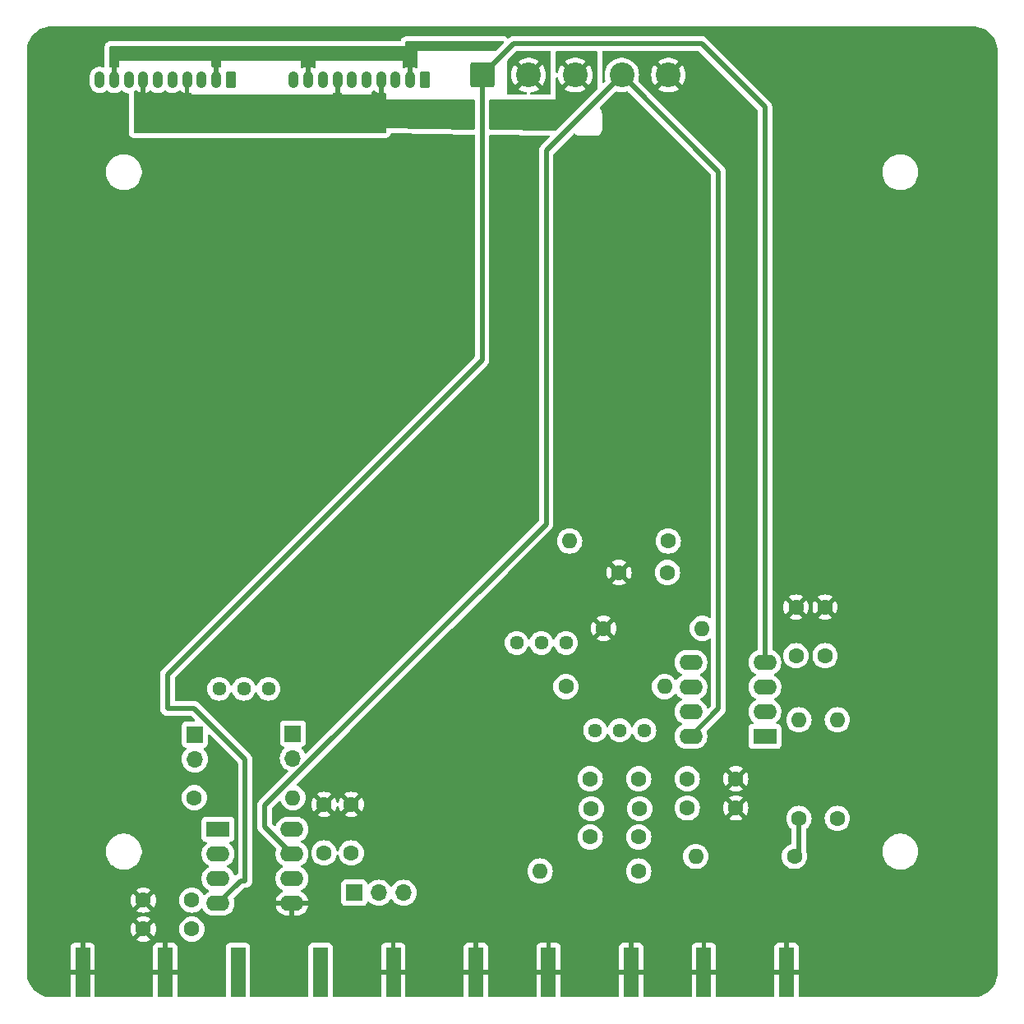
<source format=gbl>
G04 #@! TF.GenerationSoftware,KiCad,Pcbnew,8.0.7*
G04 #@! TF.CreationDate,2025-01-07T02:15:50-08:00*
G04 #@! TF.ProjectId,standalone_pi_loop,7374616e-6461-46c6-9f6e-655f70695f6c,rev?*
G04 #@! TF.SameCoordinates,Original*
G04 #@! TF.FileFunction,Copper,L4,Bot*
G04 #@! TF.FilePolarity,Positive*
%FSLAX46Y46*%
G04 Gerber Fmt 4.6, Leading zero omitted, Abs format (unit mm)*
G04 Created by KiCad (PCBNEW 8.0.7) date 2025-01-07 02:15:50*
%MOMM*%
%LPD*%
G01*
G04 APERTURE LIST*
G04 Aperture macros list*
%AMRoundRect*
0 Rectangle with rounded corners*
0 $1 Rounding radius*
0 $2 $3 $4 $5 $6 $7 $8 $9 X,Y pos of 4 corners*
0 Add a 4 corners polygon primitive as box body*
4,1,4,$2,$3,$4,$5,$6,$7,$8,$9,$2,$3,0*
0 Add four circle primitives for the rounded corners*
1,1,$1+$1,$2,$3*
1,1,$1+$1,$4,$5*
1,1,$1+$1,$6,$7*
1,1,$1+$1,$8,$9*
0 Add four rect primitives between the rounded corners*
20,1,$1+$1,$2,$3,$4,$5,0*
20,1,$1+$1,$4,$5,$6,$7,0*
20,1,$1+$1,$6,$7,$8,$9,0*
20,1,$1+$1,$8,$9,$2,$3,0*%
G04 Aperture macros list end*
G04 #@! TA.AperFunction,ComponentPad*
%ADD10C,1.600000*%
G04 #@! TD*
G04 #@! TA.AperFunction,SMDPad,CuDef*
%ADD11R,1.500000X5.080000*%
G04 #@! TD*
G04 #@! TA.AperFunction,ComponentPad*
%ADD12C,1.440000*%
G04 #@! TD*
G04 #@! TA.AperFunction,ComponentPad*
%ADD13RoundRect,0.249999X-1.025001X-1.025001X1.025001X-1.025001X1.025001X1.025001X-1.025001X1.025001X0*%
G04 #@! TD*
G04 #@! TA.AperFunction,ComponentPad*
%ADD14C,2.550000*%
G04 #@! TD*
G04 #@! TA.AperFunction,ComponentPad*
%ADD15RoundRect,0.250000X0.265000X0.615000X-0.265000X0.615000X-0.265000X-0.615000X0.265000X-0.615000X0*%
G04 #@! TD*
G04 #@! TA.AperFunction,ComponentPad*
%ADD16O,1.030000X1.730000*%
G04 #@! TD*
G04 #@! TA.AperFunction,ComponentPad*
%ADD17O,1.600000X1.600000*%
G04 #@! TD*
G04 #@! TA.AperFunction,ComponentPad*
%ADD18R,1.700000X1.700000*%
G04 #@! TD*
G04 #@! TA.AperFunction,ComponentPad*
%ADD19O,1.700000X1.700000*%
G04 #@! TD*
G04 #@! TA.AperFunction,ComponentPad*
%ADD20R,2.400000X1.600000*%
G04 #@! TD*
G04 #@! TA.AperFunction,ComponentPad*
%ADD21O,2.400000X1.600000*%
G04 #@! TD*
G04 #@! TA.AperFunction,ViaPad*
%ADD22C,0.800000*%
G04 #@! TD*
G04 #@! TA.AperFunction,Conductor*
%ADD23C,0.500000*%
G04 #@! TD*
G04 APERTURE END LIST*
D10*
X117000000Y-142980000D03*
X112000000Y-142980000D03*
X133420000Y-135140000D03*
X133420000Y-130140000D03*
D11*
X114250000Y-147450000D03*
X105750000Y-147450000D03*
D12*
X124900000Y-118240000D03*
X122360000Y-118240000D03*
X119820000Y-118240000D03*
D13*
X146900000Y-55000000D03*
D14*
X151700000Y-55000000D03*
X156500000Y-55000000D03*
X161300000Y-55000000D03*
X166100000Y-55000000D03*
D15*
X141000000Y-55500000D03*
D16*
X139500000Y-55500000D03*
X138000000Y-55500000D03*
X136500000Y-55500000D03*
X135000000Y-55500000D03*
X133500000Y-55500000D03*
X132000000Y-55500000D03*
X130500000Y-55500000D03*
X129000000Y-55500000D03*
X127500000Y-55500000D03*
D12*
X158540000Y-122500000D03*
X161080000Y-122500000D03*
X163620000Y-122500000D03*
D10*
X159420000Y-112000000D03*
D17*
X169580000Y-112000000D03*
D10*
X182240000Y-114820000D03*
X182240000Y-109820000D03*
D18*
X117320000Y-122940000D03*
D19*
X117320000Y-125480000D03*
D10*
X179240000Y-114820000D03*
X179240000Y-109820000D03*
X168040000Y-130500000D03*
X173040000Y-130500000D03*
D20*
X119700000Y-132700000D03*
D21*
X119700000Y-135240000D03*
X119700000Y-137780000D03*
X119700000Y-140320000D03*
X127320000Y-140320000D03*
X127320000Y-137780000D03*
X127320000Y-135240000D03*
X127320000Y-132700000D03*
D10*
X183500000Y-131580000D03*
D17*
X183500000Y-121420000D03*
D10*
X155540000Y-118000000D03*
D17*
X165700000Y-118000000D03*
D20*
X176040000Y-123120000D03*
D21*
X176040000Y-120580000D03*
X176040000Y-118040000D03*
X176040000Y-115500000D03*
X168420000Y-115500000D03*
X168420000Y-118040000D03*
X168420000Y-120580000D03*
X168420000Y-123120000D03*
D10*
X130620000Y-130140000D03*
X130620000Y-135140000D03*
X163040000Y-137000000D03*
D17*
X152880000Y-137000000D03*
D10*
X168040000Y-127500000D03*
X173040000Y-127500000D03*
X158040000Y-127500000D03*
X163040000Y-127500000D03*
X117260000Y-129440000D03*
D17*
X127420000Y-129440000D03*
D10*
X166080000Y-103000000D03*
D17*
X155920000Y-103000000D03*
D11*
X162250000Y-147450000D03*
X153750000Y-147450000D03*
D18*
X127420000Y-122840000D03*
D19*
X127420000Y-125380000D03*
D10*
X158140000Y-130580000D03*
X163140000Y-130580000D03*
X166000000Y-106250000D03*
X161000000Y-106250000D03*
X158040000Y-133500000D03*
X163040000Y-133500000D03*
X117000000Y-140000000D03*
X112000000Y-140000000D03*
D15*
X121000000Y-55500000D03*
D16*
X119500000Y-55500000D03*
X118000000Y-55500000D03*
X116500000Y-55500000D03*
X115000000Y-55500000D03*
X113500000Y-55500000D03*
X112000000Y-55500000D03*
X110500000Y-55500000D03*
X109000000Y-55500000D03*
X107500000Y-55500000D03*
D11*
X130250000Y-147450000D03*
X121750000Y-147450000D03*
X146250000Y-147450000D03*
X137750000Y-147450000D03*
D18*
X133740000Y-139240000D03*
D19*
X136280000Y-139240000D03*
X138820000Y-139240000D03*
D11*
X178250000Y-147450000D03*
X169750000Y-147450000D03*
D10*
X179540000Y-131580000D03*
D17*
X179540000Y-121420000D03*
D10*
X179080000Y-135500000D03*
D17*
X168920000Y-135500000D03*
D12*
X155540000Y-113500000D03*
X153000000Y-113500000D03*
X150460000Y-113500000D03*
D22*
X169750000Y-147500000D03*
X178250000Y-147450000D03*
X162250000Y-147500000D03*
X122250000Y-122750000D03*
X153750000Y-147500000D03*
X130250000Y-147500000D03*
X121750000Y-147500000D03*
D23*
X171250000Y-64950000D02*
X171250000Y-120290000D01*
X124500000Y-132420000D02*
X124500000Y-130250000D01*
X161300000Y-55000000D02*
X171250000Y-64950000D01*
X171250000Y-120290000D02*
X168420000Y-123120000D01*
X153500000Y-101250000D02*
X153500000Y-62800000D01*
X153500000Y-62800000D02*
X161300000Y-55000000D01*
X127320000Y-135240000D02*
X124500000Y-132420000D01*
X124500000Y-130250000D02*
X153500000Y-101250000D01*
X169500000Y-51750000D02*
X150150000Y-51750000D01*
X114500000Y-120250000D02*
X117230000Y-120250000D01*
X114500000Y-116750000D02*
X114500000Y-120250000D01*
X122020000Y-138000000D02*
X119700000Y-140320000D01*
X176040000Y-115500000D02*
X176040000Y-58290000D01*
X122500000Y-125520000D02*
X122500000Y-138000000D01*
X176040000Y-58290000D02*
X169500000Y-51750000D01*
X117230000Y-120250000D02*
X122500000Y-125520000D01*
X150150000Y-51750000D02*
X146900000Y-55000000D01*
X122500000Y-138000000D02*
X122020000Y-138000000D01*
X146900000Y-55000000D02*
X146900000Y-84350000D01*
X146900000Y-84350000D02*
X114500000Y-116750000D01*
X179540000Y-131580000D02*
X179540000Y-135040000D01*
X179540000Y-135040000D02*
X179080000Y-135500000D01*
G04 #@! TA.AperFunction,Conductor*
G36*
X197501039Y-50000017D02*
G01*
X197503981Y-50000065D01*
X197656582Y-50002559D01*
X197670718Y-50003602D01*
X197980196Y-50044345D01*
X197996087Y-50047506D01*
X198240218Y-50112921D01*
X198296612Y-50128032D01*
X198311971Y-50133246D01*
X198599400Y-50252303D01*
X198613947Y-50259477D01*
X198883377Y-50415032D01*
X198896863Y-50424043D01*
X199143686Y-50613437D01*
X199155881Y-50624132D01*
X199375867Y-50844118D01*
X199386562Y-50856313D01*
X199575956Y-51103136D01*
X199584967Y-51116622D01*
X199740522Y-51386052D01*
X199747696Y-51400599D01*
X199866753Y-51688028D01*
X199871967Y-51703387D01*
X199952491Y-52003903D01*
X199955655Y-52019812D01*
X199996396Y-52329270D01*
X199997440Y-52343428D01*
X199999983Y-52498960D01*
X200000000Y-52500987D01*
X200000000Y-147499012D01*
X199999983Y-147501039D01*
X199997440Y-147656571D01*
X199996396Y-147670729D01*
X199955655Y-147980187D01*
X199952491Y-147996096D01*
X199871967Y-148296612D01*
X199866753Y-148311971D01*
X199747696Y-148599400D01*
X199740522Y-148613947D01*
X199584967Y-148883377D01*
X199575956Y-148896863D01*
X199386562Y-149143686D01*
X199375867Y-149155881D01*
X199155881Y-149375867D01*
X199143686Y-149386562D01*
X198896863Y-149575956D01*
X198883377Y-149584967D01*
X198613947Y-149740522D01*
X198599400Y-149747696D01*
X198311971Y-149866753D01*
X198296612Y-149871967D01*
X197996096Y-149952491D01*
X197980187Y-149955655D01*
X197670729Y-149996396D01*
X197656571Y-149997440D01*
X197501040Y-149999983D01*
X197499013Y-150000000D01*
X179624000Y-150000000D01*
X179556961Y-149980315D01*
X179511206Y-149927511D01*
X179500000Y-149876000D01*
X179500000Y-147700000D01*
X177000000Y-147700000D01*
X177000000Y-149876000D01*
X176980315Y-149943039D01*
X176927511Y-149988794D01*
X176876000Y-150000000D01*
X171124000Y-150000000D01*
X171056961Y-149980315D01*
X171011206Y-149927511D01*
X171000000Y-149876000D01*
X171000000Y-147700000D01*
X168500000Y-147700000D01*
X168500000Y-149876000D01*
X168480315Y-149943039D01*
X168427511Y-149988794D01*
X168376000Y-150000000D01*
X163624000Y-150000000D01*
X163556961Y-149980315D01*
X163511206Y-149927511D01*
X163500000Y-149876000D01*
X163500000Y-147700000D01*
X161000000Y-147700000D01*
X161000000Y-149876000D01*
X160980315Y-149943039D01*
X160927511Y-149988794D01*
X160876000Y-150000000D01*
X155124000Y-150000000D01*
X155056961Y-149980315D01*
X155011206Y-149927511D01*
X155000000Y-149876000D01*
X155000000Y-147700000D01*
X152500000Y-147700000D01*
X152500000Y-149876000D01*
X152480315Y-149943039D01*
X152427511Y-149988794D01*
X152376000Y-150000000D01*
X147624000Y-150000000D01*
X147556961Y-149980315D01*
X147511206Y-149927511D01*
X147500000Y-149876000D01*
X147500000Y-147700000D01*
X145000000Y-147700000D01*
X145000000Y-149876000D01*
X144980315Y-149943039D01*
X144927511Y-149988794D01*
X144876000Y-150000000D01*
X139124000Y-150000000D01*
X139056961Y-149980315D01*
X139011206Y-149927511D01*
X139000000Y-149876000D01*
X139000000Y-147700000D01*
X136500000Y-147700000D01*
X136500000Y-149876000D01*
X136480315Y-149943039D01*
X136427511Y-149988794D01*
X136376000Y-150000000D01*
X131624500Y-150000000D01*
X131557461Y-149980315D01*
X131511706Y-149927511D01*
X131500500Y-149876000D01*
X131500499Y-144862155D01*
X136500000Y-144862155D01*
X136500000Y-147200000D01*
X137500000Y-147200000D01*
X138000000Y-147200000D01*
X139000000Y-147200000D01*
X139000000Y-144862172D01*
X138999999Y-144862155D01*
X145000000Y-144862155D01*
X145000000Y-147200000D01*
X146000000Y-147200000D01*
X146500000Y-147200000D01*
X147500000Y-147200000D01*
X147500000Y-144862172D01*
X147499999Y-144862155D01*
X152500000Y-144862155D01*
X152500000Y-147200000D01*
X153500000Y-147200000D01*
X154000000Y-147200000D01*
X155000000Y-147200000D01*
X155000000Y-144862172D01*
X154999999Y-144862155D01*
X161000000Y-144862155D01*
X161000000Y-147200000D01*
X162000000Y-147200000D01*
X162500000Y-147200000D01*
X163500000Y-147200000D01*
X163500000Y-144862172D01*
X163499999Y-144862155D01*
X168500000Y-144862155D01*
X168500000Y-147200000D01*
X169500000Y-147200000D01*
X170000000Y-147200000D01*
X171000000Y-147200000D01*
X171000000Y-144862172D01*
X170999999Y-144862155D01*
X177000000Y-144862155D01*
X177000000Y-147200000D01*
X178000000Y-147200000D01*
X178500000Y-147200000D01*
X179500000Y-147200000D01*
X179500000Y-144862172D01*
X179499999Y-144862155D01*
X179493598Y-144802627D01*
X179493596Y-144802620D01*
X179443354Y-144667913D01*
X179443350Y-144667906D01*
X179357190Y-144552812D01*
X179357187Y-144552809D01*
X179242093Y-144466649D01*
X179242086Y-144466645D01*
X179107379Y-144416403D01*
X179107372Y-144416401D01*
X179047844Y-144410000D01*
X178500000Y-144410000D01*
X178500000Y-147200000D01*
X178000000Y-147200000D01*
X178000000Y-144410000D01*
X177452155Y-144410000D01*
X177392627Y-144416401D01*
X177392620Y-144416403D01*
X177257913Y-144466645D01*
X177257906Y-144466649D01*
X177142812Y-144552809D01*
X177142809Y-144552812D01*
X177056649Y-144667906D01*
X177056645Y-144667913D01*
X177006403Y-144802620D01*
X177006401Y-144802627D01*
X177000000Y-144862155D01*
X170999999Y-144862155D01*
X170993598Y-144802627D01*
X170993596Y-144802620D01*
X170943354Y-144667913D01*
X170943350Y-144667906D01*
X170857190Y-144552812D01*
X170857187Y-144552809D01*
X170742093Y-144466649D01*
X170742086Y-144466645D01*
X170607379Y-144416403D01*
X170607372Y-144416401D01*
X170547844Y-144410000D01*
X170000000Y-144410000D01*
X170000000Y-147200000D01*
X169500000Y-147200000D01*
X169500000Y-144410000D01*
X168952155Y-144410000D01*
X168892627Y-144416401D01*
X168892620Y-144416403D01*
X168757913Y-144466645D01*
X168757906Y-144466649D01*
X168642812Y-144552809D01*
X168642809Y-144552812D01*
X168556649Y-144667906D01*
X168556645Y-144667913D01*
X168506403Y-144802620D01*
X168506401Y-144802627D01*
X168500000Y-144862155D01*
X163499999Y-144862155D01*
X163493598Y-144802627D01*
X163493596Y-144802620D01*
X163443354Y-144667913D01*
X163443350Y-144667906D01*
X163357190Y-144552812D01*
X163357187Y-144552809D01*
X163242093Y-144466649D01*
X163242086Y-144466645D01*
X163107379Y-144416403D01*
X163107372Y-144416401D01*
X163047844Y-144410000D01*
X162500000Y-144410000D01*
X162500000Y-147200000D01*
X162000000Y-147200000D01*
X162000000Y-144410000D01*
X161452155Y-144410000D01*
X161392627Y-144416401D01*
X161392620Y-144416403D01*
X161257913Y-144466645D01*
X161257906Y-144466649D01*
X161142812Y-144552809D01*
X161142809Y-144552812D01*
X161056649Y-144667906D01*
X161056645Y-144667913D01*
X161006403Y-144802620D01*
X161006401Y-144802627D01*
X161000000Y-144862155D01*
X154999999Y-144862155D01*
X154993598Y-144802627D01*
X154993596Y-144802620D01*
X154943354Y-144667913D01*
X154943350Y-144667906D01*
X154857190Y-144552812D01*
X154857187Y-144552809D01*
X154742093Y-144466649D01*
X154742086Y-144466645D01*
X154607379Y-144416403D01*
X154607372Y-144416401D01*
X154547844Y-144410000D01*
X154000000Y-144410000D01*
X154000000Y-147200000D01*
X153500000Y-147200000D01*
X153500000Y-144410000D01*
X152952155Y-144410000D01*
X152892627Y-144416401D01*
X152892620Y-144416403D01*
X152757913Y-144466645D01*
X152757906Y-144466649D01*
X152642812Y-144552809D01*
X152642809Y-144552812D01*
X152556649Y-144667906D01*
X152556645Y-144667913D01*
X152506403Y-144802620D01*
X152506401Y-144802627D01*
X152500000Y-144862155D01*
X147499999Y-144862155D01*
X147493598Y-144802627D01*
X147493596Y-144802620D01*
X147443354Y-144667913D01*
X147443350Y-144667906D01*
X147357190Y-144552812D01*
X147357187Y-144552809D01*
X147242093Y-144466649D01*
X147242086Y-144466645D01*
X147107379Y-144416403D01*
X147107372Y-144416401D01*
X147047844Y-144410000D01*
X146500000Y-144410000D01*
X146500000Y-147200000D01*
X146000000Y-147200000D01*
X146000000Y-144410000D01*
X145452155Y-144410000D01*
X145392627Y-144416401D01*
X145392620Y-144416403D01*
X145257913Y-144466645D01*
X145257906Y-144466649D01*
X145142812Y-144552809D01*
X145142809Y-144552812D01*
X145056649Y-144667906D01*
X145056645Y-144667913D01*
X145006403Y-144802620D01*
X145006401Y-144802627D01*
X145000000Y-144862155D01*
X138999999Y-144862155D01*
X138993598Y-144802627D01*
X138993596Y-144802620D01*
X138943354Y-144667913D01*
X138943350Y-144667906D01*
X138857190Y-144552812D01*
X138857187Y-144552809D01*
X138742093Y-144466649D01*
X138742086Y-144466645D01*
X138607379Y-144416403D01*
X138607372Y-144416401D01*
X138547844Y-144410000D01*
X138000000Y-144410000D01*
X138000000Y-147200000D01*
X137500000Y-147200000D01*
X137500000Y-144410000D01*
X136952155Y-144410000D01*
X136892627Y-144416401D01*
X136892620Y-144416403D01*
X136757913Y-144466645D01*
X136757906Y-144466649D01*
X136642812Y-144552809D01*
X136642809Y-144552812D01*
X136556649Y-144667906D01*
X136556645Y-144667913D01*
X136506403Y-144802620D01*
X136506401Y-144802627D01*
X136500000Y-144862155D01*
X131500499Y-144862155D01*
X131500499Y-144862129D01*
X131500498Y-144862123D01*
X131500497Y-144862116D01*
X131494091Y-144802517D01*
X131443884Y-144667906D01*
X131443797Y-144667671D01*
X131443793Y-144667664D01*
X131357547Y-144552455D01*
X131357544Y-144552452D01*
X131242335Y-144466206D01*
X131242328Y-144466202D01*
X131107482Y-144415908D01*
X131107483Y-144415908D01*
X131047883Y-144409501D01*
X131047881Y-144409500D01*
X131047873Y-144409500D01*
X131047864Y-144409500D01*
X129452129Y-144409500D01*
X129452123Y-144409501D01*
X129392516Y-144415908D01*
X129257671Y-144466202D01*
X129257664Y-144466206D01*
X129142455Y-144552452D01*
X129142452Y-144552455D01*
X129056206Y-144667664D01*
X129056202Y-144667671D01*
X129005908Y-144802517D01*
X128999501Y-144862116D01*
X128999501Y-144862123D01*
X128999500Y-144862135D01*
X128999501Y-149876000D01*
X128979816Y-149943039D01*
X128927012Y-149988794D01*
X128875501Y-150000000D01*
X123124500Y-150000000D01*
X123057461Y-149980315D01*
X123011706Y-149927511D01*
X123000500Y-149876000D01*
X123000499Y-144862129D01*
X123000498Y-144862123D01*
X123000497Y-144862116D01*
X122994091Y-144802517D01*
X122943884Y-144667906D01*
X122943797Y-144667671D01*
X122943793Y-144667664D01*
X122857547Y-144552455D01*
X122857544Y-144552452D01*
X122742335Y-144466206D01*
X122742328Y-144466202D01*
X122607482Y-144415908D01*
X122607483Y-144415908D01*
X122547883Y-144409501D01*
X122547881Y-144409500D01*
X122547873Y-144409500D01*
X122547864Y-144409500D01*
X120952129Y-144409500D01*
X120952123Y-144409501D01*
X120892516Y-144415908D01*
X120757671Y-144466202D01*
X120757664Y-144466206D01*
X120642455Y-144552452D01*
X120642452Y-144552455D01*
X120556206Y-144667664D01*
X120556202Y-144667671D01*
X120505908Y-144802517D01*
X120499501Y-144862116D01*
X120499501Y-144862123D01*
X120499500Y-144862135D01*
X120499501Y-149876000D01*
X120479816Y-149943039D01*
X120427012Y-149988794D01*
X120375501Y-150000000D01*
X115624000Y-150000000D01*
X115556961Y-149980315D01*
X115511206Y-149927511D01*
X115500000Y-149876000D01*
X115500000Y-147700000D01*
X113000000Y-147700000D01*
X113000000Y-149876000D01*
X112980315Y-149943039D01*
X112927511Y-149988794D01*
X112876000Y-150000000D01*
X107124000Y-150000000D01*
X107056961Y-149980315D01*
X107011206Y-149927511D01*
X107000000Y-149876000D01*
X107000000Y-147700000D01*
X104500000Y-147700000D01*
X104500000Y-149876000D01*
X104480315Y-149943039D01*
X104427511Y-149988794D01*
X104376000Y-150000000D01*
X102500987Y-150000000D01*
X102498960Y-149999983D01*
X102343428Y-149997440D01*
X102329270Y-149996396D01*
X102019812Y-149955655D01*
X102003903Y-149952491D01*
X101703387Y-149871967D01*
X101688028Y-149866753D01*
X101400599Y-149747696D01*
X101386052Y-149740522D01*
X101116622Y-149584967D01*
X101103136Y-149575956D01*
X100856313Y-149386562D01*
X100844118Y-149375867D01*
X100624132Y-149155881D01*
X100613437Y-149143686D01*
X100424043Y-148896863D01*
X100415032Y-148883377D01*
X100259477Y-148613947D01*
X100252303Y-148599400D01*
X100133246Y-148311971D01*
X100128032Y-148296612D01*
X100112921Y-148240218D01*
X100047506Y-147996087D01*
X100044345Y-147980196D01*
X100003602Y-147670718D01*
X100002559Y-147656582D01*
X100000017Y-147501038D01*
X100000000Y-147499012D01*
X100000000Y-144862155D01*
X104500000Y-144862155D01*
X104500000Y-147200000D01*
X105500000Y-147200000D01*
X106000000Y-147200000D01*
X107000000Y-147200000D01*
X107000000Y-144862172D01*
X106999999Y-144862155D01*
X113000000Y-144862155D01*
X113000000Y-147200000D01*
X114000000Y-147200000D01*
X114500000Y-147200000D01*
X115500000Y-147200000D01*
X115500000Y-144862172D01*
X115499999Y-144862155D01*
X115493598Y-144802627D01*
X115493596Y-144802620D01*
X115443354Y-144667913D01*
X115443350Y-144667906D01*
X115357190Y-144552812D01*
X115357187Y-144552809D01*
X115242093Y-144466649D01*
X115242086Y-144466645D01*
X115107379Y-144416403D01*
X115107372Y-144416401D01*
X115047844Y-144410000D01*
X114500000Y-144410000D01*
X114500000Y-147200000D01*
X114000000Y-147200000D01*
X114000000Y-144410000D01*
X113452155Y-144410000D01*
X113392627Y-144416401D01*
X113392620Y-144416403D01*
X113257913Y-144466645D01*
X113257906Y-144466649D01*
X113142812Y-144552809D01*
X113142809Y-144552812D01*
X113056649Y-144667906D01*
X113056645Y-144667913D01*
X113006403Y-144802620D01*
X113006401Y-144802627D01*
X113000000Y-144862155D01*
X106999999Y-144862155D01*
X106993598Y-144802627D01*
X106993596Y-144802620D01*
X106943354Y-144667913D01*
X106943350Y-144667906D01*
X106857190Y-144552812D01*
X106857187Y-144552809D01*
X106742093Y-144466649D01*
X106742086Y-144466645D01*
X106607379Y-144416403D01*
X106607372Y-144416401D01*
X106547844Y-144410000D01*
X106000000Y-144410000D01*
X106000000Y-147200000D01*
X105500000Y-147200000D01*
X105500000Y-144410000D01*
X104952155Y-144410000D01*
X104892627Y-144416401D01*
X104892620Y-144416403D01*
X104757913Y-144466645D01*
X104757906Y-144466649D01*
X104642812Y-144552809D01*
X104642809Y-144552812D01*
X104556649Y-144667906D01*
X104556645Y-144667913D01*
X104506403Y-144802620D01*
X104506401Y-144802627D01*
X104500000Y-144862155D01*
X100000000Y-144862155D01*
X100000000Y-142979997D01*
X110695034Y-142979997D01*
X110695034Y-142980002D01*
X110714858Y-143206599D01*
X110714860Y-143206610D01*
X110773730Y-143426317D01*
X110773735Y-143426331D01*
X110869863Y-143632478D01*
X110920974Y-143705472D01*
X111600000Y-143026446D01*
X111600000Y-143032661D01*
X111627259Y-143134394D01*
X111679920Y-143225606D01*
X111754394Y-143300080D01*
X111845606Y-143352741D01*
X111947339Y-143380000D01*
X111953553Y-143380000D01*
X111274526Y-144059025D01*
X111347513Y-144110132D01*
X111347521Y-144110136D01*
X111553668Y-144206264D01*
X111553682Y-144206269D01*
X111773389Y-144265139D01*
X111773400Y-144265141D01*
X111999998Y-144284966D01*
X112000002Y-144284966D01*
X112226599Y-144265141D01*
X112226610Y-144265139D01*
X112446317Y-144206269D01*
X112446331Y-144206264D01*
X112652478Y-144110136D01*
X112725471Y-144059024D01*
X112046447Y-143380000D01*
X112052661Y-143380000D01*
X112154394Y-143352741D01*
X112245606Y-143300080D01*
X112320080Y-143225606D01*
X112372741Y-143134394D01*
X112400000Y-143032661D01*
X112400000Y-143026447D01*
X113079024Y-143705471D01*
X113130136Y-143632478D01*
X113226264Y-143426331D01*
X113226269Y-143426317D01*
X113285139Y-143206610D01*
X113285141Y-143206599D01*
X113304966Y-142980002D01*
X113304966Y-142979998D01*
X115694532Y-142979998D01*
X115694532Y-142980001D01*
X115714364Y-143206686D01*
X115714366Y-143206697D01*
X115773258Y-143426488D01*
X115773261Y-143426497D01*
X115869431Y-143632732D01*
X115869432Y-143632734D01*
X115999954Y-143819141D01*
X116160858Y-143980045D01*
X116160861Y-143980047D01*
X116347266Y-144110568D01*
X116553504Y-144206739D01*
X116773308Y-144265635D01*
X116935230Y-144279801D01*
X116999998Y-144285468D01*
X117000000Y-144285468D01*
X117000002Y-144285468D01*
X117056673Y-144280509D01*
X117226692Y-144265635D01*
X117446496Y-144206739D01*
X117652734Y-144110568D01*
X117839139Y-143980047D01*
X118000047Y-143819139D01*
X118130568Y-143632734D01*
X118226739Y-143426496D01*
X118285635Y-143206692D01*
X118305468Y-142980000D01*
X118285635Y-142753308D01*
X118226739Y-142533504D01*
X118130568Y-142327266D01*
X118000047Y-142140861D01*
X118000045Y-142140858D01*
X117839141Y-141979954D01*
X117652734Y-141849432D01*
X117652732Y-141849431D01*
X117446497Y-141753261D01*
X117446488Y-141753258D01*
X117226697Y-141694366D01*
X117226693Y-141694365D01*
X117226692Y-141694365D01*
X117226691Y-141694364D01*
X117226686Y-141694364D01*
X117000002Y-141674532D01*
X116999998Y-141674532D01*
X116773313Y-141694364D01*
X116773302Y-141694366D01*
X116553511Y-141753258D01*
X116553502Y-141753261D01*
X116347267Y-141849431D01*
X116347265Y-141849432D01*
X116160858Y-141979954D01*
X115999954Y-142140858D01*
X115869432Y-142327265D01*
X115869431Y-142327267D01*
X115773261Y-142533502D01*
X115773258Y-142533511D01*
X115714366Y-142753302D01*
X115714364Y-142753313D01*
X115694532Y-142979998D01*
X113304966Y-142979998D01*
X113304966Y-142979997D01*
X113285141Y-142753400D01*
X113285139Y-142753389D01*
X113226269Y-142533682D01*
X113226264Y-142533668D01*
X113130136Y-142327521D01*
X113130132Y-142327513D01*
X113079025Y-142254526D01*
X112400000Y-142933551D01*
X112400000Y-142927339D01*
X112372741Y-142825606D01*
X112320080Y-142734394D01*
X112245606Y-142659920D01*
X112154394Y-142607259D01*
X112052661Y-142580000D01*
X112046445Y-142580000D01*
X112725472Y-141900974D01*
X112652478Y-141849863D01*
X112446331Y-141753735D01*
X112446317Y-141753730D01*
X112226610Y-141694860D01*
X112226599Y-141694858D01*
X112000002Y-141675034D01*
X111999998Y-141675034D01*
X111773400Y-141694858D01*
X111773389Y-141694860D01*
X111553682Y-141753730D01*
X111553673Y-141753734D01*
X111347516Y-141849866D01*
X111347512Y-141849868D01*
X111274526Y-141900973D01*
X111274526Y-141900974D01*
X111953553Y-142580000D01*
X111947339Y-142580000D01*
X111845606Y-142607259D01*
X111754394Y-142659920D01*
X111679920Y-142734394D01*
X111627259Y-142825606D01*
X111600000Y-142927339D01*
X111600000Y-142933552D01*
X110920974Y-142254526D01*
X110920973Y-142254526D01*
X110869868Y-142327512D01*
X110869866Y-142327516D01*
X110773734Y-142533673D01*
X110773730Y-142533682D01*
X110714860Y-142753389D01*
X110714858Y-142753400D01*
X110695034Y-142979997D01*
X100000000Y-142979997D01*
X100000000Y-139999997D01*
X110695034Y-139999997D01*
X110695034Y-140000002D01*
X110714858Y-140226599D01*
X110714860Y-140226610D01*
X110773730Y-140446317D01*
X110773735Y-140446331D01*
X110869863Y-140652478D01*
X110920974Y-140725472D01*
X111600000Y-140046446D01*
X111600000Y-140052661D01*
X111627259Y-140154394D01*
X111679920Y-140245606D01*
X111754394Y-140320080D01*
X111845606Y-140372741D01*
X111947339Y-140400000D01*
X111953553Y-140400000D01*
X111274526Y-141079025D01*
X111347513Y-141130132D01*
X111347521Y-141130136D01*
X111553668Y-141226264D01*
X111553682Y-141226269D01*
X111773389Y-141285139D01*
X111773400Y-141285141D01*
X111999998Y-141304966D01*
X112000002Y-141304966D01*
X112226599Y-141285141D01*
X112226610Y-141285139D01*
X112446317Y-141226269D01*
X112446331Y-141226264D01*
X112652478Y-141130136D01*
X112725471Y-141079024D01*
X112046447Y-140400000D01*
X112052661Y-140400000D01*
X112154394Y-140372741D01*
X112245606Y-140320080D01*
X112320080Y-140245606D01*
X112372741Y-140154394D01*
X112400000Y-140052661D01*
X112400000Y-140046447D01*
X113079024Y-140725471D01*
X113130136Y-140652478D01*
X113226264Y-140446331D01*
X113226269Y-140446317D01*
X113285139Y-140226610D01*
X113285141Y-140226599D01*
X113304966Y-140000002D01*
X113304966Y-139999997D01*
X113285141Y-139773400D01*
X113285139Y-139773389D01*
X113226269Y-139553682D01*
X113226264Y-139553668D01*
X113130136Y-139347521D01*
X113130132Y-139347513D01*
X113079025Y-139274526D01*
X112400000Y-139953551D01*
X112400000Y-139947339D01*
X112372741Y-139845606D01*
X112320080Y-139754394D01*
X112245606Y-139679920D01*
X112154394Y-139627259D01*
X112052661Y-139600000D01*
X112046445Y-139600000D01*
X112725472Y-138920974D01*
X112652478Y-138869863D01*
X112446331Y-138773735D01*
X112446317Y-138773730D01*
X112226610Y-138714860D01*
X112226599Y-138714858D01*
X112000002Y-138695034D01*
X111999998Y-138695034D01*
X111773400Y-138714858D01*
X111773389Y-138714860D01*
X111553682Y-138773730D01*
X111553673Y-138773734D01*
X111347516Y-138869866D01*
X111347512Y-138869868D01*
X111274526Y-138920973D01*
X111274526Y-138920974D01*
X111953553Y-139600000D01*
X111947339Y-139600000D01*
X111845606Y-139627259D01*
X111754394Y-139679920D01*
X111679920Y-139754394D01*
X111627259Y-139845606D01*
X111600000Y-139947339D01*
X111600000Y-139953552D01*
X110920974Y-139274526D01*
X110920973Y-139274526D01*
X110869868Y-139347512D01*
X110869866Y-139347516D01*
X110773734Y-139553673D01*
X110773730Y-139553682D01*
X110714860Y-139773389D01*
X110714858Y-139773400D01*
X110695034Y-139999997D01*
X100000000Y-139999997D01*
X100000000Y-134878711D01*
X108149500Y-134878711D01*
X108149500Y-135121288D01*
X108181161Y-135361785D01*
X108243947Y-135596104D01*
X108303229Y-135739223D01*
X108336776Y-135820212D01*
X108458064Y-136030289D01*
X108458066Y-136030292D01*
X108458067Y-136030293D01*
X108605733Y-136222736D01*
X108605739Y-136222743D01*
X108777256Y-136394260D01*
X108777263Y-136394266D01*
X108818144Y-136425635D01*
X108969711Y-136541936D01*
X109179788Y-136663224D01*
X109403900Y-136756054D01*
X109638211Y-136818838D01*
X109818586Y-136842584D01*
X109878711Y-136850500D01*
X109878712Y-136850500D01*
X110121289Y-136850500D01*
X110169388Y-136844167D01*
X110361789Y-136818838D01*
X110596100Y-136756054D01*
X110820212Y-136663224D01*
X111030289Y-136541936D01*
X111222738Y-136394265D01*
X111394265Y-136222738D01*
X111541936Y-136030289D01*
X111663224Y-135820212D01*
X111756054Y-135596100D01*
X111818838Y-135361789D01*
X111850500Y-135121288D01*
X111850500Y-134878712D01*
X111818838Y-134638211D01*
X111756054Y-134403900D01*
X111663224Y-134179788D01*
X111541936Y-133969711D01*
X111394265Y-133777262D01*
X111394260Y-133777256D01*
X111222743Y-133605739D01*
X111222736Y-133605733D01*
X111030293Y-133458067D01*
X111030292Y-133458066D01*
X111030289Y-133458064D01*
X110820212Y-133336776D01*
X110820205Y-133336773D01*
X110596104Y-133243947D01*
X110361785Y-133181161D01*
X110121289Y-133149500D01*
X110121288Y-133149500D01*
X109878712Y-133149500D01*
X109878711Y-133149500D01*
X109638214Y-133181161D01*
X109403895Y-133243947D01*
X109179794Y-133336773D01*
X109179785Y-133336777D01*
X108969706Y-133458067D01*
X108777263Y-133605733D01*
X108777256Y-133605739D01*
X108605739Y-133777256D01*
X108605733Y-133777263D01*
X108458067Y-133969706D01*
X108336777Y-134179785D01*
X108336773Y-134179794D01*
X108243947Y-134403895D01*
X108181161Y-134638214D01*
X108149500Y-134878711D01*
X100000000Y-134878711D01*
X100000000Y-129439998D01*
X115954532Y-129439998D01*
X115954532Y-129440001D01*
X115974364Y-129666686D01*
X115974366Y-129666697D01*
X116033258Y-129886488D01*
X116033261Y-129886497D01*
X116129431Y-130092732D01*
X116129432Y-130092734D01*
X116259954Y-130279141D01*
X116420858Y-130440045D01*
X116420861Y-130440047D01*
X116607266Y-130570568D01*
X116813504Y-130666739D01*
X117033308Y-130725635D01*
X117195230Y-130739801D01*
X117259998Y-130745468D01*
X117260000Y-130745468D01*
X117260002Y-130745468D01*
X117316673Y-130740509D01*
X117486692Y-130725635D01*
X117706496Y-130666739D01*
X117912734Y-130570568D01*
X118099139Y-130440047D01*
X118260047Y-130279139D01*
X118390568Y-130092734D01*
X118486739Y-129886496D01*
X118545635Y-129666692D01*
X118565468Y-129440000D01*
X118563803Y-129420974D01*
X118557879Y-129353258D01*
X118545635Y-129213308D01*
X118486739Y-128993504D01*
X118390568Y-128787266D01*
X118260047Y-128600861D01*
X118260045Y-128600858D01*
X118099141Y-128439954D01*
X117912734Y-128309432D01*
X117912732Y-128309431D01*
X117706497Y-128213261D01*
X117706488Y-128213258D01*
X117486697Y-128154366D01*
X117486693Y-128154365D01*
X117486692Y-128154365D01*
X117486691Y-128154364D01*
X117486686Y-128154364D01*
X117260002Y-128134532D01*
X117259998Y-128134532D01*
X117033313Y-128154364D01*
X117033302Y-128154366D01*
X116813511Y-128213258D01*
X116813502Y-128213261D01*
X116607267Y-128309431D01*
X116607265Y-128309432D01*
X116420858Y-128439954D01*
X116259954Y-128600858D01*
X116129432Y-128787265D01*
X116129431Y-128787267D01*
X116033261Y-128993502D01*
X116033258Y-128993511D01*
X115974366Y-129213302D01*
X115974364Y-129213313D01*
X115954532Y-129439998D01*
X100000000Y-129439998D01*
X100000000Y-64878711D01*
X108149500Y-64878711D01*
X108149500Y-65121288D01*
X108181161Y-65361785D01*
X108243947Y-65596104D01*
X108336773Y-65820205D01*
X108336776Y-65820212D01*
X108458064Y-66030289D01*
X108458066Y-66030292D01*
X108458067Y-66030293D01*
X108605733Y-66222736D01*
X108605739Y-66222743D01*
X108777256Y-66394260D01*
X108777262Y-66394265D01*
X108969711Y-66541936D01*
X109179788Y-66663224D01*
X109403900Y-66756054D01*
X109638211Y-66818838D01*
X109818586Y-66842584D01*
X109878711Y-66850500D01*
X109878712Y-66850500D01*
X110121289Y-66850500D01*
X110169388Y-66844167D01*
X110361789Y-66818838D01*
X110596100Y-66756054D01*
X110820212Y-66663224D01*
X111030289Y-66541936D01*
X111222738Y-66394265D01*
X111394265Y-66222738D01*
X111541936Y-66030289D01*
X111663224Y-65820212D01*
X111756054Y-65596100D01*
X111818838Y-65361789D01*
X111850500Y-65121288D01*
X111850500Y-64878712D01*
X111818838Y-64638211D01*
X111756054Y-64403900D01*
X111663224Y-64179788D01*
X111541936Y-63969711D01*
X111394265Y-63777262D01*
X111394260Y-63777256D01*
X111222743Y-63605739D01*
X111222736Y-63605733D01*
X111030293Y-63458067D01*
X111030292Y-63458066D01*
X111030289Y-63458064D01*
X110820212Y-63336776D01*
X110820205Y-63336773D01*
X110596104Y-63243947D01*
X110361785Y-63181161D01*
X110121289Y-63149500D01*
X110121288Y-63149500D01*
X109878712Y-63149500D01*
X109878711Y-63149500D01*
X109638214Y-63181161D01*
X109403895Y-63243947D01*
X109179794Y-63336773D01*
X109179785Y-63336777D01*
X108969706Y-63458067D01*
X108777263Y-63605733D01*
X108777256Y-63605739D01*
X108605739Y-63777256D01*
X108605733Y-63777263D01*
X108458067Y-63969706D01*
X108336777Y-64179785D01*
X108336773Y-64179794D01*
X108243947Y-64403895D01*
X108181161Y-64638214D01*
X108149500Y-64878711D01*
X100000000Y-64878711D01*
X100000000Y-55049977D01*
X106484500Y-55049977D01*
X106484500Y-55950022D01*
X106523523Y-56146203D01*
X106523526Y-56146215D01*
X106600071Y-56331013D01*
X106600078Y-56331026D01*
X106711208Y-56497343D01*
X106711211Y-56497347D01*
X106852652Y-56638788D01*
X106852656Y-56638791D01*
X107018973Y-56749921D01*
X107018986Y-56749928D01*
X107202625Y-56825993D01*
X107203789Y-56826475D01*
X107347190Y-56854999D01*
X107399977Y-56865499D01*
X107399981Y-56865500D01*
X107399982Y-56865500D01*
X107600019Y-56865500D01*
X107600020Y-56865499D01*
X107796211Y-56826475D01*
X107981020Y-56749925D01*
X108147344Y-56638791D01*
X108162318Y-56623816D01*
X108223639Y-56590331D01*
X108293331Y-56595314D01*
X108337681Y-56623816D01*
X108352264Y-56638399D01*
X108352657Y-56638792D01*
X108518973Y-56749921D01*
X108518986Y-56749928D01*
X108702625Y-56825993D01*
X108703789Y-56826475D01*
X108847190Y-56854999D01*
X108899977Y-56865499D01*
X108899981Y-56865500D01*
X108899982Y-56865500D01*
X109100019Y-56865500D01*
X109100020Y-56865499D01*
X109296211Y-56826475D01*
X109481020Y-56749925D01*
X109647344Y-56638791D01*
X109662671Y-56623463D01*
X109723989Y-56589978D01*
X109793681Y-56594959D01*
X109838034Y-56623462D01*
X109852971Y-56638399D01*
X109852975Y-56638402D01*
X110019210Y-56749477D01*
X110019219Y-56749482D01*
X110203934Y-56825993D01*
X110203942Y-56825995D01*
X110394691Y-56863938D01*
X110456602Y-56896323D01*
X110491176Y-56957038D01*
X110494500Y-56985555D01*
X110494500Y-60876000D01*
X110494501Y-60876009D01*
X110506052Y-60983450D01*
X110506054Y-60983462D01*
X110517260Y-61034972D01*
X110551383Y-61137497D01*
X110551386Y-61137503D01*
X110629171Y-61258537D01*
X110629179Y-61258548D01*
X110674923Y-61311340D01*
X110674926Y-61311343D01*
X110674930Y-61311347D01*
X110783664Y-61405567D01*
X110783667Y-61405568D01*
X110783668Y-61405569D01*
X110877925Y-61448616D01*
X110914541Y-61465338D01*
X110981580Y-61485023D01*
X110981584Y-61485024D01*
X111124000Y-61505500D01*
X111124003Y-61505500D01*
X136875990Y-61505500D01*
X136876000Y-61505500D01*
X136983456Y-61493947D01*
X137034967Y-61482741D01*
X137069197Y-61471347D01*
X137137497Y-61448616D01*
X137137501Y-61448613D01*
X137137504Y-61448613D01*
X137258543Y-61370825D01*
X137311347Y-61325070D01*
X137405567Y-61216336D01*
X137450868Y-61117143D01*
X137459687Y-61097833D01*
X137505442Y-61045029D01*
X137572482Y-61025345D01*
X137573780Y-61025351D01*
X146018658Y-61117144D01*
X146018678Y-61117141D01*
X146020037Y-61117083D01*
X146020359Y-61117162D01*
X146022063Y-61117181D01*
X146022058Y-61117581D01*
X146087879Y-61133796D01*
X146135916Y-61184533D01*
X146149500Y-61240963D01*
X146149500Y-83987769D01*
X146129815Y-84054808D01*
X146113181Y-84075450D01*
X113917050Y-116271580D01*
X113917044Y-116271588D01*
X113867812Y-116345268D01*
X113867813Y-116345269D01*
X113834921Y-116394496D01*
X113834914Y-116394508D01*
X113778342Y-116531086D01*
X113778340Y-116531092D01*
X113749500Y-116676079D01*
X113749500Y-116676082D01*
X113749500Y-120323918D01*
X113749500Y-120323920D01*
X113749499Y-120323920D01*
X113778340Y-120468907D01*
X113778343Y-120468917D01*
X113834912Y-120605488D01*
X113834919Y-120605501D01*
X113917048Y-120728415D01*
X113917051Y-120728419D01*
X114021580Y-120832948D01*
X114021584Y-120832951D01*
X114144498Y-120915080D01*
X114144511Y-120915087D01*
X114281082Y-120971656D01*
X114281087Y-120971658D01*
X114281091Y-120971658D01*
X114281092Y-120971659D01*
X114426079Y-121000500D01*
X114426082Y-121000500D01*
X114573918Y-121000500D01*
X116867770Y-121000500D01*
X116934809Y-121020185D01*
X116955451Y-121036819D01*
X117296451Y-121377819D01*
X117329936Y-121439142D01*
X117324952Y-121508834D01*
X117283080Y-121564767D01*
X117217616Y-121589184D01*
X117208770Y-121589500D01*
X116422129Y-121589500D01*
X116422123Y-121589501D01*
X116362516Y-121595908D01*
X116227671Y-121646202D01*
X116227664Y-121646206D01*
X116112455Y-121732452D01*
X116112452Y-121732455D01*
X116026206Y-121847664D01*
X116026202Y-121847671D01*
X115975908Y-121982517D01*
X115969501Y-122042116D01*
X115969500Y-122042135D01*
X115969500Y-123837870D01*
X115969501Y-123837876D01*
X115975908Y-123897483D01*
X116026202Y-124032328D01*
X116026206Y-124032335D01*
X116112452Y-124147544D01*
X116112455Y-124147547D01*
X116227664Y-124233793D01*
X116227671Y-124233797D01*
X116359081Y-124282810D01*
X116415015Y-124324681D01*
X116439432Y-124390145D01*
X116424580Y-124458418D01*
X116403430Y-124486673D01*
X116281503Y-124608600D01*
X116145965Y-124802169D01*
X116145964Y-124802171D01*
X116046098Y-125016335D01*
X116046094Y-125016344D01*
X115984938Y-125244586D01*
X115984936Y-125244596D01*
X115964341Y-125479999D01*
X115964341Y-125480000D01*
X115984936Y-125715403D01*
X115984938Y-125715413D01*
X116046094Y-125943655D01*
X116046096Y-125943659D01*
X116046097Y-125943663D01*
X116099334Y-126057830D01*
X116145965Y-126157830D01*
X116145967Y-126157834D01*
X116254281Y-126312521D01*
X116281505Y-126351401D01*
X116448599Y-126518495D01*
X116545384Y-126586265D01*
X116642165Y-126654032D01*
X116642167Y-126654033D01*
X116642170Y-126654035D01*
X116856337Y-126753903D01*
X117084592Y-126815063D01*
X117272918Y-126831539D01*
X117319999Y-126835659D01*
X117320000Y-126835659D01*
X117320001Y-126835659D01*
X117359234Y-126832226D01*
X117555408Y-126815063D01*
X117783663Y-126753903D01*
X117997830Y-126654035D01*
X118191401Y-126518495D01*
X118358495Y-126351401D01*
X118494035Y-126157830D01*
X118593903Y-125943663D01*
X118655063Y-125715408D01*
X118675659Y-125480000D01*
X118672691Y-125446082D01*
X118655063Y-125244596D01*
X118655063Y-125244592D01*
X118593903Y-125016337D01*
X118494035Y-124802171D01*
X118358495Y-124608599D01*
X118236567Y-124486671D01*
X118203084Y-124425351D01*
X118208068Y-124355659D01*
X118249939Y-124299725D01*
X118280915Y-124282810D01*
X118412331Y-124233796D01*
X118527546Y-124147546D01*
X118613796Y-124032331D01*
X118664091Y-123897483D01*
X118670500Y-123837873D01*
X118670499Y-123051228D01*
X118690183Y-122984190D01*
X118742987Y-122938435D01*
X118812146Y-122928491D01*
X118875702Y-122957516D01*
X118882180Y-122963548D01*
X121713181Y-125794548D01*
X121746666Y-125855871D01*
X121749500Y-125882229D01*
X121749500Y-137216855D01*
X121729815Y-137283894D01*
X121677011Y-137329649D01*
X121672960Y-137331413D01*
X121664508Y-137334914D01*
X121664498Y-137334919D01*
X121541587Y-137417046D01*
X121541579Y-137417053D01*
X121539678Y-137418954D01*
X121538439Y-137419630D01*
X121536880Y-137420910D01*
X121536637Y-137420614D01*
X121478352Y-137452434D01*
X121408661Y-137447444D01*
X121352731Y-137405568D01*
X121334075Y-137369588D01*
X121305220Y-137280781D01*
X121212287Y-137098390D01*
X121204556Y-137087749D01*
X121091971Y-136932786D01*
X120947213Y-136788028D01*
X120781614Y-136667715D01*
X120772796Y-136663222D01*
X120688917Y-136620483D01*
X120638123Y-136572511D01*
X120621328Y-136504690D01*
X120643865Y-136438555D01*
X120688917Y-136399516D01*
X120781610Y-136352287D01*
X120802770Y-136336913D01*
X120947213Y-136231971D01*
X120947215Y-136231968D01*
X120947219Y-136231966D01*
X121091966Y-136087219D01*
X121091968Y-136087215D01*
X121091971Y-136087213D01*
X121155368Y-135999953D01*
X121212287Y-135921610D01*
X121305220Y-135739219D01*
X121368477Y-135544534D01*
X121400500Y-135342352D01*
X121400500Y-135137648D01*
X121377303Y-134991189D01*
X121368477Y-134935465D01*
X121305218Y-134740776D01*
X121252958Y-134638211D01*
X121212287Y-134558390D01*
X121169899Y-134500047D01*
X121091971Y-134392786D01*
X120947219Y-134248034D01*
X120910930Y-134221669D01*
X120868264Y-134166339D01*
X120862285Y-134096726D01*
X120894890Y-134034931D01*
X120955728Y-134000573D01*
X120970562Y-133998060D01*
X121007483Y-133994091D01*
X121072849Y-133969711D01*
X121142331Y-133943796D01*
X121257546Y-133857546D01*
X121343796Y-133742331D01*
X121394091Y-133607483D01*
X121400500Y-133547873D01*
X121400499Y-131852128D01*
X121394091Y-131792517D01*
X121391524Y-131785635D01*
X121343797Y-131657671D01*
X121343793Y-131657664D01*
X121257547Y-131542455D01*
X121257544Y-131542452D01*
X121142335Y-131456206D01*
X121142328Y-131456202D01*
X121007482Y-131405908D01*
X121007483Y-131405908D01*
X120947883Y-131399501D01*
X120947881Y-131399500D01*
X120947873Y-131399500D01*
X120947864Y-131399500D01*
X118452129Y-131399500D01*
X118452123Y-131399501D01*
X118392516Y-131405908D01*
X118257671Y-131456202D01*
X118257664Y-131456206D01*
X118142455Y-131542452D01*
X118142452Y-131542455D01*
X118056206Y-131657664D01*
X118056202Y-131657671D01*
X118005908Y-131792517D01*
X117999501Y-131852116D01*
X117999501Y-131852123D01*
X117999500Y-131852135D01*
X117999500Y-133547870D01*
X117999501Y-133547876D01*
X118005908Y-133607483D01*
X118056202Y-133742328D01*
X118056206Y-133742335D01*
X118142452Y-133857544D01*
X118142455Y-133857547D01*
X118257664Y-133943793D01*
X118257671Y-133943797D01*
X118302618Y-133960561D01*
X118392517Y-133994091D01*
X118429441Y-133998060D01*
X118493989Y-134024796D01*
X118533838Y-134082188D01*
X118536333Y-134152013D01*
X118500681Y-134212102D01*
X118489071Y-134221666D01*
X118452784Y-134248030D01*
X118308028Y-134392786D01*
X118187715Y-134558386D01*
X118094781Y-134740776D01*
X118031522Y-134935465D01*
X117999500Y-135137648D01*
X117999500Y-135342351D01*
X118031522Y-135544534D01*
X118094781Y-135739223D01*
X118187715Y-135921613D01*
X118308028Y-136087213D01*
X118452786Y-136231971D01*
X118600293Y-136339139D01*
X118618390Y-136352287D01*
X118700778Y-136394266D01*
X118711080Y-136399515D01*
X118761876Y-136447490D01*
X118778671Y-136515311D01*
X118756134Y-136581446D01*
X118711080Y-136620485D01*
X118618386Y-136667715D01*
X118452786Y-136788028D01*
X118308028Y-136932786D01*
X118187715Y-137098386D01*
X118094781Y-137280776D01*
X118031522Y-137475465D01*
X117999500Y-137677648D01*
X117999500Y-137882351D01*
X118031522Y-138084534D01*
X118094781Y-138279223D01*
X118187715Y-138461613D01*
X118308028Y-138627213D01*
X118452786Y-138771971D01*
X118607749Y-138884556D01*
X118618390Y-138892287D01*
X118709840Y-138938883D01*
X118711080Y-138939515D01*
X118761876Y-138987490D01*
X118778671Y-139055311D01*
X118756134Y-139121446D01*
X118711080Y-139160485D01*
X118618386Y-139207715D01*
X118452788Y-139328027D01*
X118352142Y-139428673D01*
X118290819Y-139462157D01*
X118221127Y-139457173D01*
X118165194Y-139415301D01*
X118152079Y-139393397D01*
X118130568Y-139347266D01*
X118000047Y-139160861D01*
X118000045Y-139160858D01*
X117839141Y-138999954D01*
X117652734Y-138869432D01*
X117652732Y-138869431D01*
X117446497Y-138773261D01*
X117446488Y-138773258D01*
X117226697Y-138714366D01*
X117226693Y-138714365D01*
X117226692Y-138714365D01*
X117226691Y-138714364D01*
X117226686Y-138714364D01*
X117000002Y-138694532D01*
X116999998Y-138694532D01*
X116773313Y-138714364D01*
X116773302Y-138714366D01*
X116553511Y-138773258D01*
X116553502Y-138773261D01*
X116347267Y-138869431D01*
X116347265Y-138869432D01*
X116160858Y-138999954D01*
X115999954Y-139160858D01*
X115869432Y-139347265D01*
X115869431Y-139347267D01*
X115773261Y-139553502D01*
X115773258Y-139553511D01*
X115714366Y-139773302D01*
X115714364Y-139773313D01*
X115694532Y-139999998D01*
X115694532Y-140000001D01*
X115714364Y-140226686D01*
X115714366Y-140226697D01*
X115773258Y-140446488D01*
X115773261Y-140446497D01*
X115869431Y-140652732D01*
X115869432Y-140652734D01*
X115999954Y-140839141D01*
X116160858Y-141000045D01*
X116163099Y-141001614D01*
X116347266Y-141130568D01*
X116553504Y-141226739D01*
X116773308Y-141285635D01*
X116935230Y-141299801D01*
X116999998Y-141305468D01*
X117000000Y-141305468D01*
X117000002Y-141305468D01*
X117056673Y-141300509D01*
X117226692Y-141285635D01*
X117446496Y-141226739D01*
X117652734Y-141130568D01*
X117839139Y-141000047D01*
X117948846Y-140890339D01*
X118010167Y-140856856D01*
X118079859Y-140861840D01*
X118135793Y-140903711D01*
X118147011Y-140921727D01*
X118187715Y-141001614D01*
X118308028Y-141167213D01*
X118452786Y-141311971D01*
X118607749Y-141424556D01*
X118618390Y-141432287D01*
X118734607Y-141491503D01*
X118800776Y-141525218D01*
X118800778Y-141525218D01*
X118800781Y-141525220D01*
X118905137Y-141559127D01*
X118995465Y-141588477D01*
X119096557Y-141604488D01*
X119197648Y-141620500D01*
X119197649Y-141620500D01*
X120202351Y-141620500D01*
X120202352Y-141620500D01*
X120404534Y-141588477D01*
X120599219Y-141525220D01*
X120781610Y-141432287D01*
X120874590Y-141364732D01*
X120947213Y-141311971D01*
X120947215Y-141311968D01*
X120947219Y-141311966D01*
X121091966Y-141167219D01*
X121091968Y-141167215D01*
X121091971Y-141167213D01*
X121156043Y-141079024D01*
X121212287Y-141001610D01*
X121305220Y-140819219D01*
X121368477Y-140624534D01*
X121400500Y-140422352D01*
X121400500Y-140217648D01*
X121387476Y-140135417D01*
X121368477Y-140015465D01*
X121325977Y-139884664D01*
X121317754Y-139859359D01*
X121315760Y-139789519D01*
X121348003Y-139733363D01*
X122294548Y-138786819D01*
X122355871Y-138753334D01*
X122382229Y-138750500D01*
X122573920Y-138750500D01*
X122671462Y-138731096D01*
X122718913Y-138721658D01*
X122855495Y-138665084D01*
X122978416Y-138582951D01*
X123082951Y-138478416D01*
X123165084Y-138355495D01*
X123221658Y-138218913D01*
X123235831Y-138147664D01*
X123250500Y-138073920D01*
X123250500Y-125446079D01*
X123221659Y-125301092D01*
X123221658Y-125301091D01*
X123221658Y-125301087D01*
X123198255Y-125244586D01*
X123165087Y-125164511D01*
X123165080Y-125164498D01*
X123082952Y-125041585D01*
X123057702Y-125016335D01*
X122978416Y-124937049D01*
X121692641Y-123651274D01*
X117708421Y-119667052D01*
X117708420Y-119667051D01*
X117590161Y-119588034D01*
X117590158Y-119588032D01*
X117585495Y-119584916D01*
X117448913Y-119528342D01*
X117448907Y-119528340D01*
X117303920Y-119499500D01*
X117303918Y-119499500D01*
X115374500Y-119499500D01*
X115307461Y-119479815D01*
X115261706Y-119427011D01*
X115250500Y-119375500D01*
X115250500Y-118239998D01*
X118594838Y-118239998D01*
X118594838Y-118240001D01*
X118613450Y-118452741D01*
X118613452Y-118452752D01*
X118668721Y-118659022D01*
X118668723Y-118659026D01*
X118668724Y-118659030D01*
X118697906Y-118721610D01*
X118758977Y-118852578D01*
X118881472Y-119027521D01*
X119032478Y-119178527D01*
X119032481Y-119178529D01*
X119207419Y-119301021D01*
X119207421Y-119301022D01*
X119207420Y-119301022D01*
X119271936Y-119331106D01*
X119400970Y-119391276D01*
X119607253Y-119446549D01*
X119759215Y-119459844D01*
X119819998Y-119465162D01*
X119820000Y-119465162D01*
X119820002Y-119465162D01*
X119873186Y-119460508D01*
X120032747Y-119446549D01*
X120239030Y-119391276D01*
X120432581Y-119301021D01*
X120607519Y-119178529D01*
X120758529Y-119027519D01*
X120881021Y-118852581D01*
X120971276Y-118659030D01*
X120971280Y-118659013D01*
X120973130Y-118653936D01*
X120975253Y-118654709D01*
X121006576Y-118603305D01*
X121069419Y-118572766D01*
X121138796Y-118581050D01*
X121192680Y-118625528D01*
X121205827Y-118654315D01*
X121206870Y-118653936D01*
X121208722Y-118659022D01*
X121208724Y-118659030D01*
X121237906Y-118721610D01*
X121298977Y-118852578D01*
X121421472Y-119027521D01*
X121572478Y-119178527D01*
X121572481Y-119178529D01*
X121747419Y-119301021D01*
X121747421Y-119301022D01*
X121747420Y-119301022D01*
X121811936Y-119331106D01*
X121940970Y-119391276D01*
X122147253Y-119446549D01*
X122299215Y-119459844D01*
X122359998Y-119465162D01*
X122360000Y-119465162D01*
X122360002Y-119465162D01*
X122413186Y-119460508D01*
X122572747Y-119446549D01*
X122779030Y-119391276D01*
X122972581Y-119301021D01*
X123147519Y-119178529D01*
X123298529Y-119027519D01*
X123421021Y-118852581D01*
X123511276Y-118659030D01*
X123511280Y-118659013D01*
X123513130Y-118653936D01*
X123515253Y-118654709D01*
X123546576Y-118603305D01*
X123609419Y-118572766D01*
X123678796Y-118581050D01*
X123732680Y-118625528D01*
X123745827Y-118654315D01*
X123746870Y-118653936D01*
X123748722Y-118659022D01*
X123748724Y-118659030D01*
X123777906Y-118721610D01*
X123838977Y-118852578D01*
X123961472Y-119027521D01*
X124112478Y-119178527D01*
X124112481Y-119178529D01*
X124287419Y-119301021D01*
X124287421Y-119301022D01*
X124287420Y-119301022D01*
X124351936Y-119331106D01*
X124480970Y-119391276D01*
X124687253Y-119446549D01*
X124839215Y-119459844D01*
X124899998Y-119465162D01*
X124900000Y-119465162D01*
X124900002Y-119465162D01*
X124953186Y-119460508D01*
X125112747Y-119446549D01*
X125319030Y-119391276D01*
X125512581Y-119301021D01*
X125687519Y-119178529D01*
X125838529Y-119027519D01*
X125961021Y-118852581D01*
X126051276Y-118659030D01*
X126106549Y-118452747D01*
X126125162Y-118240000D01*
X126106549Y-118027253D01*
X126051276Y-117820970D01*
X125961021Y-117627419D01*
X125838529Y-117452481D01*
X125838527Y-117452478D01*
X125687521Y-117301472D01*
X125512578Y-117178977D01*
X125512579Y-117178977D01*
X125369436Y-117112229D01*
X125319030Y-117088724D01*
X125319026Y-117088723D01*
X125319022Y-117088721D01*
X125112752Y-117033452D01*
X125112748Y-117033451D01*
X125112747Y-117033451D01*
X125112746Y-117033450D01*
X125112741Y-117033450D01*
X124900002Y-117014838D01*
X124899998Y-117014838D01*
X124687258Y-117033450D01*
X124687247Y-117033452D01*
X124480977Y-117088721D01*
X124480968Y-117088725D01*
X124287421Y-117178977D01*
X124112478Y-117301472D01*
X123961472Y-117452478D01*
X123838977Y-117627421D01*
X123748725Y-117820968D01*
X123746870Y-117826064D01*
X123744749Y-117825292D01*
X123713406Y-117876710D01*
X123650558Y-117907237D01*
X123581183Y-117898939D01*
X123527307Y-117854452D01*
X123514169Y-117825685D01*
X123513130Y-117826064D01*
X123511279Y-117820983D01*
X123511276Y-117820970D01*
X123421021Y-117627419D01*
X123298529Y-117452481D01*
X123298527Y-117452478D01*
X123147521Y-117301472D01*
X122972578Y-117178977D01*
X122972579Y-117178977D01*
X122829436Y-117112229D01*
X122779030Y-117088724D01*
X122779026Y-117088723D01*
X122779022Y-117088721D01*
X122572752Y-117033452D01*
X122572748Y-117033451D01*
X122572747Y-117033451D01*
X122572746Y-117033450D01*
X122572741Y-117033450D01*
X122360002Y-117014838D01*
X122359998Y-117014838D01*
X122147258Y-117033450D01*
X122147247Y-117033452D01*
X121940977Y-117088721D01*
X121940968Y-117088725D01*
X121747421Y-117178977D01*
X121572478Y-117301472D01*
X121421472Y-117452478D01*
X121298977Y-117627421D01*
X121208725Y-117820968D01*
X121206870Y-117826064D01*
X121204749Y-117825292D01*
X121173406Y-117876710D01*
X121110558Y-117907237D01*
X121041183Y-117898939D01*
X120987307Y-117854452D01*
X120974169Y-117825685D01*
X120973130Y-117826064D01*
X120971279Y-117820983D01*
X120971276Y-117820970D01*
X120881021Y-117627419D01*
X120758529Y-117452481D01*
X120758527Y-117452478D01*
X120607521Y-117301472D01*
X120432578Y-117178977D01*
X120432579Y-117178977D01*
X120289436Y-117112229D01*
X120239030Y-117088724D01*
X120239026Y-117088723D01*
X120239022Y-117088721D01*
X120032752Y-117033452D01*
X120032748Y-117033451D01*
X120032747Y-117033451D01*
X120032746Y-117033450D01*
X120032741Y-117033450D01*
X119820002Y-117014838D01*
X119819998Y-117014838D01*
X119607258Y-117033450D01*
X119607247Y-117033452D01*
X119400977Y-117088721D01*
X119400968Y-117088725D01*
X119207421Y-117178977D01*
X119032478Y-117301472D01*
X118881472Y-117452478D01*
X118758977Y-117627421D01*
X118668725Y-117820968D01*
X118668721Y-117820977D01*
X118613452Y-118027247D01*
X118613450Y-118027258D01*
X118594838Y-118239998D01*
X115250500Y-118239998D01*
X115250500Y-117112229D01*
X115270185Y-117045190D01*
X115286819Y-117024548D01*
X147482948Y-84828419D01*
X147482951Y-84828416D01*
X147565084Y-84705495D01*
X147621658Y-84568913D01*
X147650500Y-84423918D01*
X147650500Y-84276083D01*
X147650500Y-61260237D01*
X147670185Y-61193198D01*
X147722989Y-61147443D01*
X147775847Y-61136244D01*
X153739559Y-61201066D01*
X153806378Y-61221478D01*
X153851557Y-61274777D01*
X153860748Y-61344039D01*
X153831034Y-61407275D01*
X153825890Y-61412740D01*
X152917050Y-62321580D01*
X152917044Y-62321588D01*
X152867812Y-62395268D01*
X152867813Y-62395269D01*
X152834921Y-62444496D01*
X152834914Y-62444508D01*
X152778342Y-62581086D01*
X152778340Y-62581092D01*
X152749500Y-62726079D01*
X152749500Y-100887770D01*
X152729815Y-100954809D01*
X152713181Y-100975451D01*
X128844054Y-124844577D01*
X128782731Y-124878062D01*
X128713039Y-124873078D01*
X128657106Y-124831206D01*
X128643991Y-124809301D01*
X128594035Y-124702171D01*
X128594034Y-124702169D01*
X128458496Y-124508600D01*
X128408314Y-124458418D01*
X128336567Y-124386671D01*
X128303084Y-124325351D01*
X128308068Y-124255659D01*
X128349939Y-124199725D01*
X128380915Y-124182810D01*
X128512331Y-124133796D01*
X128627546Y-124047546D01*
X128713796Y-123932331D01*
X128764091Y-123797483D01*
X128770500Y-123737873D01*
X128770499Y-121942128D01*
X128764091Y-121882517D01*
X128761737Y-121876206D01*
X128713797Y-121747671D01*
X128713793Y-121747664D01*
X128627547Y-121632455D01*
X128627544Y-121632452D01*
X128512335Y-121546206D01*
X128512328Y-121546202D01*
X128377482Y-121495908D01*
X128377483Y-121495908D01*
X128317883Y-121489501D01*
X128317881Y-121489500D01*
X128317873Y-121489500D01*
X128317864Y-121489500D01*
X126522129Y-121489500D01*
X126522123Y-121489501D01*
X126462516Y-121495908D01*
X126327671Y-121546202D01*
X126327664Y-121546206D01*
X126212455Y-121632452D01*
X126212452Y-121632455D01*
X126126206Y-121747664D01*
X126126202Y-121747671D01*
X126075908Y-121882517D01*
X126069501Y-121942116D01*
X126069501Y-121942123D01*
X126069500Y-121942135D01*
X126069500Y-123737870D01*
X126069501Y-123737876D01*
X126075908Y-123797483D01*
X126126202Y-123932328D01*
X126126206Y-123932335D01*
X126212452Y-124047544D01*
X126212455Y-124047547D01*
X126327664Y-124133793D01*
X126327671Y-124133797D01*
X126459081Y-124182810D01*
X126515015Y-124224681D01*
X126539432Y-124290145D01*
X126524580Y-124358418D01*
X126503430Y-124386673D01*
X126381503Y-124508600D01*
X126245965Y-124702169D01*
X126245964Y-124702171D01*
X126146098Y-124916335D01*
X126146094Y-124916344D01*
X126084938Y-125144586D01*
X126084936Y-125144596D01*
X126064341Y-125379999D01*
X126064341Y-125380000D01*
X126084936Y-125615403D01*
X126084938Y-125615413D01*
X126146094Y-125843655D01*
X126146096Y-125843659D01*
X126146097Y-125843663D01*
X126245965Y-126057830D01*
X126245967Y-126057834D01*
X126341685Y-126194532D01*
X126381505Y-126251401D01*
X126548599Y-126418495D01*
X126645384Y-126486265D01*
X126742165Y-126554032D01*
X126742167Y-126554033D01*
X126742170Y-126554035D01*
X126849301Y-126603991D01*
X126901740Y-126650163D01*
X126920892Y-126717357D01*
X126900676Y-126784238D01*
X126884577Y-126804054D01*
X123917050Y-129771580D01*
X123917044Y-129771588D01*
X123867812Y-129845268D01*
X123867813Y-129845269D01*
X123834921Y-129894496D01*
X123834914Y-129894508D01*
X123778342Y-130031086D01*
X123778340Y-130031092D01*
X123749500Y-130176079D01*
X123749500Y-130176082D01*
X123749500Y-132493918D01*
X123749500Y-132493920D01*
X123749499Y-132493920D01*
X123778340Y-132638907D01*
X123778343Y-132638917D01*
X123834913Y-132775490D01*
X123855794Y-132806741D01*
X123917043Y-132898410D01*
X123917047Y-132898415D01*
X125671994Y-134653362D01*
X125705479Y-134714685D01*
X125702244Y-134779361D01*
X125651523Y-134935461D01*
X125651523Y-134935464D01*
X125619500Y-135137648D01*
X125619500Y-135342351D01*
X125651522Y-135544534D01*
X125714781Y-135739223D01*
X125807715Y-135921613D01*
X125928028Y-136087213D01*
X126072786Y-136231971D01*
X126220293Y-136339139D01*
X126238390Y-136352287D01*
X126320778Y-136394266D01*
X126331080Y-136399515D01*
X126381876Y-136447490D01*
X126398671Y-136515311D01*
X126376134Y-136581446D01*
X126331080Y-136620485D01*
X126238386Y-136667715D01*
X126072786Y-136788028D01*
X125928028Y-136932786D01*
X125807715Y-137098386D01*
X125714781Y-137280776D01*
X125651522Y-137475465D01*
X125619500Y-137677648D01*
X125619500Y-137882351D01*
X125651522Y-138084534D01*
X125714781Y-138279223D01*
X125807715Y-138461613D01*
X125928028Y-138627213D01*
X126072786Y-138771971D01*
X126227749Y-138884556D01*
X126238390Y-138892287D01*
X126310424Y-138928990D01*
X126331629Y-138939795D01*
X126382425Y-138987770D01*
X126399220Y-139055591D01*
X126376682Y-139121726D01*
X126331629Y-139160765D01*
X126238650Y-139208140D01*
X126073105Y-139328417D01*
X126073104Y-139328417D01*
X125928417Y-139473104D01*
X125928417Y-139473105D01*
X125808140Y-139638650D01*
X125715244Y-139820970D01*
X125652009Y-140015586D01*
X125643391Y-140070000D01*
X127004314Y-140070000D01*
X126999920Y-140074394D01*
X126947259Y-140165606D01*
X126920000Y-140267339D01*
X126920000Y-140372661D01*
X126947259Y-140474394D01*
X126999920Y-140565606D01*
X127004314Y-140570000D01*
X125643391Y-140570000D01*
X125652009Y-140624413D01*
X125715244Y-140819029D01*
X125808140Y-141001349D01*
X125928417Y-141166894D01*
X125928417Y-141166895D01*
X126073104Y-141311582D01*
X126238650Y-141431859D01*
X126420968Y-141524755D01*
X126615582Y-141587990D01*
X126817683Y-141620000D01*
X127070000Y-141620000D01*
X127070000Y-140635686D01*
X127074394Y-140640080D01*
X127165606Y-140692741D01*
X127267339Y-140720000D01*
X127372661Y-140720000D01*
X127474394Y-140692741D01*
X127565606Y-140640080D01*
X127570000Y-140635686D01*
X127570000Y-141620000D01*
X127822317Y-141620000D01*
X128024417Y-141587990D01*
X128219031Y-141524755D01*
X128401349Y-141431859D01*
X128566894Y-141311582D01*
X128566895Y-141311582D01*
X128711582Y-141166895D01*
X128711582Y-141166894D01*
X128831859Y-141001349D01*
X128924755Y-140819029D01*
X128987990Y-140624413D01*
X128996609Y-140570000D01*
X127635686Y-140570000D01*
X127640080Y-140565606D01*
X127692741Y-140474394D01*
X127720000Y-140372661D01*
X127720000Y-140267339D01*
X127692741Y-140165606D01*
X127640080Y-140074394D01*
X127635686Y-140070000D01*
X128996609Y-140070000D01*
X128987990Y-140015586D01*
X128924755Y-139820970D01*
X128831859Y-139638650D01*
X128711582Y-139473105D01*
X128711582Y-139473104D01*
X128566895Y-139328417D01*
X128401349Y-139208140D01*
X128308370Y-139160765D01*
X128257574Y-139112790D01*
X128240779Y-139044969D01*
X128263316Y-138978835D01*
X128308370Y-138939795D01*
X128308920Y-138939515D01*
X128401610Y-138892287D01*
X128432474Y-138869863D01*
X128567213Y-138771971D01*
X128567215Y-138771968D01*
X128567219Y-138771966D01*
X128711966Y-138627219D01*
X128711968Y-138627215D01*
X128711971Y-138627213D01*
X128765047Y-138554158D01*
X128832287Y-138461610D01*
X128893163Y-138342135D01*
X132389500Y-138342135D01*
X132389500Y-140137870D01*
X132389501Y-140137876D01*
X132395908Y-140197483D01*
X132446202Y-140332328D01*
X132446206Y-140332335D01*
X132532452Y-140447544D01*
X132532455Y-140447547D01*
X132647664Y-140533793D01*
X132647671Y-140533797D01*
X132782517Y-140584091D01*
X132782516Y-140584091D01*
X132789444Y-140584835D01*
X132842127Y-140590500D01*
X134637872Y-140590499D01*
X134697483Y-140584091D01*
X134832331Y-140533796D01*
X134947546Y-140447546D01*
X135033796Y-140332331D01*
X135082810Y-140200916D01*
X135124681Y-140144984D01*
X135190145Y-140120566D01*
X135258418Y-140135417D01*
X135286673Y-140156569D01*
X135408599Y-140278495D01*
X135505384Y-140346265D01*
X135602165Y-140414032D01*
X135602167Y-140414033D01*
X135602170Y-140414035D01*
X135816337Y-140513903D01*
X136044592Y-140575063D01*
X136221034Y-140590500D01*
X136279999Y-140595659D01*
X136280000Y-140595659D01*
X136280001Y-140595659D01*
X136338966Y-140590500D01*
X136515408Y-140575063D01*
X136743663Y-140513903D01*
X136957830Y-140414035D01*
X137151401Y-140278495D01*
X137318495Y-140111401D01*
X137448425Y-139925842D01*
X137503002Y-139882217D01*
X137572500Y-139875023D01*
X137634855Y-139906546D01*
X137651575Y-139925842D01*
X137781500Y-140111395D01*
X137781505Y-140111401D01*
X137948599Y-140278495D01*
X138045384Y-140346265D01*
X138142165Y-140414032D01*
X138142167Y-140414033D01*
X138142170Y-140414035D01*
X138356337Y-140513903D01*
X138584592Y-140575063D01*
X138761034Y-140590500D01*
X138819999Y-140595659D01*
X138820000Y-140595659D01*
X138820001Y-140595659D01*
X138878966Y-140590500D01*
X139055408Y-140575063D01*
X139283663Y-140513903D01*
X139497830Y-140414035D01*
X139691401Y-140278495D01*
X139858495Y-140111401D01*
X139994035Y-139917830D01*
X140093903Y-139703663D01*
X140155063Y-139475408D01*
X140175659Y-139240000D01*
X140155063Y-139004592D01*
X140093903Y-138776337D01*
X139994035Y-138562171D01*
X139988425Y-138554158D01*
X139858494Y-138368597D01*
X139691402Y-138201506D01*
X139691395Y-138201501D01*
X139497834Y-138065967D01*
X139497830Y-138065965D01*
X139497828Y-138065964D01*
X139283663Y-137966097D01*
X139283659Y-137966096D01*
X139283655Y-137966094D01*
X139055413Y-137904938D01*
X139055403Y-137904936D01*
X138820001Y-137884341D01*
X138819999Y-137884341D01*
X138584596Y-137904936D01*
X138584586Y-137904938D01*
X138356344Y-137966094D01*
X138356335Y-137966098D01*
X138142171Y-138065964D01*
X138142169Y-138065965D01*
X137948597Y-138201505D01*
X137781505Y-138368597D01*
X137651575Y-138554158D01*
X137596998Y-138597783D01*
X137527500Y-138604977D01*
X137465145Y-138573454D01*
X137448425Y-138554158D01*
X137318494Y-138368597D01*
X137151402Y-138201506D01*
X137151395Y-138201501D01*
X136957834Y-138065967D01*
X136957830Y-138065965D01*
X136957828Y-138065964D01*
X136743663Y-137966097D01*
X136743659Y-137966096D01*
X136743655Y-137966094D01*
X136515413Y-137904938D01*
X136515403Y-137904936D01*
X136280001Y-137884341D01*
X136279999Y-137884341D01*
X136044596Y-137904936D01*
X136044586Y-137904938D01*
X135816344Y-137966094D01*
X135816335Y-137966098D01*
X135602171Y-138065964D01*
X135602169Y-138065965D01*
X135408600Y-138201503D01*
X135286673Y-138323430D01*
X135225350Y-138356914D01*
X135155658Y-138351930D01*
X135099725Y-138310058D01*
X135082810Y-138279081D01*
X135033797Y-138147671D01*
X135033793Y-138147664D01*
X134947547Y-138032455D01*
X134947544Y-138032452D01*
X134832335Y-137946206D01*
X134832328Y-137946202D01*
X134697482Y-137895908D01*
X134697483Y-137895908D01*
X134637883Y-137889501D01*
X134637881Y-137889500D01*
X134637873Y-137889500D01*
X134637864Y-137889500D01*
X132842129Y-137889500D01*
X132842123Y-137889501D01*
X132782516Y-137895908D01*
X132647671Y-137946202D01*
X132647664Y-137946206D01*
X132532455Y-138032452D01*
X132532452Y-138032455D01*
X132446206Y-138147664D01*
X132446202Y-138147671D01*
X132395908Y-138282517D01*
X132389501Y-138342116D01*
X132389500Y-138342135D01*
X128893163Y-138342135D01*
X128925220Y-138279219D01*
X128988477Y-138084534D01*
X129020500Y-137882352D01*
X129020500Y-137677648D01*
X128988477Y-137475466D01*
X128980993Y-137452434D01*
X128954074Y-137369584D01*
X128925220Y-137280781D01*
X128925218Y-137280778D01*
X128925218Y-137280776D01*
X128891503Y-137214607D01*
X128832287Y-137098390D01*
X128824556Y-137087749D01*
X128760802Y-136999998D01*
X151574532Y-136999998D01*
X151574532Y-137000001D01*
X151594364Y-137226686D01*
X151594366Y-137226697D01*
X151653258Y-137446488D01*
X151653261Y-137446497D01*
X151749431Y-137652732D01*
X151749432Y-137652734D01*
X151879954Y-137839141D01*
X152040858Y-138000045D01*
X152040861Y-138000047D01*
X152227266Y-138130568D01*
X152433504Y-138226739D01*
X152653308Y-138285635D01*
X152815230Y-138299801D01*
X152879998Y-138305468D01*
X152880000Y-138305468D01*
X152880002Y-138305468D01*
X152936673Y-138300509D01*
X153106692Y-138285635D01*
X153326496Y-138226739D01*
X153532734Y-138130568D01*
X153719139Y-138000047D01*
X153880047Y-137839139D01*
X154010568Y-137652734D01*
X154106739Y-137446496D01*
X154165635Y-137226692D01*
X154185468Y-137000000D01*
X154185468Y-136999998D01*
X161734532Y-136999998D01*
X161734532Y-137000001D01*
X161754364Y-137226686D01*
X161754366Y-137226697D01*
X161813258Y-137446488D01*
X161813261Y-137446497D01*
X161909431Y-137652732D01*
X161909432Y-137652734D01*
X162039954Y-137839141D01*
X162200858Y-138000045D01*
X162200861Y-138000047D01*
X162387266Y-138130568D01*
X162593504Y-138226739D01*
X162813308Y-138285635D01*
X162975230Y-138299801D01*
X163039998Y-138305468D01*
X163040000Y-138305468D01*
X163040002Y-138305468D01*
X163096673Y-138300509D01*
X163266692Y-138285635D01*
X163486496Y-138226739D01*
X163692734Y-138130568D01*
X163879139Y-138000047D01*
X164040047Y-137839139D01*
X164170568Y-137652734D01*
X164266739Y-137446496D01*
X164325635Y-137226692D01*
X164345468Y-137000000D01*
X164325635Y-136773308D01*
X164266739Y-136553504D01*
X164170568Y-136347266D01*
X164040047Y-136160861D01*
X164040045Y-136160858D01*
X163879141Y-135999954D01*
X163692734Y-135869432D01*
X163692732Y-135869431D01*
X163486497Y-135773261D01*
X163486488Y-135773258D01*
X163266697Y-135714366D01*
X163266693Y-135714365D01*
X163266692Y-135714365D01*
X163266691Y-135714364D01*
X163266686Y-135714364D01*
X163040002Y-135694532D01*
X163039998Y-135694532D01*
X162813313Y-135714364D01*
X162813302Y-135714366D01*
X162593511Y-135773258D01*
X162593502Y-135773261D01*
X162387267Y-135869431D01*
X162387265Y-135869432D01*
X162200858Y-135999954D01*
X162039954Y-136160858D01*
X161909432Y-136347265D01*
X161909431Y-136347267D01*
X161813261Y-136553502D01*
X161813258Y-136553511D01*
X161754366Y-136773302D01*
X161754364Y-136773313D01*
X161734532Y-136999998D01*
X154185468Y-136999998D01*
X154165635Y-136773308D01*
X154106739Y-136553504D01*
X154010568Y-136347266D01*
X153880047Y-136160861D01*
X153880045Y-136160858D01*
X153719141Y-135999954D01*
X153532734Y-135869432D01*
X153532732Y-135869431D01*
X153326497Y-135773261D01*
X153326488Y-135773258D01*
X153106697Y-135714366D01*
X153106693Y-135714365D01*
X153106692Y-135714365D01*
X153106691Y-135714364D01*
X153106686Y-135714364D01*
X152880002Y-135694532D01*
X152879998Y-135694532D01*
X152653313Y-135714364D01*
X152653302Y-135714366D01*
X152433511Y-135773258D01*
X152433502Y-135773261D01*
X152227267Y-135869431D01*
X152227265Y-135869432D01*
X152040858Y-135999954D01*
X151879954Y-136160858D01*
X151749432Y-136347265D01*
X151749431Y-136347267D01*
X151653261Y-136553502D01*
X151653258Y-136553511D01*
X151594366Y-136773302D01*
X151594364Y-136773313D01*
X151574532Y-136999998D01*
X128760802Y-136999998D01*
X128711971Y-136932786D01*
X128567213Y-136788028D01*
X128401614Y-136667715D01*
X128392796Y-136663222D01*
X128308917Y-136620483D01*
X128258123Y-136572511D01*
X128241328Y-136504690D01*
X128263865Y-136438555D01*
X128308917Y-136399516D01*
X128401610Y-136352287D01*
X128422770Y-136336913D01*
X128567213Y-136231971D01*
X128567215Y-136231968D01*
X128567219Y-136231966D01*
X128711966Y-136087219D01*
X128711968Y-136087215D01*
X128711971Y-136087213D01*
X128775368Y-135999953D01*
X128832287Y-135921610D01*
X128925220Y-135739219D01*
X128988477Y-135544534D01*
X129020500Y-135342352D01*
X129020500Y-135139998D01*
X129314532Y-135139998D01*
X129314532Y-135140001D01*
X129334364Y-135366686D01*
X129334366Y-135366697D01*
X129393258Y-135586488D01*
X129393261Y-135586497D01*
X129489431Y-135792732D01*
X129489432Y-135792734D01*
X129619954Y-135979141D01*
X129780858Y-136140045D01*
X129780861Y-136140047D01*
X129967266Y-136270568D01*
X130173504Y-136366739D01*
X130393308Y-136425635D01*
X130555230Y-136439801D01*
X130619998Y-136445468D01*
X130620000Y-136445468D01*
X130620002Y-136445468D01*
X130676673Y-136440509D01*
X130846692Y-136425635D01*
X131066496Y-136366739D01*
X131272734Y-136270568D01*
X131459139Y-136140047D01*
X131620047Y-135979139D01*
X131750568Y-135792734D01*
X131846739Y-135586496D01*
X131900225Y-135386881D01*
X131936590Y-135327221D01*
X131999437Y-135296692D01*
X132068812Y-135304987D01*
X132122690Y-135349472D01*
X132139775Y-135386882D01*
X132193258Y-135586488D01*
X132193261Y-135586497D01*
X132289431Y-135792732D01*
X132289432Y-135792734D01*
X132419954Y-135979141D01*
X132580858Y-136140045D01*
X132580861Y-136140047D01*
X132767266Y-136270568D01*
X132973504Y-136366739D01*
X133193308Y-136425635D01*
X133355230Y-136439801D01*
X133419998Y-136445468D01*
X133420000Y-136445468D01*
X133420002Y-136445468D01*
X133476673Y-136440509D01*
X133646692Y-136425635D01*
X133866496Y-136366739D01*
X134072734Y-136270568D01*
X134259139Y-136140047D01*
X134420047Y-135979139D01*
X134550568Y-135792734D01*
X134646739Y-135586496D01*
X134669916Y-135499998D01*
X167614532Y-135499998D01*
X167614532Y-135500001D01*
X167634364Y-135726686D01*
X167634366Y-135726697D01*
X167693258Y-135946488D01*
X167693261Y-135946497D01*
X167789431Y-136152732D01*
X167789432Y-136152734D01*
X167919954Y-136339141D01*
X168080858Y-136500045D01*
X168102660Y-136515311D01*
X168267266Y-136630568D01*
X168473504Y-136726739D01*
X168693308Y-136785635D01*
X168855230Y-136799801D01*
X168919998Y-136805468D01*
X168920000Y-136805468D01*
X168920002Y-136805468D01*
X168976673Y-136800509D01*
X169146692Y-136785635D01*
X169366496Y-136726739D01*
X169572734Y-136630568D01*
X169759139Y-136500047D01*
X169920047Y-136339139D01*
X170050568Y-136152734D01*
X170146739Y-135946496D01*
X170205635Y-135726692D01*
X170225468Y-135500000D01*
X170225468Y-135499998D01*
X177774532Y-135499998D01*
X177774532Y-135500001D01*
X177794364Y-135726686D01*
X177794366Y-135726697D01*
X177853258Y-135946488D01*
X177853261Y-135946497D01*
X177949431Y-136152732D01*
X177949432Y-136152734D01*
X178079954Y-136339141D01*
X178240858Y-136500045D01*
X178262660Y-136515311D01*
X178427266Y-136630568D01*
X178633504Y-136726739D01*
X178853308Y-136785635D01*
X179015230Y-136799801D01*
X179079998Y-136805468D01*
X179080000Y-136805468D01*
X179080002Y-136805468D01*
X179136673Y-136800509D01*
X179306692Y-136785635D01*
X179526496Y-136726739D01*
X179732734Y-136630568D01*
X179919139Y-136500047D01*
X180080047Y-136339139D01*
X180210568Y-136152734D01*
X180306739Y-135946496D01*
X180365635Y-135726692D01*
X180385468Y-135500000D01*
X180365635Y-135273308D01*
X180306739Y-135053504D01*
X180302116Y-135043591D01*
X180290500Y-134991189D01*
X180290500Y-134878711D01*
X188149500Y-134878711D01*
X188149500Y-135121288D01*
X188181161Y-135361785D01*
X188243947Y-135596104D01*
X188303229Y-135739223D01*
X188336776Y-135820212D01*
X188458064Y-136030289D01*
X188458066Y-136030292D01*
X188458067Y-136030293D01*
X188605733Y-136222736D01*
X188605739Y-136222743D01*
X188777256Y-136394260D01*
X188777263Y-136394266D01*
X188818144Y-136425635D01*
X188969711Y-136541936D01*
X189179788Y-136663224D01*
X189403900Y-136756054D01*
X189638211Y-136818838D01*
X189818586Y-136842584D01*
X189878711Y-136850500D01*
X189878712Y-136850500D01*
X190121289Y-136850500D01*
X190169388Y-136844167D01*
X190361789Y-136818838D01*
X190596100Y-136756054D01*
X190820212Y-136663224D01*
X191030289Y-136541936D01*
X191222738Y-136394265D01*
X191394265Y-136222738D01*
X191541936Y-136030289D01*
X191663224Y-135820212D01*
X191756054Y-135596100D01*
X191818838Y-135361789D01*
X191850500Y-135121288D01*
X191850500Y-134878712D01*
X191818838Y-134638211D01*
X191756054Y-134403900D01*
X191663224Y-134179788D01*
X191541936Y-133969711D01*
X191394265Y-133777262D01*
X191394260Y-133777256D01*
X191222743Y-133605739D01*
X191222736Y-133605733D01*
X191030293Y-133458067D01*
X191030292Y-133458066D01*
X191030289Y-133458064D01*
X190820212Y-133336776D01*
X190820205Y-133336773D01*
X190596104Y-133243947D01*
X190361785Y-133181161D01*
X190121289Y-133149500D01*
X190121288Y-133149500D01*
X189878712Y-133149500D01*
X189878711Y-133149500D01*
X189638214Y-133181161D01*
X189403895Y-133243947D01*
X189179794Y-133336773D01*
X189179785Y-133336777D01*
X188969706Y-133458067D01*
X188777263Y-133605733D01*
X188777256Y-133605739D01*
X188605739Y-133777256D01*
X188605733Y-133777263D01*
X188458067Y-133969706D01*
X188336777Y-134179785D01*
X188336773Y-134179794D01*
X188243947Y-134403895D01*
X188181161Y-134638214D01*
X188149500Y-134878711D01*
X180290500Y-134878711D01*
X180290500Y-132706662D01*
X180310185Y-132639623D01*
X180343379Y-132605086D01*
X180379140Y-132580046D01*
X180540045Y-132419141D01*
X180540047Y-132419139D01*
X180670568Y-132232734D01*
X180766739Y-132026496D01*
X180825635Y-131806692D01*
X180845468Y-131580000D01*
X180845468Y-131579998D01*
X182194532Y-131579998D01*
X182194532Y-131580001D01*
X182214364Y-131806686D01*
X182214366Y-131806697D01*
X182273258Y-132026488D01*
X182273261Y-132026497D01*
X182369431Y-132232732D01*
X182369432Y-132232734D01*
X182499954Y-132419141D01*
X182660858Y-132580045D01*
X182660861Y-132580047D01*
X182847266Y-132710568D01*
X183053504Y-132806739D01*
X183273308Y-132865635D01*
X183435230Y-132879801D01*
X183499998Y-132885468D01*
X183500000Y-132885468D01*
X183500002Y-132885468D01*
X183556673Y-132880509D01*
X183726692Y-132865635D01*
X183946496Y-132806739D01*
X184152734Y-132710568D01*
X184339139Y-132580047D01*
X184500047Y-132419139D01*
X184630568Y-132232734D01*
X184726739Y-132026496D01*
X184785635Y-131806692D01*
X184805468Y-131580000D01*
X184785635Y-131353308D01*
X184726739Y-131133504D01*
X184630568Y-130927266D01*
X184532839Y-130787693D01*
X184500045Y-130740858D01*
X184339141Y-130579954D01*
X184152734Y-130449432D01*
X184152732Y-130449431D01*
X183946497Y-130353261D01*
X183946488Y-130353258D01*
X183726697Y-130294366D01*
X183726693Y-130294365D01*
X183726692Y-130294365D01*
X183726691Y-130294364D01*
X183726686Y-130294364D01*
X183500002Y-130274532D01*
X183499998Y-130274532D01*
X183273313Y-130294364D01*
X183273302Y-130294366D01*
X183053511Y-130353258D01*
X183053502Y-130353261D01*
X182847267Y-130449431D01*
X182847265Y-130449432D01*
X182660858Y-130579954D01*
X182499954Y-130740858D01*
X182369432Y-130927265D01*
X182369431Y-130927267D01*
X182273261Y-131133502D01*
X182273258Y-131133511D01*
X182214366Y-131353302D01*
X182214364Y-131353313D01*
X182194532Y-131579998D01*
X180845468Y-131579998D01*
X180825635Y-131353308D01*
X180766739Y-131133504D01*
X180670568Y-130927266D01*
X180572839Y-130787693D01*
X180540045Y-130740858D01*
X180379141Y-130579954D01*
X180192734Y-130449432D01*
X180192732Y-130449431D01*
X179986497Y-130353261D01*
X179986488Y-130353258D01*
X179766697Y-130294366D01*
X179766693Y-130294365D01*
X179766692Y-130294365D01*
X179766691Y-130294364D01*
X179766686Y-130294364D01*
X179540002Y-130274532D01*
X179539998Y-130274532D01*
X179313313Y-130294364D01*
X179313302Y-130294366D01*
X179093511Y-130353258D01*
X179093502Y-130353261D01*
X178887267Y-130449431D01*
X178887265Y-130449432D01*
X178700858Y-130579954D01*
X178539954Y-130740858D01*
X178409432Y-130927265D01*
X178409431Y-130927267D01*
X178313261Y-131133502D01*
X178313258Y-131133511D01*
X178254366Y-131353302D01*
X178254364Y-131353313D01*
X178234532Y-131579998D01*
X178234532Y-131580001D01*
X178254364Y-131806686D01*
X178254366Y-131806697D01*
X178313258Y-132026488D01*
X178313261Y-132026497D01*
X178409431Y-132232732D01*
X178409432Y-132232734D01*
X178539954Y-132419141D01*
X178700859Y-132580046D01*
X178736621Y-132605086D01*
X178780247Y-132659662D01*
X178789500Y-132706662D01*
X178789500Y-134136313D01*
X178769815Y-134203352D01*
X178717011Y-134249107D01*
X178697594Y-134256088D01*
X178633508Y-134273259D01*
X178633502Y-134273261D01*
X178427267Y-134369431D01*
X178427265Y-134369432D01*
X178240858Y-134499954D01*
X178079954Y-134660858D01*
X177949432Y-134847265D01*
X177949431Y-134847267D01*
X177853261Y-135053502D01*
X177853258Y-135053511D01*
X177794366Y-135273302D01*
X177794364Y-135273313D01*
X177774532Y-135499998D01*
X170225468Y-135499998D01*
X170205635Y-135273308D01*
X170146739Y-135053504D01*
X170050568Y-134847266D01*
X169920047Y-134660861D01*
X169920045Y-134660858D01*
X169759141Y-134499954D01*
X169572734Y-134369432D01*
X169572732Y-134369431D01*
X169366497Y-134273261D01*
X169366488Y-134273258D01*
X169146697Y-134214366D01*
X169146693Y-134214365D01*
X169146692Y-134214365D01*
X169146691Y-134214364D01*
X169146686Y-134214364D01*
X168920002Y-134194532D01*
X168919998Y-134194532D01*
X168693313Y-134214364D01*
X168693302Y-134214366D01*
X168473511Y-134273258D01*
X168473502Y-134273261D01*
X168267267Y-134369431D01*
X168267265Y-134369432D01*
X168080858Y-134499954D01*
X167919954Y-134660858D01*
X167789432Y-134847265D01*
X167789431Y-134847267D01*
X167693261Y-135053502D01*
X167693258Y-135053511D01*
X167634366Y-135273302D01*
X167634364Y-135273313D01*
X167614532Y-135499998D01*
X134669916Y-135499998D01*
X134705635Y-135366692D01*
X134725468Y-135140000D01*
X134705635Y-134913308D01*
X134646739Y-134693504D01*
X134550568Y-134487266D01*
X134420047Y-134300861D01*
X134420045Y-134300858D01*
X134259141Y-134139954D01*
X134072734Y-134009432D01*
X134072732Y-134009431D01*
X133866497Y-133913261D01*
X133866488Y-133913258D01*
X133646697Y-133854366D01*
X133646693Y-133854365D01*
X133646692Y-133854365D01*
X133646691Y-133854364D01*
X133646686Y-133854364D01*
X133420002Y-133834532D01*
X133419998Y-133834532D01*
X133193313Y-133854364D01*
X133193302Y-133854366D01*
X132973511Y-133913258D01*
X132973502Y-133913261D01*
X132767267Y-134009431D01*
X132767265Y-134009432D01*
X132580858Y-134139954D01*
X132419954Y-134300858D01*
X132289432Y-134487265D01*
X132289431Y-134487267D01*
X132193261Y-134693502D01*
X132193258Y-134693511D01*
X132139775Y-134893117D01*
X132103410Y-134952778D01*
X132040563Y-134983307D01*
X131971188Y-134975012D01*
X131917310Y-134930527D01*
X131900225Y-134893117D01*
X131846741Y-134693511D01*
X131846738Y-134693502D01*
X131783732Y-134558386D01*
X131750568Y-134487266D01*
X131620047Y-134300861D01*
X131620045Y-134300858D01*
X131459141Y-134139954D01*
X131272734Y-134009432D01*
X131272732Y-134009431D01*
X131066497Y-133913261D01*
X131066488Y-133913258D01*
X130846697Y-133854366D01*
X130846693Y-133854365D01*
X130846692Y-133854365D01*
X130846691Y-133854364D01*
X130846686Y-133854364D01*
X130620002Y-133834532D01*
X130619998Y-133834532D01*
X130393313Y-133854364D01*
X130393302Y-133854366D01*
X130173511Y-133913258D01*
X130173502Y-133913261D01*
X129967267Y-134009431D01*
X129967265Y-134009432D01*
X129780858Y-134139954D01*
X129619954Y-134300858D01*
X129489432Y-134487265D01*
X129489431Y-134487267D01*
X129393261Y-134693502D01*
X129393258Y-134693511D01*
X129334366Y-134913302D01*
X129334364Y-134913313D01*
X129314532Y-135139998D01*
X129020500Y-135139998D01*
X129020500Y-135137648D01*
X128997303Y-134991189D01*
X128988477Y-134935465D01*
X128925218Y-134740776D01*
X128872958Y-134638211D01*
X128832287Y-134558390D01*
X128789899Y-134500047D01*
X128711971Y-134392786D01*
X128567213Y-134248028D01*
X128401614Y-134127715D01*
X128395006Y-134124348D01*
X128308917Y-134080483D01*
X128258123Y-134032511D01*
X128241328Y-133964690D01*
X128263865Y-133898555D01*
X128308917Y-133859516D01*
X128401610Y-133812287D01*
X128449818Y-133777262D01*
X128567213Y-133691971D01*
X128567215Y-133691968D01*
X128567219Y-133691966D01*
X128711966Y-133547219D01*
X128711968Y-133547215D01*
X128711971Y-133547213D01*
X128746274Y-133499998D01*
X156734532Y-133499998D01*
X156734532Y-133500001D01*
X156754364Y-133726686D01*
X156754366Y-133726697D01*
X156813258Y-133946488D01*
X156813261Y-133946497D01*
X156909431Y-134152732D01*
X156909432Y-134152734D01*
X157039954Y-134339141D01*
X157200858Y-134500045D01*
X157200861Y-134500047D01*
X157387266Y-134630568D01*
X157593504Y-134726739D01*
X157813308Y-134785635D01*
X157975230Y-134799801D01*
X158039998Y-134805468D01*
X158040000Y-134805468D01*
X158040002Y-134805468D01*
X158096673Y-134800509D01*
X158266692Y-134785635D01*
X158486496Y-134726739D01*
X158692734Y-134630568D01*
X158879139Y-134500047D01*
X159040047Y-134339139D01*
X159170568Y-134152734D01*
X159266739Y-133946496D01*
X159325635Y-133726692D01*
X159345468Y-133500000D01*
X159345468Y-133499998D01*
X161734532Y-133499998D01*
X161734532Y-133500001D01*
X161754364Y-133726686D01*
X161754366Y-133726697D01*
X161813258Y-133946488D01*
X161813261Y-133946497D01*
X161909431Y-134152732D01*
X161909432Y-134152734D01*
X162039954Y-134339141D01*
X162200858Y-134500045D01*
X162200861Y-134500047D01*
X162387266Y-134630568D01*
X162593504Y-134726739D01*
X162813308Y-134785635D01*
X162975230Y-134799801D01*
X163039998Y-134805468D01*
X163040000Y-134805468D01*
X163040002Y-134805468D01*
X163096673Y-134800509D01*
X163266692Y-134785635D01*
X163486496Y-134726739D01*
X163692734Y-134630568D01*
X163879139Y-134500047D01*
X164040047Y-134339139D01*
X164170568Y-134152734D01*
X164266739Y-133946496D01*
X164325635Y-133726692D01*
X164345468Y-133500000D01*
X164325635Y-133273308D01*
X164266739Y-133053504D01*
X164170568Y-132847266D01*
X164040047Y-132660861D01*
X164040045Y-132660858D01*
X163879141Y-132499954D01*
X163692734Y-132369432D01*
X163692732Y-132369431D01*
X163486497Y-132273261D01*
X163486488Y-132273258D01*
X163266697Y-132214366D01*
X163266693Y-132214365D01*
X163266692Y-132214365D01*
X163266691Y-132214364D01*
X163266686Y-132214364D01*
X163040002Y-132194532D01*
X163039998Y-132194532D01*
X162813313Y-132214364D01*
X162813302Y-132214366D01*
X162593511Y-132273258D01*
X162593502Y-132273261D01*
X162387267Y-132369431D01*
X162387265Y-132369432D01*
X162200858Y-132499954D01*
X162039954Y-132660858D01*
X161909432Y-132847265D01*
X161909431Y-132847267D01*
X161813261Y-133053502D01*
X161813258Y-133053511D01*
X161754366Y-133273302D01*
X161754364Y-133273313D01*
X161734532Y-133499998D01*
X159345468Y-133499998D01*
X159325635Y-133273308D01*
X159266739Y-133053504D01*
X159170568Y-132847266D01*
X159040047Y-132660861D01*
X159040045Y-132660858D01*
X158879141Y-132499954D01*
X158692734Y-132369432D01*
X158692732Y-132369431D01*
X158486497Y-132273261D01*
X158486488Y-132273258D01*
X158266697Y-132214366D01*
X158266693Y-132214365D01*
X158266692Y-132214365D01*
X158266691Y-132214364D01*
X158266686Y-132214364D01*
X158040002Y-132194532D01*
X158039998Y-132194532D01*
X157813313Y-132214364D01*
X157813302Y-132214366D01*
X157593511Y-132273258D01*
X157593502Y-132273261D01*
X157387267Y-132369431D01*
X157387265Y-132369432D01*
X157200858Y-132499954D01*
X157039954Y-132660858D01*
X156909432Y-132847265D01*
X156909431Y-132847267D01*
X156813261Y-133053502D01*
X156813258Y-133053511D01*
X156754366Y-133273302D01*
X156754364Y-133273313D01*
X156734532Y-133499998D01*
X128746274Y-133499998D01*
X128776740Y-133458064D01*
X128832287Y-133381610D01*
X128925220Y-133199219D01*
X128988477Y-133004534D01*
X129020500Y-132802352D01*
X129020500Y-132597648D01*
X129005026Y-132499953D01*
X128988477Y-132395465D01*
X128935602Y-132232734D01*
X128925220Y-132200781D01*
X128925218Y-132200778D01*
X128925218Y-132200776D01*
X128852352Y-132057770D01*
X128832287Y-132018390D01*
X128824556Y-132007749D01*
X128711971Y-131852786D01*
X128567213Y-131708028D01*
X128401613Y-131587715D01*
X128401612Y-131587714D01*
X128401610Y-131587713D01*
X128344653Y-131558691D01*
X128219223Y-131494781D01*
X128024534Y-131431522D01*
X127849995Y-131403878D01*
X127822352Y-131399500D01*
X126817648Y-131399500D01*
X126793329Y-131403351D01*
X126615465Y-131431522D01*
X126420776Y-131494781D01*
X126238386Y-131587715D01*
X126072786Y-131708028D01*
X125928028Y-131852786D01*
X125807715Y-132018386D01*
X125714781Y-132200776D01*
X125685926Y-132289584D01*
X125646488Y-132347259D01*
X125582129Y-132374457D01*
X125513283Y-132362542D01*
X125480314Y-132338946D01*
X125286819Y-132145451D01*
X125253334Y-132084128D01*
X125250500Y-132057770D01*
X125250500Y-130612229D01*
X125270185Y-130545190D01*
X125286819Y-130524548D01*
X125635288Y-130176079D01*
X125984677Y-129826689D01*
X126045998Y-129793206D01*
X126115689Y-129798190D01*
X126171623Y-129840061D01*
X126192128Y-129882268D01*
X126193261Y-129886496D01*
X126212273Y-129927267D01*
X126289431Y-130092732D01*
X126289432Y-130092734D01*
X126419954Y-130279141D01*
X126580858Y-130440045D01*
X126580861Y-130440047D01*
X126767266Y-130570568D01*
X126973504Y-130666739D01*
X127193308Y-130725635D01*
X127355230Y-130739801D01*
X127419998Y-130745468D01*
X127420000Y-130745468D01*
X127420002Y-130745468D01*
X127476673Y-130740509D01*
X127646692Y-130725635D01*
X127866496Y-130666739D01*
X128072734Y-130570568D01*
X128259139Y-130440047D01*
X128420047Y-130279139D01*
X128517474Y-130139997D01*
X129315034Y-130139997D01*
X129315034Y-130140002D01*
X129334858Y-130366599D01*
X129334860Y-130366610D01*
X129393730Y-130586317D01*
X129393735Y-130586331D01*
X129489863Y-130792478D01*
X129540974Y-130865472D01*
X130220000Y-130186446D01*
X130220000Y-130192661D01*
X130247259Y-130294394D01*
X130299920Y-130385606D01*
X130374394Y-130460080D01*
X130465606Y-130512741D01*
X130567339Y-130540000D01*
X130573553Y-130540000D01*
X129894526Y-131219025D01*
X129967513Y-131270132D01*
X129967521Y-131270136D01*
X130173668Y-131366264D01*
X130173682Y-131366269D01*
X130393389Y-131425139D01*
X130393400Y-131425141D01*
X130619998Y-131444966D01*
X130620002Y-131444966D01*
X130846599Y-131425141D01*
X130846610Y-131425139D01*
X131066317Y-131366269D01*
X131066331Y-131366264D01*
X131272478Y-131270136D01*
X131345471Y-131219024D01*
X130666447Y-130540000D01*
X130672661Y-130540000D01*
X130774394Y-130512741D01*
X130865606Y-130460080D01*
X130940080Y-130385606D01*
X130992741Y-130294394D01*
X131020000Y-130192661D01*
X131020000Y-130186447D01*
X131699024Y-130865471D01*
X131750136Y-130792478D01*
X131846264Y-130586331D01*
X131846269Y-130586317D01*
X131900225Y-130384951D01*
X131936590Y-130325290D01*
X131999437Y-130294761D01*
X132068812Y-130303056D01*
X132122690Y-130347541D01*
X132139775Y-130384951D01*
X132193730Y-130586317D01*
X132193735Y-130586331D01*
X132289863Y-130792478D01*
X132340974Y-130865472D01*
X133020000Y-130186446D01*
X133020000Y-130192661D01*
X133047259Y-130294394D01*
X133099920Y-130385606D01*
X133174394Y-130460080D01*
X133265606Y-130512741D01*
X133367339Y-130540000D01*
X133373553Y-130540000D01*
X132694526Y-131219025D01*
X132767513Y-131270132D01*
X132767521Y-131270136D01*
X132973668Y-131366264D01*
X132973682Y-131366269D01*
X133193389Y-131425139D01*
X133193400Y-131425141D01*
X133419998Y-131444966D01*
X133420002Y-131444966D01*
X133646599Y-131425141D01*
X133646610Y-131425139D01*
X133866317Y-131366269D01*
X133866331Y-131366264D01*
X134072478Y-131270136D01*
X134145471Y-131219024D01*
X133466447Y-130540000D01*
X133472661Y-130540000D01*
X133574394Y-130512741D01*
X133665606Y-130460080D01*
X133740080Y-130385606D01*
X133792741Y-130294394D01*
X133820000Y-130192661D01*
X133820000Y-130186447D01*
X134499024Y-130865471D01*
X134550136Y-130792478D01*
X134646264Y-130586331D01*
X134646269Y-130586317D01*
X134647962Y-130579998D01*
X156834532Y-130579998D01*
X156834532Y-130580001D01*
X156854364Y-130806686D01*
X156854366Y-130806697D01*
X156913258Y-131026488D01*
X156913261Y-131026497D01*
X157009431Y-131232732D01*
X157009432Y-131232734D01*
X157139954Y-131419141D01*
X157300858Y-131580045D01*
X157300861Y-131580047D01*
X157487266Y-131710568D01*
X157693504Y-131806739D01*
X157913308Y-131865635D01*
X158075230Y-131879801D01*
X158139998Y-131885468D01*
X158140000Y-131885468D01*
X158140002Y-131885468D01*
X158196673Y-131880509D01*
X158366692Y-131865635D01*
X158586496Y-131806739D01*
X158792734Y-131710568D01*
X158979139Y-131580047D01*
X159140047Y-131419139D01*
X159270568Y-131232734D01*
X159366739Y-131026496D01*
X159425635Y-130806692D01*
X159445468Y-130580000D01*
X159445468Y-130579998D01*
X161834532Y-130579998D01*
X161834532Y-130580001D01*
X161854364Y-130806686D01*
X161854366Y-130806697D01*
X161913258Y-131026488D01*
X161913261Y-131026497D01*
X162009431Y-131232732D01*
X162009432Y-131232734D01*
X162139954Y-131419141D01*
X162300858Y-131580045D01*
X162300861Y-131580047D01*
X162487266Y-131710568D01*
X162693504Y-131806739D01*
X162913308Y-131865635D01*
X163075230Y-131879801D01*
X163139998Y-131885468D01*
X163140000Y-131885468D01*
X163140002Y-131885468D01*
X163196673Y-131880509D01*
X163366692Y-131865635D01*
X163586496Y-131806739D01*
X163792734Y-131710568D01*
X163979139Y-131580047D01*
X164140047Y-131419139D01*
X164270568Y-131232734D01*
X164366739Y-131026496D01*
X164425635Y-130806692D01*
X164445468Y-130580000D01*
X164441968Y-130540000D01*
X164438469Y-130499998D01*
X166734532Y-130499998D01*
X166734532Y-130500001D01*
X166754364Y-130726686D01*
X166754366Y-130726697D01*
X166813258Y-130946488D01*
X166813261Y-130946497D01*
X166909431Y-131152732D01*
X166909432Y-131152734D01*
X167039954Y-131339141D01*
X167200858Y-131500045D01*
X167200861Y-131500047D01*
X167387266Y-131630568D01*
X167593504Y-131726739D01*
X167813308Y-131785635D01*
X167975230Y-131799801D01*
X168039998Y-131805468D01*
X168040000Y-131805468D01*
X168040002Y-131805468D01*
X168096673Y-131800509D01*
X168266692Y-131785635D01*
X168486496Y-131726739D01*
X168692734Y-131630568D01*
X168879139Y-131500047D01*
X169040047Y-131339139D01*
X169170568Y-131152734D01*
X169266739Y-130946496D01*
X169325635Y-130726692D01*
X169345468Y-130500000D01*
X169345468Y-130499997D01*
X171735034Y-130499997D01*
X171735034Y-130500002D01*
X171754858Y-130726599D01*
X171754860Y-130726610D01*
X171813730Y-130946317D01*
X171813735Y-130946331D01*
X171909863Y-131152478D01*
X171960974Y-131225472D01*
X172640000Y-130546446D01*
X172640000Y-130552661D01*
X172667259Y-130654394D01*
X172719920Y-130745606D01*
X172794394Y-130820080D01*
X172885606Y-130872741D01*
X172987339Y-130900000D01*
X172993553Y-130900000D01*
X172314526Y-131579025D01*
X172387513Y-131630132D01*
X172387521Y-131630136D01*
X172593668Y-131726264D01*
X172593682Y-131726269D01*
X172813389Y-131785139D01*
X172813400Y-131785141D01*
X173039998Y-131804966D01*
X173040002Y-131804966D01*
X173266599Y-131785141D01*
X173266610Y-131785139D01*
X173486317Y-131726269D01*
X173486331Y-131726264D01*
X173692478Y-131630136D01*
X173765471Y-131579024D01*
X173086447Y-130900000D01*
X173092661Y-130900000D01*
X173194394Y-130872741D01*
X173285606Y-130820080D01*
X173360080Y-130745606D01*
X173412741Y-130654394D01*
X173440000Y-130552661D01*
X173440000Y-130546447D01*
X174119024Y-131225471D01*
X174170136Y-131152478D01*
X174266264Y-130946331D01*
X174266269Y-130946317D01*
X174325139Y-130726610D01*
X174325141Y-130726599D01*
X174344966Y-130500002D01*
X174344966Y-130499997D01*
X174325141Y-130273400D01*
X174325139Y-130273389D01*
X174266269Y-130053682D01*
X174266264Y-130053668D01*
X174170136Y-129847521D01*
X174170132Y-129847513D01*
X174119025Y-129774526D01*
X173440000Y-130453551D01*
X173440000Y-130447339D01*
X173412741Y-130345606D01*
X173360080Y-130254394D01*
X173285606Y-130179920D01*
X173194394Y-130127259D01*
X173092661Y-130100000D01*
X173086445Y-130100000D01*
X173765472Y-129420974D01*
X173692478Y-129369863D01*
X173486331Y-129273735D01*
X173486317Y-129273730D01*
X173266610Y-129214860D01*
X173266599Y-129214858D01*
X173040002Y-129195034D01*
X173039998Y-129195034D01*
X172813400Y-129214858D01*
X172813389Y-129214860D01*
X172593682Y-129273730D01*
X172593673Y-129273734D01*
X172387516Y-129369866D01*
X172387512Y-129369868D01*
X172314526Y-129420973D01*
X172314526Y-129420974D01*
X172993553Y-130100000D01*
X172987339Y-130100000D01*
X172885606Y-130127259D01*
X172794394Y-130179920D01*
X172719920Y-130254394D01*
X172667259Y-130345606D01*
X172640000Y-130447339D01*
X172640000Y-130453552D01*
X171960974Y-129774526D01*
X171960973Y-129774526D01*
X171909868Y-129847512D01*
X171909866Y-129847516D01*
X171813734Y-130053673D01*
X171813730Y-130053682D01*
X171754860Y-130273389D01*
X171754858Y-130273400D01*
X171735034Y-130499997D01*
X169345468Y-130499997D01*
X169341975Y-130460080D01*
X169335460Y-130385606D01*
X169325635Y-130273308D01*
X169266739Y-130053504D01*
X169170568Y-129847266D01*
X169063022Y-129693673D01*
X169040045Y-129660858D01*
X168879141Y-129499954D01*
X168692734Y-129369432D01*
X168692732Y-129369431D01*
X168486497Y-129273261D01*
X168486488Y-129273258D01*
X168266697Y-129214366D01*
X168266693Y-129214365D01*
X168266692Y-129214365D01*
X168266691Y-129214364D01*
X168266686Y-129214364D01*
X168040002Y-129194532D01*
X168039998Y-129194532D01*
X167813313Y-129214364D01*
X167813302Y-129214366D01*
X167593511Y-129273258D01*
X167593502Y-129273261D01*
X167387267Y-129369431D01*
X167387265Y-129369432D01*
X167200858Y-129499954D01*
X167039954Y-129660858D01*
X166909432Y-129847265D01*
X166909431Y-129847267D01*
X166813261Y-130053502D01*
X166813258Y-130053511D01*
X166754366Y-130273302D01*
X166754364Y-130273313D01*
X166734532Y-130499998D01*
X164438469Y-130499998D01*
X164434045Y-130449431D01*
X164425635Y-130353308D01*
X164366739Y-130133504D01*
X164270568Y-129927266D01*
X164161559Y-129771584D01*
X164140045Y-129740858D01*
X163979141Y-129579954D01*
X163792734Y-129449432D01*
X163792732Y-129449431D01*
X163586497Y-129353261D01*
X163586488Y-129353258D01*
X163366697Y-129294366D01*
X163366693Y-129294365D01*
X163366692Y-129294365D01*
X163366691Y-129294364D01*
X163366686Y-129294364D01*
X163140002Y-129274532D01*
X163139998Y-129274532D01*
X162913313Y-129294364D01*
X162913302Y-129294366D01*
X162693511Y-129353258D01*
X162693502Y-129353261D01*
X162487267Y-129449431D01*
X162487265Y-129449432D01*
X162300858Y-129579954D01*
X162139954Y-129740858D01*
X162009432Y-129927265D01*
X162009431Y-129927267D01*
X161913261Y-130133502D01*
X161913258Y-130133511D01*
X161854366Y-130353302D01*
X161854364Y-130353313D01*
X161834532Y-130579998D01*
X159445468Y-130579998D01*
X159441968Y-130540000D01*
X159434045Y-130449431D01*
X159425635Y-130353308D01*
X159366739Y-130133504D01*
X159270568Y-129927266D01*
X159161559Y-129771584D01*
X159140045Y-129740858D01*
X158979141Y-129579954D01*
X158792734Y-129449432D01*
X158792732Y-129449431D01*
X158586497Y-129353261D01*
X158586488Y-129353258D01*
X158366697Y-129294366D01*
X158366693Y-129294365D01*
X158366692Y-129294365D01*
X158366691Y-129294364D01*
X158366686Y-129294364D01*
X158140002Y-129274532D01*
X158139998Y-129274532D01*
X157913313Y-129294364D01*
X157913302Y-129294366D01*
X157693511Y-129353258D01*
X157693502Y-129353261D01*
X157487267Y-129449431D01*
X157487265Y-129449432D01*
X157300858Y-129579954D01*
X157139954Y-129740858D01*
X157009432Y-129927265D01*
X157009431Y-129927267D01*
X156913261Y-130133502D01*
X156913258Y-130133511D01*
X156854366Y-130353302D01*
X156854364Y-130353313D01*
X156834532Y-130579998D01*
X134647962Y-130579998D01*
X134705139Y-130366610D01*
X134705141Y-130366599D01*
X134724966Y-130140002D01*
X134724966Y-130139997D01*
X134705141Y-129913400D01*
X134705139Y-129913389D01*
X134646269Y-129693682D01*
X134646264Y-129693668D01*
X134550136Y-129487521D01*
X134550132Y-129487513D01*
X134499025Y-129414526D01*
X133820000Y-130093551D01*
X133820000Y-130087339D01*
X133792741Y-129985606D01*
X133740080Y-129894394D01*
X133665606Y-129819920D01*
X133574394Y-129767259D01*
X133472661Y-129740000D01*
X133466445Y-129740000D01*
X134145472Y-129060974D01*
X134072478Y-129009863D01*
X133866331Y-128913735D01*
X133866317Y-128913730D01*
X133646610Y-128854860D01*
X133646599Y-128854858D01*
X133420002Y-128835034D01*
X133419998Y-128835034D01*
X133193400Y-128854858D01*
X133193389Y-128854860D01*
X132973682Y-128913730D01*
X132973673Y-128913734D01*
X132767516Y-129009866D01*
X132767512Y-129009868D01*
X132694526Y-129060973D01*
X132694526Y-129060974D01*
X133373553Y-129740000D01*
X133367339Y-129740000D01*
X133265606Y-129767259D01*
X133174394Y-129819920D01*
X133099920Y-129894394D01*
X133047259Y-129985606D01*
X133020000Y-130087339D01*
X133020000Y-130093552D01*
X132340974Y-129414526D01*
X132340973Y-129414526D01*
X132289868Y-129487512D01*
X132289866Y-129487516D01*
X132193734Y-129693673D01*
X132193731Y-129693679D01*
X132139775Y-129895049D01*
X132103410Y-129954709D01*
X132040563Y-129985238D01*
X131971187Y-129976943D01*
X131917310Y-129932458D01*
X131900225Y-129895049D01*
X131846268Y-129693679D01*
X131846264Y-129693668D01*
X131750136Y-129487521D01*
X131750132Y-129487513D01*
X131699025Y-129414526D01*
X131020000Y-130093551D01*
X131020000Y-130087339D01*
X130992741Y-129985606D01*
X130940080Y-129894394D01*
X130865606Y-129819920D01*
X130774394Y-129767259D01*
X130672661Y-129740000D01*
X130666445Y-129740000D01*
X131345472Y-129060974D01*
X131272478Y-129009863D01*
X131066331Y-128913735D01*
X131066317Y-128913730D01*
X130846610Y-128854860D01*
X130846599Y-128854858D01*
X130620002Y-128835034D01*
X130619998Y-128835034D01*
X130393400Y-128854858D01*
X130393389Y-128854860D01*
X130173682Y-128913730D01*
X130173673Y-128913734D01*
X129967516Y-129009866D01*
X129967512Y-129009868D01*
X129894526Y-129060973D01*
X129894526Y-129060974D01*
X130573553Y-129740000D01*
X130567339Y-129740000D01*
X130465606Y-129767259D01*
X130374394Y-129819920D01*
X130299920Y-129894394D01*
X130247259Y-129985606D01*
X130220000Y-130087339D01*
X130220000Y-130093552D01*
X129540974Y-129414526D01*
X129540973Y-129414526D01*
X129489868Y-129487512D01*
X129489866Y-129487516D01*
X129393734Y-129693673D01*
X129393730Y-129693682D01*
X129334860Y-129913389D01*
X129334858Y-129913400D01*
X129315034Y-130139997D01*
X128517474Y-130139997D01*
X128550568Y-130092734D01*
X128646739Y-129886496D01*
X128705635Y-129666692D01*
X128725468Y-129440000D01*
X128723803Y-129420974D01*
X128717879Y-129353258D01*
X128705635Y-129213308D01*
X128646739Y-128993504D01*
X128550568Y-128787266D01*
X128420047Y-128600861D01*
X128420045Y-128600858D01*
X128259141Y-128439954D01*
X128072734Y-128309432D01*
X128072732Y-128309431D01*
X127892680Y-128225471D01*
X127866496Y-128213261D01*
X127866493Y-128213260D01*
X127862273Y-128212129D01*
X127802614Y-128175762D01*
X127772087Y-128112914D01*
X127780385Y-128043539D01*
X127806687Y-128004678D01*
X128311367Y-127499998D01*
X156734532Y-127499998D01*
X156734532Y-127500001D01*
X156754364Y-127726686D01*
X156754366Y-127726697D01*
X156813258Y-127946488D01*
X156813261Y-127946497D01*
X156909431Y-128152732D01*
X156909432Y-128152734D01*
X157039954Y-128339141D01*
X157200858Y-128500045D01*
X157200861Y-128500047D01*
X157387266Y-128630568D01*
X157593504Y-128726739D01*
X157813308Y-128785635D01*
X157975230Y-128799801D01*
X158039998Y-128805468D01*
X158040000Y-128805468D01*
X158040002Y-128805468D01*
X158096673Y-128800509D01*
X158266692Y-128785635D01*
X158486496Y-128726739D01*
X158692734Y-128630568D01*
X158879139Y-128500047D01*
X159040047Y-128339139D01*
X159170568Y-128152734D01*
X159266739Y-127946496D01*
X159325635Y-127726692D01*
X159345468Y-127500000D01*
X159345468Y-127499998D01*
X161734532Y-127499998D01*
X161734532Y-127500001D01*
X161754364Y-127726686D01*
X161754366Y-127726697D01*
X161813258Y-127946488D01*
X161813261Y-127946497D01*
X161909431Y-128152732D01*
X161909432Y-128152734D01*
X162039954Y-128339141D01*
X162200858Y-128500045D01*
X162200861Y-128500047D01*
X162387266Y-128630568D01*
X162593504Y-128726739D01*
X162813308Y-128785635D01*
X162975230Y-128799801D01*
X163039998Y-128805468D01*
X163040000Y-128805468D01*
X163040002Y-128805468D01*
X163096673Y-128800509D01*
X163266692Y-128785635D01*
X163486496Y-128726739D01*
X163692734Y-128630568D01*
X163879139Y-128500047D01*
X164040047Y-128339139D01*
X164170568Y-128152734D01*
X164266739Y-127946496D01*
X164325635Y-127726692D01*
X164345468Y-127500000D01*
X164345468Y-127499998D01*
X166734532Y-127499998D01*
X166734532Y-127500001D01*
X166754364Y-127726686D01*
X166754366Y-127726697D01*
X166813258Y-127946488D01*
X166813261Y-127946497D01*
X166909431Y-128152732D01*
X166909432Y-128152734D01*
X167039954Y-128339141D01*
X167200858Y-128500045D01*
X167200861Y-128500047D01*
X167387266Y-128630568D01*
X167593504Y-128726739D01*
X167813308Y-128785635D01*
X167975230Y-128799801D01*
X168039998Y-128805468D01*
X168040000Y-128805468D01*
X168040002Y-128805468D01*
X168096673Y-128800509D01*
X168266692Y-128785635D01*
X168486496Y-128726739D01*
X168692734Y-128630568D01*
X168879139Y-128500047D01*
X169040047Y-128339139D01*
X169170568Y-128152734D01*
X169266739Y-127946496D01*
X169325635Y-127726692D01*
X169345468Y-127500000D01*
X169345468Y-127499997D01*
X171735034Y-127499997D01*
X171735034Y-127500002D01*
X171754858Y-127726599D01*
X171754860Y-127726610D01*
X171813730Y-127946317D01*
X171813735Y-127946331D01*
X171909863Y-128152478D01*
X171960974Y-128225472D01*
X172640000Y-127546446D01*
X172640000Y-127552661D01*
X172667259Y-127654394D01*
X172719920Y-127745606D01*
X172794394Y-127820080D01*
X172885606Y-127872741D01*
X172987339Y-127900000D01*
X172993553Y-127900000D01*
X172314526Y-128579025D01*
X172387513Y-128630132D01*
X172387521Y-128630136D01*
X172593668Y-128726264D01*
X172593682Y-128726269D01*
X172813389Y-128785139D01*
X172813400Y-128785141D01*
X173039998Y-128804966D01*
X173040002Y-128804966D01*
X173266599Y-128785141D01*
X173266610Y-128785139D01*
X173486317Y-128726269D01*
X173486331Y-128726264D01*
X173692478Y-128630136D01*
X173765471Y-128579024D01*
X173086447Y-127900000D01*
X173092661Y-127900000D01*
X173194394Y-127872741D01*
X173285606Y-127820080D01*
X173360080Y-127745606D01*
X173412741Y-127654394D01*
X173440000Y-127552661D01*
X173440000Y-127546447D01*
X174119024Y-128225471D01*
X174170136Y-128152478D01*
X174266264Y-127946331D01*
X174266269Y-127946317D01*
X174325139Y-127726610D01*
X174325141Y-127726599D01*
X174344966Y-127500002D01*
X174344966Y-127499997D01*
X174325141Y-127273400D01*
X174325139Y-127273389D01*
X174266269Y-127053682D01*
X174266264Y-127053668D01*
X174170136Y-126847521D01*
X174170132Y-126847513D01*
X174119025Y-126774526D01*
X173440000Y-127453551D01*
X173440000Y-127447339D01*
X173412741Y-127345606D01*
X173360080Y-127254394D01*
X173285606Y-127179920D01*
X173194394Y-127127259D01*
X173092661Y-127100000D01*
X173086445Y-127100000D01*
X173765472Y-126420974D01*
X173692478Y-126369863D01*
X173486331Y-126273735D01*
X173486317Y-126273730D01*
X173266610Y-126214860D01*
X173266599Y-126214858D01*
X173040002Y-126195034D01*
X173039998Y-126195034D01*
X172813400Y-126214858D01*
X172813389Y-126214860D01*
X172593682Y-126273730D01*
X172593673Y-126273734D01*
X172387516Y-126369866D01*
X172387512Y-126369868D01*
X172314526Y-126420973D01*
X172314526Y-126420974D01*
X172993553Y-127100000D01*
X172987339Y-127100000D01*
X172885606Y-127127259D01*
X172794394Y-127179920D01*
X172719920Y-127254394D01*
X172667259Y-127345606D01*
X172640000Y-127447339D01*
X172640000Y-127453552D01*
X171960974Y-126774526D01*
X171960973Y-126774526D01*
X171909868Y-126847512D01*
X171909866Y-126847516D01*
X171813734Y-127053673D01*
X171813730Y-127053682D01*
X171754860Y-127273389D01*
X171754858Y-127273400D01*
X171735034Y-127499997D01*
X169345468Y-127499997D01*
X169325635Y-127273308D01*
X169266739Y-127053504D01*
X169170568Y-126847266D01*
X169040047Y-126660861D01*
X169040045Y-126660858D01*
X168879141Y-126499954D01*
X168692734Y-126369432D01*
X168692732Y-126369431D01*
X168486497Y-126273261D01*
X168486488Y-126273258D01*
X168266697Y-126214366D01*
X168266693Y-126214365D01*
X168266692Y-126214365D01*
X168266691Y-126214364D01*
X168266686Y-126214364D01*
X168040002Y-126194532D01*
X168039998Y-126194532D01*
X167813313Y-126214364D01*
X167813302Y-126214366D01*
X167593511Y-126273258D01*
X167593502Y-126273261D01*
X167387267Y-126369431D01*
X167387265Y-126369432D01*
X167200858Y-126499954D01*
X167039954Y-126660858D01*
X166909432Y-126847265D01*
X166909431Y-126847267D01*
X166813261Y-127053502D01*
X166813258Y-127053511D01*
X166754366Y-127273302D01*
X166754364Y-127273313D01*
X166734532Y-127499998D01*
X164345468Y-127499998D01*
X164325635Y-127273308D01*
X164266739Y-127053504D01*
X164170568Y-126847266D01*
X164040047Y-126660861D01*
X164040045Y-126660858D01*
X163879141Y-126499954D01*
X163692734Y-126369432D01*
X163692732Y-126369431D01*
X163486497Y-126273261D01*
X163486488Y-126273258D01*
X163266697Y-126214366D01*
X163266693Y-126214365D01*
X163266692Y-126214365D01*
X163266691Y-126214364D01*
X163266686Y-126214364D01*
X163040002Y-126194532D01*
X163039998Y-126194532D01*
X162813313Y-126214364D01*
X162813302Y-126214366D01*
X162593511Y-126273258D01*
X162593502Y-126273261D01*
X162387267Y-126369431D01*
X162387265Y-126369432D01*
X162200858Y-126499954D01*
X162039954Y-126660858D01*
X161909432Y-126847265D01*
X161909431Y-126847267D01*
X161813261Y-127053502D01*
X161813258Y-127053511D01*
X161754366Y-127273302D01*
X161754364Y-127273313D01*
X161734532Y-127499998D01*
X159345468Y-127499998D01*
X159325635Y-127273308D01*
X159266739Y-127053504D01*
X159170568Y-126847266D01*
X159040047Y-126660861D01*
X159040045Y-126660858D01*
X158879141Y-126499954D01*
X158692734Y-126369432D01*
X158692732Y-126369431D01*
X158486497Y-126273261D01*
X158486488Y-126273258D01*
X158266697Y-126214366D01*
X158266693Y-126214365D01*
X158266692Y-126214365D01*
X158266691Y-126214364D01*
X158266686Y-126214364D01*
X158040002Y-126194532D01*
X158039998Y-126194532D01*
X157813313Y-126214364D01*
X157813302Y-126214366D01*
X157593511Y-126273258D01*
X157593502Y-126273261D01*
X157387267Y-126369431D01*
X157387265Y-126369432D01*
X157200858Y-126499954D01*
X157039954Y-126660858D01*
X156909432Y-126847265D01*
X156909431Y-126847267D01*
X156813261Y-127053502D01*
X156813258Y-127053511D01*
X156754366Y-127273302D01*
X156754364Y-127273313D01*
X156734532Y-127499998D01*
X128311367Y-127499998D01*
X133311368Y-122499998D01*
X157314838Y-122499998D01*
X157314838Y-122500001D01*
X157333450Y-122712741D01*
X157333452Y-122712752D01*
X157388721Y-122919022D01*
X157388723Y-122919026D01*
X157388724Y-122919030D01*
X157419109Y-122984190D01*
X157478977Y-123112578D01*
X157601472Y-123287521D01*
X157752478Y-123438527D01*
X157752481Y-123438529D01*
X157927419Y-123561021D01*
X157927421Y-123561022D01*
X157927420Y-123561022D01*
X157991936Y-123591106D01*
X158120970Y-123651276D01*
X158327253Y-123706549D01*
X158479215Y-123719844D01*
X158539998Y-123725162D01*
X158540000Y-123725162D01*
X158540002Y-123725162D01*
X158593186Y-123720508D01*
X158752747Y-123706549D01*
X158959030Y-123651276D01*
X159152581Y-123561021D01*
X159327519Y-123438529D01*
X159478529Y-123287519D01*
X159601021Y-123112581D01*
X159691276Y-122919030D01*
X159691280Y-122919013D01*
X159693130Y-122913936D01*
X159695253Y-122914709D01*
X159726576Y-122863305D01*
X159789419Y-122832766D01*
X159858796Y-122841050D01*
X159912680Y-122885528D01*
X159925827Y-122914315D01*
X159926870Y-122913936D01*
X159928722Y-122919022D01*
X159928724Y-122919030D01*
X159959109Y-122984190D01*
X160018977Y-123112578D01*
X160141472Y-123287521D01*
X160292478Y-123438527D01*
X160292481Y-123438529D01*
X160467419Y-123561021D01*
X160467421Y-123561022D01*
X160467420Y-123561022D01*
X160531936Y-123591106D01*
X160660970Y-123651276D01*
X160867253Y-123706549D01*
X161019215Y-123719844D01*
X161079998Y-123725162D01*
X161080000Y-123725162D01*
X161080002Y-123725162D01*
X161133186Y-123720508D01*
X161292747Y-123706549D01*
X161499030Y-123651276D01*
X161692581Y-123561021D01*
X161867519Y-123438529D01*
X162018529Y-123287519D01*
X162141021Y-123112581D01*
X162231276Y-122919030D01*
X162231280Y-122919013D01*
X162233130Y-122913936D01*
X162235253Y-122914709D01*
X162266576Y-122863305D01*
X162329419Y-122832766D01*
X162398796Y-122841050D01*
X162452680Y-122885528D01*
X162465827Y-122914315D01*
X162466870Y-122913936D01*
X162468722Y-122919022D01*
X162468724Y-122919030D01*
X162499109Y-122984190D01*
X162558977Y-123112578D01*
X162681472Y-123287521D01*
X162832478Y-123438527D01*
X162832481Y-123438529D01*
X163007419Y-123561021D01*
X163007421Y-123561022D01*
X163007420Y-123561022D01*
X163071936Y-123591106D01*
X163200970Y-123651276D01*
X163407253Y-123706549D01*
X163559215Y-123719844D01*
X163619998Y-123725162D01*
X163620000Y-123725162D01*
X163620002Y-123725162D01*
X163673186Y-123720508D01*
X163832747Y-123706549D01*
X164039030Y-123651276D01*
X164232581Y-123561021D01*
X164407519Y-123438529D01*
X164558529Y-123287519D01*
X164681021Y-123112581D01*
X164771276Y-122919030D01*
X164826549Y-122712747D01*
X164845162Y-122500000D01*
X164826549Y-122287253D01*
X164771276Y-122080970D01*
X164681021Y-121887419D01*
X164558529Y-121712481D01*
X164558527Y-121712478D01*
X164407521Y-121561472D01*
X164232578Y-121438977D01*
X164232579Y-121438977D01*
X164101424Y-121377819D01*
X164039030Y-121348724D01*
X164039026Y-121348723D01*
X164039022Y-121348721D01*
X163832752Y-121293452D01*
X163832748Y-121293451D01*
X163832747Y-121293451D01*
X163832746Y-121293450D01*
X163832741Y-121293450D01*
X163620002Y-121274838D01*
X163619998Y-121274838D01*
X163407258Y-121293450D01*
X163407247Y-121293452D01*
X163200977Y-121348721D01*
X163200968Y-121348725D01*
X163007421Y-121438977D01*
X162832478Y-121561472D01*
X162681472Y-121712478D01*
X162558977Y-121887421D01*
X162468725Y-122080968D01*
X162466870Y-122086064D01*
X162464749Y-122085292D01*
X162433406Y-122136710D01*
X162370558Y-122167237D01*
X162301183Y-122158939D01*
X162247307Y-122114452D01*
X162234169Y-122085685D01*
X162233130Y-122086064D01*
X162231279Y-122080983D01*
X162231276Y-122080970D01*
X162141021Y-121887419D01*
X162018529Y-121712481D01*
X162018527Y-121712478D01*
X161867521Y-121561472D01*
X161692578Y-121438977D01*
X161692579Y-121438977D01*
X161561424Y-121377819D01*
X161499030Y-121348724D01*
X161499026Y-121348723D01*
X161499022Y-121348721D01*
X161292752Y-121293452D01*
X161292748Y-121293451D01*
X161292747Y-121293451D01*
X161292746Y-121293450D01*
X161292741Y-121293450D01*
X161080002Y-121274838D01*
X161079998Y-121274838D01*
X160867258Y-121293450D01*
X160867247Y-121293452D01*
X160660977Y-121348721D01*
X160660968Y-121348725D01*
X160467421Y-121438977D01*
X160292478Y-121561472D01*
X160141472Y-121712478D01*
X160018977Y-121887421D01*
X159928725Y-122080968D01*
X159926870Y-122086064D01*
X159924749Y-122085292D01*
X159893406Y-122136710D01*
X159830558Y-122167237D01*
X159761183Y-122158939D01*
X159707307Y-122114452D01*
X159694169Y-122085685D01*
X159693130Y-122086064D01*
X159691279Y-122080983D01*
X159691276Y-122080970D01*
X159601021Y-121887419D01*
X159478529Y-121712481D01*
X159478527Y-121712478D01*
X159327521Y-121561472D01*
X159152578Y-121438977D01*
X159152579Y-121438977D01*
X159021424Y-121377819D01*
X158959030Y-121348724D01*
X158959026Y-121348723D01*
X158959022Y-121348721D01*
X158752752Y-121293452D01*
X158752748Y-121293451D01*
X158752747Y-121293451D01*
X158752746Y-121293450D01*
X158752741Y-121293450D01*
X158540002Y-121274838D01*
X158539998Y-121274838D01*
X158327258Y-121293450D01*
X158327247Y-121293452D01*
X158120977Y-121348721D01*
X158120968Y-121348725D01*
X157927421Y-121438977D01*
X157752478Y-121561472D01*
X157601472Y-121712478D01*
X157478977Y-121887421D01*
X157388725Y-122080968D01*
X157388721Y-122080977D01*
X157333452Y-122287247D01*
X157333450Y-122287258D01*
X157314838Y-122499998D01*
X133311368Y-122499998D01*
X137811368Y-117999998D01*
X154234532Y-117999998D01*
X154234532Y-118000001D01*
X154254364Y-118226686D01*
X154254366Y-118226697D01*
X154313258Y-118446488D01*
X154313261Y-118446497D01*
X154409431Y-118652732D01*
X154409432Y-118652734D01*
X154539954Y-118839141D01*
X154700858Y-119000045D01*
X154700861Y-119000047D01*
X154887266Y-119130568D01*
X155093504Y-119226739D01*
X155313308Y-119285635D01*
X155475230Y-119299801D01*
X155539998Y-119305468D01*
X155540000Y-119305468D01*
X155540002Y-119305468D01*
X155596673Y-119300509D01*
X155766692Y-119285635D01*
X155986496Y-119226739D01*
X156192734Y-119130568D01*
X156379139Y-119000047D01*
X156540047Y-118839139D01*
X156670568Y-118652734D01*
X156766739Y-118446496D01*
X156825635Y-118226692D01*
X156845468Y-118000000D01*
X156825635Y-117773308D01*
X156766739Y-117553504D01*
X156670568Y-117347266D01*
X156540047Y-117160861D01*
X156540045Y-117160858D01*
X156379141Y-116999954D01*
X156192734Y-116869432D01*
X156192732Y-116869431D01*
X155986497Y-116773261D01*
X155986488Y-116773258D01*
X155766697Y-116714366D01*
X155766693Y-116714365D01*
X155766692Y-116714365D01*
X155766691Y-116714364D01*
X155766686Y-116714364D01*
X155540002Y-116694532D01*
X155539998Y-116694532D01*
X155313313Y-116714364D01*
X155313302Y-116714366D01*
X155093511Y-116773258D01*
X155093502Y-116773261D01*
X154887267Y-116869431D01*
X154887265Y-116869432D01*
X154700858Y-116999954D01*
X154539954Y-117160858D01*
X154409432Y-117347265D01*
X154409431Y-117347267D01*
X154313261Y-117553502D01*
X154313258Y-117553511D01*
X154254366Y-117773302D01*
X154254364Y-117773313D01*
X154234532Y-117999998D01*
X137811368Y-117999998D01*
X142311368Y-113499998D01*
X149234838Y-113499998D01*
X149234838Y-113500001D01*
X149253450Y-113712741D01*
X149253452Y-113712752D01*
X149308721Y-113919022D01*
X149308723Y-113919026D01*
X149308724Y-113919030D01*
X149351171Y-114010058D01*
X149398977Y-114112578D01*
X149521472Y-114287521D01*
X149672478Y-114438527D01*
X149672481Y-114438529D01*
X149847419Y-114561021D01*
X149847421Y-114561022D01*
X149847420Y-114561022D01*
X149911936Y-114591106D01*
X150040970Y-114651276D01*
X150040976Y-114651277D01*
X150040977Y-114651278D01*
X150046605Y-114652786D01*
X150247253Y-114706549D01*
X150399215Y-114719844D01*
X150459998Y-114725162D01*
X150460000Y-114725162D01*
X150460002Y-114725162D01*
X150513186Y-114720508D01*
X150672747Y-114706549D01*
X150879030Y-114651276D01*
X151072581Y-114561021D01*
X151247519Y-114438529D01*
X151398529Y-114287519D01*
X151521021Y-114112581D01*
X151611276Y-113919030D01*
X151611280Y-113919013D01*
X151613130Y-113913936D01*
X151615253Y-113914709D01*
X151646576Y-113863305D01*
X151709419Y-113832766D01*
X151778796Y-113841050D01*
X151832680Y-113885528D01*
X151845827Y-113914315D01*
X151846870Y-113913936D01*
X151848722Y-113919022D01*
X151848724Y-113919030D01*
X151891171Y-114010058D01*
X151938977Y-114112578D01*
X152061472Y-114287521D01*
X152212478Y-114438527D01*
X152212481Y-114438529D01*
X152387419Y-114561021D01*
X152387421Y-114561022D01*
X152387420Y-114561022D01*
X152451936Y-114591106D01*
X152580970Y-114651276D01*
X152580976Y-114651277D01*
X152580977Y-114651278D01*
X152586605Y-114652786D01*
X152787253Y-114706549D01*
X152939215Y-114719844D01*
X152999998Y-114725162D01*
X153000000Y-114725162D01*
X153000002Y-114725162D01*
X153053186Y-114720508D01*
X153212747Y-114706549D01*
X153419030Y-114651276D01*
X153612581Y-114561021D01*
X153787519Y-114438529D01*
X153938529Y-114287519D01*
X154061021Y-114112581D01*
X154151276Y-113919030D01*
X154151280Y-113919013D01*
X154153130Y-113913936D01*
X154155253Y-113914709D01*
X154186576Y-113863305D01*
X154249419Y-113832766D01*
X154318796Y-113841050D01*
X154372680Y-113885528D01*
X154385827Y-113914315D01*
X154386870Y-113913936D01*
X154388722Y-113919022D01*
X154388724Y-113919030D01*
X154431171Y-114010058D01*
X154478977Y-114112578D01*
X154601472Y-114287521D01*
X154752478Y-114438527D01*
X154752481Y-114438529D01*
X154927419Y-114561021D01*
X154927421Y-114561022D01*
X154927420Y-114561022D01*
X154991936Y-114591106D01*
X155120970Y-114651276D01*
X155120976Y-114651277D01*
X155120977Y-114651278D01*
X155126605Y-114652786D01*
X155327253Y-114706549D01*
X155479215Y-114719844D01*
X155539998Y-114725162D01*
X155540000Y-114725162D01*
X155540002Y-114725162D01*
X155593186Y-114720508D01*
X155752747Y-114706549D01*
X155959030Y-114651276D01*
X156152581Y-114561021D01*
X156327519Y-114438529D01*
X156478529Y-114287519D01*
X156601021Y-114112581D01*
X156691276Y-113919030D01*
X156746549Y-113712747D01*
X156765162Y-113500000D01*
X156746549Y-113287253D01*
X156691276Y-113080970D01*
X156601021Y-112887419D01*
X156478529Y-112712481D01*
X156478527Y-112712478D01*
X156327521Y-112561472D01*
X156152578Y-112438977D01*
X156152579Y-112438977D01*
X156010534Y-112372741D01*
X155959030Y-112348724D01*
X155959026Y-112348723D01*
X155959022Y-112348721D01*
X155752752Y-112293452D01*
X155752748Y-112293451D01*
X155752747Y-112293451D01*
X155752746Y-112293450D01*
X155752741Y-112293450D01*
X155540002Y-112274838D01*
X155539998Y-112274838D01*
X155327258Y-112293450D01*
X155327247Y-112293452D01*
X155120977Y-112348721D01*
X155120968Y-112348725D01*
X154927421Y-112438977D01*
X154752478Y-112561472D01*
X154601472Y-112712478D01*
X154478977Y-112887421D01*
X154388725Y-113080968D01*
X154386870Y-113086064D01*
X154384749Y-113085292D01*
X154353406Y-113136710D01*
X154290558Y-113167237D01*
X154221183Y-113158939D01*
X154167307Y-113114452D01*
X154154169Y-113085685D01*
X154153130Y-113086064D01*
X154151279Y-113080983D01*
X154151276Y-113080970D01*
X154061021Y-112887419D01*
X153938529Y-112712481D01*
X153938527Y-112712478D01*
X153787521Y-112561472D01*
X153612578Y-112438977D01*
X153612579Y-112438977D01*
X153470534Y-112372741D01*
X153419030Y-112348724D01*
X153419026Y-112348723D01*
X153419022Y-112348721D01*
X153212752Y-112293452D01*
X153212748Y-112293451D01*
X153212747Y-112293451D01*
X153212746Y-112293450D01*
X153212741Y-112293450D01*
X153000002Y-112274838D01*
X152999998Y-112274838D01*
X152787258Y-112293450D01*
X152787247Y-112293452D01*
X152580977Y-112348721D01*
X152580968Y-112348725D01*
X152387421Y-112438977D01*
X152212478Y-112561472D01*
X152061472Y-112712478D01*
X151938977Y-112887421D01*
X151848725Y-113080968D01*
X151846870Y-113086064D01*
X151844749Y-113085292D01*
X151813406Y-113136710D01*
X151750558Y-113167237D01*
X151681183Y-113158939D01*
X151627307Y-113114452D01*
X151614169Y-113085685D01*
X151613130Y-113086064D01*
X151611279Y-113080983D01*
X151611276Y-113080970D01*
X151521021Y-112887419D01*
X151398529Y-112712481D01*
X151398527Y-112712478D01*
X151247521Y-112561472D01*
X151072578Y-112438977D01*
X151072579Y-112438977D01*
X150930534Y-112372741D01*
X150879030Y-112348724D01*
X150879026Y-112348723D01*
X150879022Y-112348721D01*
X150672752Y-112293452D01*
X150672748Y-112293451D01*
X150672747Y-112293451D01*
X150672746Y-112293450D01*
X150672741Y-112293450D01*
X150460002Y-112274838D01*
X150459998Y-112274838D01*
X150247258Y-112293450D01*
X150247247Y-112293452D01*
X150040977Y-112348721D01*
X150040968Y-112348725D01*
X149847421Y-112438977D01*
X149672478Y-112561472D01*
X149521472Y-112712478D01*
X149398977Y-112887421D01*
X149308725Y-113080968D01*
X149308721Y-113080977D01*
X149253452Y-113287247D01*
X149253450Y-113287258D01*
X149234838Y-113499998D01*
X142311368Y-113499998D01*
X143811369Y-111999997D01*
X158115034Y-111999997D01*
X158115034Y-112000002D01*
X158134858Y-112226599D01*
X158134860Y-112226610D01*
X158193730Y-112446317D01*
X158193735Y-112446331D01*
X158289863Y-112652478D01*
X158340974Y-112725472D01*
X159020000Y-112046446D01*
X159020000Y-112052661D01*
X159047259Y-112154394D01*
X159099920Y-112245606D01*
X159174394Y-112320080D01*
X159265606Y-112372741D01*
X159367339Y-112400000D01*
X159373553Y-112400000D01*
X158694526Y-113079025D01*
X158767513Y-113130132D01*
X158767521Y-113130136D01*
X158973668Y-113226264D01*
X158973682Y-113226269D01*
X159193389Y-113285139D01*
X159193400Y-113285141D01*
X159419998Y-113304966D01*
X159420002Y-113304966D01*
X159646599Y-113285141D01*
X159646610Y-113285139D01*
X159866317Y-113226269D01*
X159866331Y-113226264D01*
X160072478Y-113130136D01*
X160145471Y-113079024D01*
X159466447Y-112400000D01*
X159472661Y-112400000D01*
X159574394Y-112372741D01*
X159665606Y-112320080D01*
X159740080Y-112245606D01*
X159792741Y-112154394D01*
X159820000Y-112052661D01*
X159820000Y-112046447D01*
X160499024Y-112725471D01*
X160550136Y-112652478D01*
X160646264Y-112446331D01*
X160646269Y-112446317D01*
X160705139Y-112226610D01*
X160705141Y-112226599D01*
X160724966Y-112000002D01*
X160724966Y-111999997D01*
X160705141Y-111773400D01*
X160705139Y-111773389D01*
X160646269Y-111553682D01*
X160646264Y-111553668D01*
X160550136Y-111347521D01*
X160550132Y-111347513D01*
X160499025Y-111274526D01*
X159820000Y-111953551D01*
X159820000Y-111947339D01*
X159792741Y-111845606D01*
X159740080Y-111754394D01*
X159665606Y-111679920D01*
X159574394Y-111627259D01*
X159472661Y-111600000D01*
X159466445Y-111600000D01*
X160145472Y-110920974D01*
X160072478Y-110869863D01*
X159866331Y-110773735D01*
X159866317Y-110773730D01*
X159646610Y-110714860D01*
X159646599Y-110714858D01*
X159420002Y-110695034D01*
X159419998Y-110695034D01*
X159193400Y-110714858D01*
X159193389Y-110714860D01*
X158973682Y-110773730D01*
X158973673Y-110773734D01*
X158767516Y-110869866D01*
X158767512Y-110869868D01*
X158694526Y-110920973D01*
X158694526Y-110920974D01*
X159373553Y-111600000D01*
X159367339Y-111600000D01*
X159265606Y-111627259D01*
X159174394Y-111679920D01*
X159099920Y-111754394D01*
X159047259Y-111845606D01*
X159020000Y-111947339D01*
X159020000Y-111953552D01*
X158340974Y-111274526D01*
X158340973Y-111274526D01*
X158289868Y-111347512D01*
X158289866Y-111347516D01*
X158193734Y-111553673D01*
X158193730Y-111553682D01*
X158134860Y-111773389D01*
X158134858Y-111773400D01*
X158115034Y-111999997D01*
X143811369Y-111999997D01*
X149561370Y-106249997D01*
X159695034Y-106249997D01*
X159695034Y-106250002D01*
X159714858Y-106476599D01*
X159714860Y-106476610D01*
X159773730Y-106696317D01*
X159773735Y-106696331D01*
X159869863Y-106902478D01*
X159920974Y-106975472D01*
X160600000Y-106296446D01*
X160600000Y-106302661D01*
X160627259Y-106404394D01*
X160679920Y-106495606D01*
X160754394Y-106570080D01*
X160845606Y-106622741D01*
X160947339Y-106650000D01*
X160953553Y-106650000D01*
X160274526Y-107329025D01*
X160347513Y-107380132D01*
X160347521Y-107380136D01*
X160553668Y-107476264D01*
X160553682Y-107476269D01*
X160773389Y-107535139D01*
X160773400Y-107535141D01*
X160999998Y-107554966D01*
X161000002Y-107554966D01*
X161226599Y-107535141D01*
X161226610Y-107535139D01*
X161446317Y-107476269D01*
X161446331Y-107476264D01*
X161652478Y-107380136D01*
X161725471Y-107329024D01*
X161046447Y-106650000D01*
X161052661Y-106650000D01*
X161154394Y-106622741D01*
X161245606Y-106570080D01*
X161320080Y-106495606D01*
X161372741Y-106404394D01*
X161400000Y-106302661D01*
X161400000Y-106296447D01*
X162079024Y-106975471D01*
X162130136Y-106902478D01*
X162226264Y-106696331D01*
X162226269Y-106696317D01*
X162285139Y-106476610D01*
X162285141Y-106476599D01*
X162304966Y-106250002D01*
X162304966Y-106249998D01*
X164694532Y-106249998D01*
X164694532Y-106250001D01*
X164714364Y-106476686D01*
X164714366Y-106476697D01*
X164773258Y-106696488D01*
X164773261Y-106696497D01*
X164869431Y-106902732D01*
X164869432Y-106902734D01*
X164999954Y-107089141D01*
X165160858Y-107250045D01*
X165160861Y-107250047D01*
X165347266Y-107380568D01*
X165553504Y-107476739D01*
X165773308Y-107535635D01*
X165935230Y-107549801D01*
X165999998Y-107555468D01*
X166000000Y-107555468D01*
X166000002Y-107555468D01*
X166056673Y-107550509D01*
X166226692Y-107535635D01*
X166446496Y-107476739D01*
X166652734Y-107380568D01*
X166839139Y-107250047D01*
X167000047Y-107089139D01*
X167130568Y-106902734D01*
X167226739Y-106696496D01*
X167285635Y-106476692D01*
X167305468Y-106250000D01*
X167285635Y-106023308D01*
X167226739Y-105803504D01*
X167130568Y-105597266D01*
X167000047Y-105410861D01*
X167000045Y-105410858D01*
X166839141Y-105249954D01*
X166652734Y-105119432D01*
X166652732Y-105119431D01*
X166446497Y-105023261D01*
X166446488Y-105023258D01*
X166226697Y-104964366D01*
X166226693Y-104964365D01*
X166226692Y-104964365D01*
X166226691Y-104964364D01*
X166226686Y-104964364D01*
X166000002Y-104944532D01*
X165999998Y-104944532D01*
X165773313Y-104964364D01*
X165773302Y-104964366D01*
X165553511Y-105023258D01*
X165553502Y-105023261D01*
X165347267Y-105119431D01*
X165347265Y-105119432D01*
X165160858Y-105249954D01*
X164999954Y-105410858D01*
X164869432Y-105597265D01*
X164869431Y-105597267D01*
X164773261Y-105803502D01*
X164773258Y-105803511D01*
X164714366Y-106023302D01*
X164714364Y-106023313D01*
X164694532Y-106249998D01*
X162304966Y-106249998D01*
X162304966Y-106249997D01*
X162285141Y-106023400D01*
X162285139Y-106023389D01*
X162226269Y-105803682D01*
X162226264Y-105803668D01*
X162130136Y-105597521D01*
X162130132Y-105597513D01*
X162079025Y-105524526D01*
X161400000Y-106203551D01*
X161400000Y-106197339D01*
X161372741Y-106095606D01*
X161320080Y-106004394D01*
X161245606Y-105929920D01*
X161154394Y-105877259D01*
X161052661Y-105850000D01*
X161046445Y-105850000D01*
X161725472Y-105170974D01*
X161652478Y-105119863D01*
X161446331Y-105023735D01*
X161446317Y-105023730D01*
X161226610Y-104964860D01*
X161226599Y-104964858D01*
X161000002Y-104945034D01*
X160999998Y-104945034D01*
X160773400Y-104964858D01*
X160773389Y-104964860D01*
X160553682Y-105023730D01*
X160553673Y-105023734D01*
X160347516Y-105119866D01*
X160347512Y-105119868D01*
X160274526Y-105170973D01*
X160274526Y-105170974D01*
X160953553Y-105850000D01*
X160947339Y-105850000D01*
X160845606Y-105877259D01*
X160754394Y-105929920D01*
X160679920Y-106004394D01*
X160627259Y-106095606D01*
X160600000Y-106197339D01*
X160600000Y-106203552D01*
X159920974Y-105524526D01*
X159920973Y-105524526D01*
X159869868Y-105597512D01*
X159869866Y-105597516D01*
X159773734Y-105803673D01*
X159773730Y-105803682D01*
X159714860Y-106023389D01*
X159714858Y-106023400D01*
X159695034Y-106249997D01*
X149561370Y-106249997D01*
X152811369Y-102999998D01*
X154614532Y-102999998D01*
X154614532Y-103000001D01*
X154634364Y-103226686D01*
X154634366Y-103226697D01*
X154693258Y-103446488D01*
X154693261Y-103446497D01*
X154789431Y-103652732D01*
X154789432Y-103652734D01*
X154919954Y-103839141D01*
X155080858Y-104000045D01*
X155080861Y-104000047D01*
X155267266Y-104130568D01*
X155473504Y-104226739D01*
X155693308Y-104285635D01*
X155855230Y-104299801D01*
X155919998Y-104305468D01*
X155920000Y-104305468D01*
X155920002Y-104305468D01*
X155976673Y-104300509D01*
X156146692Y-104285635D01*
X156366496Y-104226739D01*
X156572734Y-104130568D01*
X156759139Y-104000047D01*
X156920047Y-103839139D01*
X157050568Y-103652734D01*
X157146739Y-103446496D01*
X157205635Y-103226692D01*
X157225468Y-103000000D01*
X157225468Y-102999998D01*
X164774532Y-102999998D01*
X164774532Y-103000001D01*
X164794364Y-103226686D01*
X164794366Y-103226697D01*
X164853258Y-103446488D01*
X164853261Y-103446497D01*
X164949431Y-103652732D01*
X164949432Y-103652734D01*
X165079954Y-103839141D01*
X165240858Y-104000045D01*
X165240861Y-104000047D01*
X165427266Y-104130568D01*
X165633504Y-104226739D01*
X165853308Y-104285635D01*
X166015230Y-104299801D01*
X166079998Y-104305468D01*
X166080000Y-104305468D01*
X166080002Y-104305468D01*
X166136673Y-104300509D01*
X166306692Y-104285635D01*
X166526496Y-104226739D01*
X166732734Y-104130568D01*
X166919139Y-104000047D01*
X167080047Y-103839139D01*
X167210568Y-103652734D01*
X167306739Y-103446496D01*
X167365635Y-103226692D01*
X167385468Y-103000000D01*
X167365635Y-102773308D01*
X167306739Y-102553504D01*
X167210568Y-102347266D01*
X167080047Y-102160861D01*
X167080045Y-102160858D01*
X166919141Y-101999954D01*
X166732734Y-101869432D01*
X166732732Y-101869431D01*
X166526497Y-101773261D01*
X166526488Y-101773258D01*
X166306697Y-101714366D01*
X166306693Y-101714365D01*
X166306692Y-101714365D01*
X166306691Y-101714364D01*
X166306686Y-101714364D01*
X166080002Y-101694532D01*
X166079998Y-101694532D01*
X165853313Y-101714364D01*
X165853302Y-101714366D01*
X165633511Y-101773258D01*
X165633502Y-101773261D01*
X165427267Y-101869431D01*
X165427265Y-101869432D01*
X165240858Y-101999954D01*
X165079954Y-102160858D01*
X164949432Y-102347265D01*
X164949431Y-102347267D01*
X164853261Y-102553502D01*
X164853258Y-102553511D01*
X164794366Y-102773302D01*
X164794364Y-102773313D01*
X164774532Y-102999998D01*
X157225468Y-102999998D01*
X157205635Y-102773308D01*
X157146739Y-102553504D01*
X157050568Y-102347266D01*
X156920047Y-102160861D01*
X156920045Y-102160858D01*
X156759141Y-101999954D01*
X156572734Y-101869432D01*
X156572732Y-101869431D01*
X156366497Y-101773261D01*
X156366488Y-101773258D01*
X156146697Y-101714366D01*
X156146693Y-101714365D01*
X156146692Y-101714365D01*
X156146691Y-101714364D01*
X156146686Y-101714364D01*
X155920002Y-101694532D01*
X155919998Y-101694532D01*
X155693313Y-101714364D01*
X155693302Y-101714366D01*
X155473511Y-101773258D01*
X155473502Y-101773261D01*
X155267267Y-101869431D01*
X155267265Y-101869432D01*
X155080858Y-101999954D01*
X154919954Y-102160858D01*
X154789432Y-102347265D01*
X154789431Y-102347267D01*
X154693261Y-102553502D01*
X154693258Y-102553511D01*
X154634366Y-102773302D01*
X154634364Y-102773313D01*
X154614532Y-102999998D01*
X152811369Y-102999998D01*
X154082951Y-101728416D01*
X154165084Y-101605495D01*
X154221658Y-101468913D01*
X154250500Y-101323918D01*
X154250500Y-101176083D01*
X154250500Y-63162229D01*
X154270185Y-63095190D01*
X154286814Y-63074553D01*
X156313592Y-61047774D01*
X156374913Y-61014291D01*
X156444605Y-61019275D01*
X156483483Y-61042629D01*
X156584444Y-61132053D01*
X156714665Y-61193242D01*
X156781486Y-61213654D01*
X156781487Y-61213654D01*
X156781637Y-61213677D01*
X156781777Y-61213699D01*
X156806929Y-61217594D01*
X156923672Y-61235677D01*
X158619158Y-61254107D01*
X158619168Y-61254106D01*
X158619170Y-61254106D01*
X158693601Y-61246716D01*
X158729424Y-61243160D01*
X158782283Y-61231961D01*
X158887504Y-61197257D01*
X159008543Y-61119469D01*
X159061347Y-61073714D01*
X159155567Y-60964980D01*
X159215338Y-60834103D01*
X159235023Y-60767064D01*
X159235024Y-60767060D01*
X159255500Y-60624644D01*
X159255500Y-58910729D01*
X159255178Y-58892683D01*
X159254862Y-58883837D01*
X159253896Y-58865820D01*
X159223312Y-58725228D01*
X159198895Y-58659764D01*
X159129944Y-58533489D01*
X159129938Y-58533483D01*
X159066591Y-58470133D01*
X159033107Y-58408809D01*
X159038093Y-58339118D01*
X159066591Y-58294775D01*
X160638299Y-56723067D01*
X160699620Y-56689584D01*
X160762525Y-56692258D01*
X160903806Y-56735839D01*
X160903808Y-56735839D01*
X160903810Y-56735840D01*
X161166937Y-56775499D01*
X161166942Y-56775499D01*
X161166945Y-56775500D01*
X161166946Y-56775500D01*
X161433054Y-56775500D01*
X161433055Y-56775500D01*
X161433062Y-56775499D01*
X161696183Y-56735841D01*
X161696188Y-56735840D01*
X161696188Y-56735839D01*
X161696194Y-56735839D01*
X161837473Y-56692258D01*
X161907332Y-56691308D01*
X161961701Y-56723069D01*
X170463181Y-65224549D01*
X170496666Y-65285872D01*
X170499500Y-65312230D01*
X170499500Y-110818021D01*
X170479815Y-110885060D01*
X170427011Y-110930815D01*
X170357853Y-110940759D01*
X170304378Y-110919597D01*
X170255053Y-110885060D01*
X170232734Y-110869432D01*
X170232732Y-110869431D01*
X170026497Y-110773261D01*
X170026488Y-110773258D01*
X169806697Y-110714366D01*
X169806693Y-110714365D01*
X169806692Y-110714365D01*
X169806691Y-110714364D01*
X169806686Y-110714364D01*
X169580002Y-110694532D01*
X169579998Y-110694532D01*
X169353313Y-110714364D01*
X169353302Y-110714366D01*
X169133511Y-110773258D01*
X169133502Y-110773261D01*
X168927267Y-110869431D01*
X168927265Y-110869432D01*
X168740858Y-110999954D01*
X168579954Y-111160858D01*
X168449432Y-111347265D01*
X168449431Y-111347267D01*
X168353261Y-111553502D01*
X168353258Y-111553511D01*
X168294366Y-111773302D01*
X168294364Y-111773313D01*
X168274532Y-111999998D01*
X168274532Y-112000001D01*
X168294364Y-112226686D01*
X168294366Y-112226697D01*
X168353258Y-112446488D01*
X168353261Y-112446497D01*
X168449431Y-112652732D01*
X168449432Y-112652734D01*
X168579954Y-112839141D01*
X168740858Y-113000045D01*
X168740861Y-113000047D01*
X168927266Y-113130568D01*
X169133504Y-113226739D01*
X169353308Y-113285635D01*
X169515230Y-113299801D01*
X169579998Y-113305468D01*
X169580000Y-113305468D01*
X169580002Y-113305468D01*
X169636673Y-113300509D01*
X169806692Y-113285635D01*
X170026496Y-113226739D01*
X170232734Y-113130568D01*
X170304378Y-113080402D01*
X170370583Y-113058076D01*
X170438350Y-113075086D01*
X170486163Y-113126034D01*
X170499500Y-113181978D01*
X170499500Y-119927770D01*
X170479815Y-119994809D01*
X170463181Y-120015451D01*
X170259685Y-120218946D01*
X170198362Y-120252431D01*
X170128670Y-120247447D01*
X170072737Y-120205575D01*
X170054074Y-120169585D01*
X170025220Y-120080781D01*
X169932287Y-119898390D01*
X169924556Y-119887749D01*
X169811971Y-119732786D01*
X169667217Y-119588032D01*
X169667211Y-119588027D01*
X169501614Y-119467715D01*
X169460069Y-119446547D01*
X169408917Y-119420483D01*
X169358123Y-119372511D01*
X169341328Y-119304690D01*
X169363865Y-119238555D01*
X169408917Y-119199516D01*
X169501610Y-119152287D01*
X169531505Y-119130567D01*
X169667213Y-119031971D01*
X169667215Y-119031968D01*
X169667219Y-119031966D01*
X169811966Y-118887219D01*
X169811968Y-118887215D01*
X169811971Y-118887213D01*
X169864732Y-118814590D01*
X169932287Y-118721610D01*
X170025220Y-118539219D01*
X170088477Y-118344534D01*
X170120500Y-118142352D01*
X170120500Y-117937648D01*
X170102019Y-117820968D01*
X170088477Y-117735465D01*
X170025218Y-117540776D01*
X169969859Y-117432129D01*
X169932287Y-117358390D01*
X169890934Y-117301472D01*
X169811971Y-117192786D01*
X169667213Y-117048028D01*
X169501614Y-116927715D01*
X169495006Y-116924348D01*
X169408917Y-116880483D01*
X169358123Y-116832511D01*
X169341328Y-116764690D01*
X169363865Y-116698555D01*
X169408917Y-116659516D01*
X169501610Y-116612287D01*
X169522770Y-116596913D01*
X169667213Y-116491971D01*
X169667215Y-116491968D01*
X169667219Y-116491966D01*
X169811966Y-116347219D01*
X169811968Y-116347215D01*
X169811971Y-116347213D01*
X169866918Y-116271584D01*
X169932287Y-116181610D01*
X170025220Y-115999219D01*
X170088477Y-115804534D01*
X170120500Y-115602352D01*
X170120500Y-115397648D01*
X170088477Y-115195466D01*
X170025220Y-115000781D01*
X170025218Y-115000778D01*
X170025218Y-115000776D01*
X169991503Y-114934607D01*
X169932287Y-114818390D01*
X169924556Y-114807749D01*
X169811971Y-114652786D01*
X169667213Y-114508028D01*
X169501613Y-114387715D01*
X169501612Y-114387714D01*
X169501610Y-114387713D01*
X169444653Y-114358691D01*
X169319223Y-114294781D01*
X169124534Y-114231522D01*
X168949995Y-114203878D01*
X168922352Y-114199500D01*
X167917648Y-114199500D01*
X167893329Y-114203351D01*
X167715465Y-114231522D01*
X167520776Y-114294781D01*
X167338386Y-114387715D01*
X167172786Y-114508028D01*
X167028028Y-114652786D01*
X166907715Y-114818386D01*
X166814781Y-115000776D01*
X166751522Y-115195465D01*
X166719500Y-115397648D01*
X166719500Y-115602351D01*
X166751522Y-115804534D01*
X166814781Y-115999223D01*
X166907715Y-116181613D01*
X167028028Y-116347213D01*
X167172786Y-116491971D01*
X167327749Y-116604556D01*
X167338390Y-116612287D01*
X167429840Y-116658883D01*
X167431080Y-116659515D01*
X167481876Y-116707490D01*
X167498671Y-116775311D01*
X167476134Y-116841446D01*
X167431080Y-116880485D01*
X167338386Y-116927715D01*
X167172786Y-117048028D01*
X167028032Y-117192782D01*
X167028028Y-117192787D01*
X166974576Y-117266358D01*
X166919246Y-117309024D01*
X166849633Y-117315003D01*
X166787838Y-117282397D01*
X166772683Y-117264596D01*
X166700046Y-117160859D01*
X166539141Y-116999954D01*
X166352734Y-116869432D01*
X166352732Y-116869431D01*
X166146497Y-116773261D01*
X166146488Y-116773258D01*
X165926697Y-116714366D01*
X165926693Y-116714365D01*
X165926692Y-116714365D01*
X165926691Y-116714364D01*
X165926686Y-116714364D01*
X165700002Y-116694532D01*
X165699998Y-116694532D01*
X165473313Y-116714364D01*
X165473302Y-116714366D01*
X165253511Y-116773258D01*
X165253502Y-116773261D01*
X165047267Y-116869431D01*
X165047265Y-116869432D01*
X164860858Y-116999954D01*
X164699954Y-117160858D01*
X164569432Y-117347265D01*
X164569431Y-117347267D01*
X164473261Y-117553502D01*
X164473258Y-117553511D01*
X164414366Y-117773302D01*
X164414364Y-117773313D01*
X164394532Y-117999998D01*
X164394532Y-118000001D01*
X164414364Y-118226686D01*
X164414366Y-118226697D01*
X164473258Y-118446488D01*
X164473261Y-118446497D01*
X164569431Y-118652732D01*
X164569432Y-118652734D01*
X164699954Y-118839141D01*
X164860858Y-119000045D01*
X164860861Y-119000047D01*
X165047266Y-119130568D01*
X165253504Y-119226739D01*
X165473308Y-119285635D01*
X165635230Y-119299801D01*
X165699998Y-119305468D01*
X165700000Y-119305468D01*
X165700002Y-119305468D01*
X165756673Y-119300509D01*
X165926692Y-119285635D01*
X166146496Y-119226739D01*
X166352734Y-119130568D01*
X166539139Y-119000047D01*
X166700047Y-118839139D01*
X166744158Y-118776140D01*
X166798734Y-118732516D01*
X166868232Y-118725322D01*
X166930587Y-118756844D01*
X166946049Y-118774376D01*
X166993102Y-118839139D01*
X167028034Y-118887219D01*
X167172786Y-119031971D01*
X167308495Y-119130567D01*
X167338390Y-119152287D01*
X167429840Y-119198883D01*
X167431080Y-119199515D01*
X167481876Y-119247490D01*
X167498671Y-119315311D01*
X167476134Y-119381446D01*
X167431080Y-119420485D01*
X167338386Y-119467715D01*
X167172789Y-119588027D01*
X167172782Y-119588032D01*
X167028028Y-119732786D01*
X166907715Y-119898386D01*
X166814781Y-120080776D01*
X166751522Y-120275465D01*
X166719500Y-120477648D01*
X166719500Y-120682351D01*
X166751522Y-120884534D01*
X166814781Y-121079223D01*
X166907715Y-121261613D01*
X167028028Y-121427213D01*
X167172786Y-121571971D01*
X167327749Y-121684556D01*
X167338390Y-121692287D01*
X167417218Y-121732452D01*
X167431080Y-121739515D01*
X167481876Y-121787490D01*
X167498671Y-121855311D01*
X167476134Y-121921446D01*
X167431080Y-121960485D01*
X167338386Y-122007715D01*
X167172786Y-122128028D01*
X167028028Y-122272786D01*
X166907715Y-122438386D01*
X166814781Y-122620776D01*
X166751522Y-122815465D01*
X166719500Y-123017648D01*
X166719500Y-123222351D01*
X166751522Y-123424534D01*
X166814781Y-123619223D01*
X166859276Y-123706547D01*
X166905610Y-123797483D01*
X166907715Y-123801613D01*
X167028028Y-123967213D01*
X167172786Y-124111971D01*
X167327749Y-124224556D01*
X167338390Y-124232287D01*
X167427212Y-124277544D01*
X167520776Y-124325218D01*
X167520778Y-124325218D01*
X167520781Y-124325220D01*
X167614463Y-124355659D01*
X167715465Y-124388477D01*
X167816557Y-124404488D01*
X167917648Y-124420500D01*
X167917649Y-124420500D01*
X168922351Y-124420500D01*
X168922352Y-124420500D01*
X169124534Y-124388477D01*
X169319219Y-124325220D01*
X169501610Y-124232287D01*
X169637171Y-124133797D01*
X169667213Y-124111971D01*
X169667215Y-124111968D01*
X169667219Y-124111966D01*
X169811966Y-123967219D01*
X169811968Y-123967215D01*
X169811971Y-123967213D01*
X169905938Y-123837876D01*
X169932287Y-123801610D01*
X170025220Y-123619219D01*
X170088477Y-123424534D01*
X170120500Y-123222352D01*
X170120500Y-123017648D01*
X170088477Y-122815466D01*
X170037754Y-122659359D01*
X170035760Y-122589519D01*
X170068003Y-122533363D01*
X171832951Y-120768416D01*
X171915084Y-120645495D01*
X171971658Y-120508913D01*
X171981096Y-120461462D01*
X172000500Y-120363920D01*
X172000500Y-64876079D01*
X171971659Y-64731092D01*
X171971658Y-64731091D01*
X171971658Y-64731087D01*
X171915084Y-64594505D01*
X171882186Y-64545270D01*
X171882185Y-64545268D01*
X171832956Y-64471589D01*
X171832952Y-64471584D01*
X163026314Y-55664946D01*
X162992829Y-55603623D01*
X162997813Y-55533931D01*
X162998523Y-55532075D01*
X163001377Y-55524805D01*
X163060593Y-55265367D01*
X163063539Y-55226059D01*
X163080479Y-55000004D01*
X163080479Y-54999995D01*
X164320023Y-54999995D01*
X164320023Y-55000004D01*
X164339903Y-55265290D01*
X164339903Y-55265292D01*
X164399098Y-55524643D01*
X164399104Y-55524662D01*
X164496296Y-55772303D01*
X164629313Y-56002695D01*
X164629320Y-56002706D01*
X164680084Y-56066360D01*
X164680085Y-56066361D01*
X165403287Y-55343159D01*
X165413204Y-55367100D01*
X165498018Y-55494034D01*
X165605966Y-55601982D01*
X165732900Y-55686796D01*
X165756839Y-55696712D01*
X165032839Y-56420711D01*
X165210011Y-56541504D01*
X165210015Y-56541506D01*
X165449695Y-56656931D01*
X165449699Y-56656932D01*
X165703909Y-56735346D01*
X165703915Y-56735347D01*
X165966976Y-56774999D01*
X165966983Y-56775000D01*
X166233017Y-56775000D01*
X166233023Y-56774999D01*
X166496084Y-56735347D01*
X166496090Y-56735346D01*
X166750299Y-56656933D01*
X166989984Y-56541507D01*
X167167159Y-56420711D01*
X166443159Y-55696712D01*
X166467100Y-55686796D01*
X166594034Y-55601982D01*
X166701982Y-55494034D01*
X166786796Y-55367100D01*
X166796712Y-55343160D01*
X167519913Y-56066361D01*
X167519913Y-56066360D01*
X167570688Y-56002693D01*
X167703703Y-55772303D01*
X167800895Y-55524662D01*
X167800901Y-55524643D01*
X167860096Y-55265292D01*
X167860096Y-55265290D01*
X167879977Y-55000004D01*
X167879977Y-54999995D01*
X167860096Y-54734709D01*
X167860096Y-54734707D01*
X167800901Y-54475356D01*
X167800895Y-54475337D01*
X167703703Y-54227696D01*
X167570686Y-53997304D01*
X167519913Y-53933637D01*
X166796711Y-54656839D01*
X166786796Y-54632900D01*
X166701982Y-54505966D01*
X166594034Y-54398018D01*
X166467100Y-54313204D01*
X166443158Y-54303287D01*
X167167159Y-53579287D01*
X166989989Y-53458495D01*
X166989985Y-53458493D01*
X166750299Y-53343066D01*
X166496090Y-53264653D01*
X166496084Y-53264652D01*
X166233023Y-53225000D01*
X165966976Y-53225000D01*
X165703915Y-53264652D01*
X165703909Y-53264653D01*
X165449699Y-53343067D01*
X165449695Y-53343068D01*
X165210012Y-53458494D01*
X165210004Y-53458499D01*
X165032840Y-53579286D01*
X165756841Y-54303287D01*
X165732900Y-54313204D01*
X165605966Y-54398018D01*
X165498018Y-54505966D01*
X165413204Y-54632900D01*
X165403287Y-54656840D01*
X164680084Y-53933637D01*
X164629316Y-53997299D01*
X164496296Y-54227696D01*
X164399104Y-54475337D01*
X164399098Y-54475356D01*
X164339903Y-54734707D01*
X164339903Y-54734709D01*
X164320023Y-54999995D01*
X163080479Y-54999995D01*
X163060594Y-54734642D01*
X163060594Y-54734640D01*
X163060593Y-54734636D01*
X163060593Y-54734633D01*
X163001377Y-54475195D01*
X162904156Y-54227479D01*
X162771101Y-53997020D01*
X162605183Y-53788967D01*
X162605182Y-53788966D01*
X162605179Y-53788962D01*
X162410110Y-53607965D01*
X162368047Y-53579287D01*
X162190240Y-53458060D01*
X162190236Y-53458058D01*
X162190233Y-53458056D01*
X162190232Y-53458055D01*
X161950484Y-53342600D01*
X161950486Y-53342600D01*
X161696195Y-53264161D01*
X161696189Y-53264159D01*
X161433062Y-53224500D01*
X161433055Y-53224500D01*
X161166945Y-53224500D01*
X161166937Y-53224500D01*
X160903810Y-53264159D01*
X160903804Y-53264161D01*
X160649514Y-53342600D01*
X160409769Y-53458055D01*
X160409760Y-53458060D01*
X160189892Y-53607963D01*
X159994820Y-53788962D01*
X159828899Y-53997020D01*
X159695844Y-54227478D01*
X159598625Y-54475189D01*
X159598620Y-54475206D01*
X159539405Y-54734640D01*
X159539405Y-54734642D01*
X159519521Y-54999995D01*
X159519521Y-55000004D01*
X159539405Y-55265357D01*
X159539405Y-55265359D01*
X159591599Y-55494034D01*
X159598623Y-55524805D01*
X159598625Y-55524810D01*
X159601432Y-55531962D01*
X159607601Y-55601559D01*
X159575163Y-55663442D01*
X159573686Y-55664945D01*
X159467180Y-55771450D01*
X159405859Y-55804935D01*
X159336167Y-55799951D01*
X159280233Y-55758080D01*
X159255816Y-55692616D01*
X159255500Y-55683769D01*
X159255500Y-52624500D01*
X159275185Y-52557461D01*
X159327989Y-52511706D01*
X159379500Y-52500500D01*
X169137770Y-52500500D01*
X169204809Y-52520185D01*
X169225451Y-52536819D01*
X175253181Y-58564549D01*
X175286666Y-58625872D01*
X175289500Y-58652230D01*
X175289500Y-114156367D01*
X175269815Y-114223406D01*
X175217011Y-114269161D01*
X175203825Y-114274295D01*
X175179159Y-114282310D01*
X175140776Y-114294781D01*
X174958386Y-114387715D01*
X174792786Y-114508028D01*
X174648028Y-114652786D01*
X174527715Y-114818386D01*
X174434781Y-115000776D01*
X174371522Y-115195465D01*
X174339500Y-115397648D01*
X174339500Y-115602351D01*
X174371522Y-115804534D01*
X174434781Y-115999223D01*
X174527715Y-116181613D01*
X174648028Y-116347213D01*
X174792786Y-116491971D01*
X174947749Y-116604556D01*
X174958390Y-116612287D01*
X175049840Y-116658883D01*
X175051080Y-116659515D01*
X175101876Y-116707490D01*
X175118671Y-116775311D01*
X175096134Y-116841446D01*
X175051080Y-116880485D01*
X174958386Y-116927715D01*
X174792786Y-117048028D01*
X174648028Y-117192786D01*
X174527715Y-117358386D01*
X174434781Y-117540776D01*
X174371522Y-117735465D01*
X174339500Y-117937648D01*
X174339500Y-118142351D01*
X174371522Y-118344534D01*
X174434781Y-118539223D01*
X174527715Y-118721613D01*
X174648028Y-118887213D01*
X174792786Y-119031971D01*
X174928495Y-119130567D01*
X174958390Y-119152287D01*
X175049840Y-119198883D01*
X175051080Y-119199515D01*
X175101876Y-119247490D01*
X175118671Y-119315311D01*
X175096134Y-119381446D01*
X175051080Y-119420485D01*
X174958386Y-119467715D01*
X174792789Y-119588027D01*
X174792782Y-119588032D01*
X174648028Y-119732786D01*
X174527715Y-119898386D01*
X174434781Y-120080776D01*
X174371522Y-120275465D01*
X174339500Y-120477648D01*
X174339500Y-120682351D01*
X174371522Y-120884534D01*
X174434781Y-121079223D01*
X174527715Y-121261613D01*
X174648028Y-121427213D01*
X174792784Y-121571969D01*
X174829068Y-121598330D01*
X174871735Y-121653659D01*
X174877715Y-121723273D01*
X174845109Y-121785068D01*
X174784271Y-121819426D01*
X174769440Y-121821938D01*
X174732519Y-121825907D01*
X174597671Y-121876202D01*
X174597664Y-121876206D01*
X174482455Y-121962452D01*
X174482452Y-121962455D01*
X174396206Y-122077664D01*
X174396202Y-122077671D01*
X174345908Y-122212517D01*
X174340896Y-122259139D01*
X174339501Y-122272123D01*
X174339500Y-122272135D01*
X174339500Y-123967870D01*
X174339501Y-123967876D01*
X174345908Y-124027483D01*
X174396202Y-124162328D01*
X174396206Y-124162335D01*
X174482452Y-124277544D01*
X174482455Y-124277547D01*
X174597664Y-124363793D01*
X174597671Y-124363797D01*
X174732517Y-124414091D01*
X174732516Y-124414091D01*
X174739444Y-124414835D01*
X174792127Y-124420500D01*
X177287872Y-124420499D01*
X177347483Y-124414091D01*
X177482331Y-124363796D01*
X177597546Y-124277546D01*
X177683796Y-124162331D01*
X177734091Y-124027483D01*
X177740500Y-123967873D01*
X177740499Y-122272128D01*
X177734091Y-122212517D01*
X177685026Y-122080968D01*
X177683797Y-122077671D01*
X177683793Y-122077664D01*
X177597547Y-121962455D01*
X177597544Y-121962452D01*
X177482335Y-121876206D01*
X177482328Y-121876202D01*
X177347482Y-121825908D01*
X177347483Y-121825908D01*
X177310560Y-121821939D01*
X177246009Y-121795201D01*
X177206160Y-121737809D01*
X177203667Y-121667984D01*
X177239319Y-121607895D01*
X177250930Y-121598331D01*
X177287219Y-121571966D01*
X177431966Y-121427219D01*
X177431968Y-121427215D01*
X177431971Y-121427213D01*
X177437213Y-121419998D01*
X178234532Y-121419998D01*
X178234532Y-121420001D01*
X178254364Y-121646686D01*
X178254366Y-121646697D01*
X178313258Y-121866488D01*
X178313261Y-121866497D01*
X178409431Y-122072732D01*
X178409432Y-122072734D01*
X178539954Y-122259141D01*
X178700858Y-122420045D01*
X178700861Y-122420047D01*
X178887266Y-122550568D01*
X179093504Y-122646739D01*
X179313308Y-122705635D01*
X179475230Y-122719801D01*
X179539998Y-122725468D01*
X179540000Y-122725468D01*
X179540002Y-122725468D01*
X179596673Y-122720509D01*
X179766692Y-122705635D01*
X179986496Y-122646739D01*
X180192734Y-122550568D01*
X180379139Y-122420047D01*
X180540047Y-122259139D01*
X180670568Y-122072734D01*
X180766739Y-121866496D01*
X180825635Y-121646692D01*
X180845468Y-121420000D01*
X180845468Y-121419998D01*
X182194532Y-121419998D01*
X182194532Y-121420001D01*
X182214364Y-121646686D01*
X182214366Y-121646697D01*
X182273258Y-121866488D01*
X182273261Y-121866497D01*
X182369431Y-122072732D01*
X182369432Y-122072734D01*
X182499954Y-122259141D01*
X182660858Y-122420045D01*
X182660861Y-122420047D01*
X182847266Y-122550568D01*
X183053504Y-122646739D01*
X183273308Y-122705635D01*
X183435230Y-122719801D01*
X183499998Y-122725468D01*
X183500000Y-122725468D01*
X183500002Y-122725468D01*
X183556673Y-122720509D01*
X183726692Y-122705635D01*
X183946496Y-122646739D01*
X184152734Y-122550568D01*
X184339139Y-122420047D01*
X184500047Y-122259139D01*
X184630568Y-122072734D01*
X184726739Y-121866496D01*
X184785635Y-121646692D01*
X184805468Y-121420000D01*
X184785635Y-121193308D01*
X184726739Y-120973504D01*
X184630568Y-120767266D01*
X184500047Y-120580861D01*
X184500045Y-120580858D01*
X184339141Y-120419954D01*
X184152734Y-120289432D01*
X184152732Y-120289431D01*
X183946497Y-120193261D01*
X183946488Y-120193258D01*
X183726697Y-120134366D01*
X183726693Y-120134365D01*
X183726692Y-120134365D01*
X183726691Y-120134364D01*
X183726686Y-120134364D01*
X183500002Y-120114532D01*
X183499998Y-120114532D01*
X183273313Y-120134364D01*
X183273302Y-120134366D01*
X183053511Y-120193258D01*
X183053502Y-120193261D01*
X182847267Y-120289431D01*
X182847265Y-120289432D01*
X182660858Y-120419954D01*
X182499954Y-120580858D01*
X182369432Y-120767265D01*
X182369431Y-120767267D01*
X182273261Y-120973502D01*
X182273258Y-120973511D01*
X182214366Y-121193302D01*
X182214364Y-121193313D01*
X182194532Y-121419998D01*
X180845468Y-121419998D01*
X180825635Y-121193308D01*
X180766739Y-120973504D01*
X180670568Y-120767266D01*
X180540047Y-120580861D01*
X180540045Y-120580858D01*
X180379141Y-120419954D01*
X180192734Y-120289432D01*
X180192732Y-120289431D01*
X179986497Y-120193261D01*
X179986488Y-120193258D01*
X179766697Y-120134366D01*
X179766693Y-120134365D01*
X179766692Y-120134365D01*
X179766691Y-120134364D01*
X179766686Y-120134364D01*
X179540002Y-120114532D01*
X179539998Y-120114532D01*
X179313313Y-120134364D01*
X179313302Y-120134366D01*
X179093511Y-120193258D01*
X179093502Y-120193261D01*
X178887267Y-120289431D01*
X178887265Y-120289432D01*
X178700858Y-120419954D01*
X178539954Y-120580858D01*
X178409432Y-120767265D01*
X178409431Y-120767267D01*
X178313261Y-120973502D01*
X178313258Y-120973511D01*
X178254366Y-121193302D01*
X178254364Y-121193313D01*
X178234532Y-121419998D01*
X177437213Y-121419998D01*
X177488998Y-121348721D01*
X177552287Y-121261610D01*
X177645220Y-121079219D01*
X177708477Y-120884534D01*
X177740500Y-120682352D01*
X177740500Y-120477648D01*
X177722487Y-120363918D01*
X177708477Y-120275465D01*
X177679127Y-120185137D01*
X177645220Y-120080781D01*
X177645218Y-120080778D01*
X177645218Y-120080776D01*
X177593427Y-119979132D01*
X177552287Y-119898390D01*
X177544556Y-119887749D01*
X177431971Y-119732786D01*
X177287217Y-119588032D01*
X177287211Y-119588027D01*
X177121614Y-119467715D01*
X177080069Y-119446547D01*
X177028917Y-119420483D01*
X176978123Y-119372511D01*
X176961328Y-119304690D01*
X176983865Y-119238555D01*
X177028917Y-119199516D01*
X177121610Y-119152287D01*
X177151505Y-119130567D01*
X177287213Y-119031971D01*
X177287215Y-119031968D01*
X177287219Y-119031966D01*
X177431966Y-118887219D01*
X177431968Y-118887215D01*
X177431971Y-118887213D01*
X177484732Y-118814590D01*
X177552287Y-118721610D01*
X177645220Y-118539219D01*
X177708477Y-118344534D01*
X177740500Y-118142352D01*
X177740500Y-117937648D01*
X177722019Y-117820968D01*
X177708477Y-117735465D01*
X177645218Y-117540776D01*
X177589859Y-117432129D01*
X177552287Y-117358390D01*
X177510934Y-117301472D01*
X177431971Y-117192786D01*
X177287213Y-117048028D01*
X177121614Y-116927715D01*
X177115006Y-116924348D01*
X177028917Y-116880483D01*
X176978123Y-116832511D01*
X176961328Y-116764690D01*
X176983865Y-116698555D01*
X177028917Y-116659516D01*
X177121610Y-116612287D01*
X177142770Y-116596913D01*
X177287213Y-116491971D01*
X177287215Y-116491968D01*
X177287219Y-116491966D01*
X177431966Y-116347219D01*
X177431968Y-116347215D01*
X177431971Y-116347213D01*
X177486918Y-116271584D01*
X177552287Y-116181610D01*
X177645220Y-115999219D01*
X177708477Y-115804534D01*
X177740500Y-115602352D01*
X177740500Y-115397648D01*
X177708477Y-115195466D01*
X177645220Y-115000781D01*
X177645218Y-115000778D01*
X177645218Y-115000776D01*
X177611503Y-114934607D01*
X177553106Y-114819998D01*
X177934532Y-114819998D01*
X177934532Y-114820001D01*
X177954364Y-115046686D01*
X177954366Y-115046697D01*
X178013258Y-115266488D01*
X178013261Y-115266497D01*
X178109431Y-115472732D01*
X178109432Y-115472734D01*
X178239954Y-115659141D01*
X178400858Y-115820045D01*
X178400861Y-115820047D01*
X178587266Y-115950568D01*
X178793504Y-116046739D01*
X179013308Y-116105635D01*
X179175230Y-116119801D01*
X179239998Y-116125468D01*
X179240000Y-116125468D01*
X179240002Y-116125468D01*
X179296673Y-116120509D01*
X179466692Y-116105635D01*
X179686496Y-116046739D01*
X179892734Y-115950568D01*
X180079139Y-115820047D01*
X180240047Y-115659139D01*
X180370568Y-115472734D01*
X180466739Y-115266496D01*
X180525635Y-115046692D01*
X180545468Y-114820000D01*
X180545468Y-114819998D01*
X180934532Y-114819998D01*
X180934532Y-114820001D01*
X180954364Y-115046686D01*
X180954366Y-115046697D01*
X181013258Y-115266488D01*
X181013261Y-115266497D01*
X181109431Y-115472732D01*
X181109432Y-115472734D01*
X181239954Y-115659141D01*
X181400858Y-115820045D01*
X181400861Y-115820047D01*
X181587266Y-115950568D01*
X181793504Y-116046739D01*
X182013308Y-116105635D01*
X182175230Y-116119801D01*
X182239998Y-116125468D01*
X182240000Y-116125468D01*
X182240002Y-116125468D01*
X182296673Y-116120509D01*
X182466692Y-116105635D01*
X182686496Y-116046739D01*
X182892734Y-115950568D01*
X183079139Y-115820047D01*
X183240047Y-115659139D01*
X183370568Y-115472734D01*
X183466739Y-115266496D01*
X183525635Y-115046692D01*
X183545468Y-114820000D01*
X183525635Y-114593308D01*
X183466739Y-114373504D01*
X183370568Y-114167266D01*
X183240047Y-113980861D01*
X183240045Y-113980858D01*
X183079141Y-113819954D01*
X182892734Y-113689432D01*
X182892732Y-113689431D01*
X182686497Y-113593261D01*
X182686488Y-113593258D01*
X182466697Y-113534366D01*
X182466693Y-113534365D01*
X182466692Y-113534365D01*
X182466691Y-113534364D01*
X182466686Y-113534364D01*
X182240002Y-113514532D01*
X182239998Y-113514532D01*
X182013313Y-113534364D01*
X182013302Y-113534366D01*
X181793511Y-113593258D01*
X181793502Y-113593261D01*
X181587267Y-113689431D01*
X181587265Y-113689432D01*
X181400858Y-113819954D01*
X181239954Y-113980858D01*
X181109432Y-114167265D01*
X181109431Y-114167267D01*
X181013261Y-114373502D01*
X181013258Y-114373511D01*
X180954366Y-114593302D01*
X180954364Y-114593313D01*
X180934532Y-114819998D01*
X180545468Y-114819998D01*
X180525635Y-114593308D01*
X180466739Y-114373504D01*
X180370568Y-114167266D01*
X180240047Y-113980861D01*
X180240045Y-113980858D01*
X180079141Y-113819954D01*
X179892734Y-113689432D01*
X179892732Y-113689431D01*
X179686497Y-113593261D01*
X179686488Y-113593258D01*
X179466697Y-113534366D01*
X179466693Y-113534365D01*
X179466692Y-113534365D01*
X179466691Y-113534364D01*
X179466686Y-113534364D01*
X179240002Y-113514532D01*
X179239998Y-113514532D01*
X179013313Y-113534364D01*
X179013302Y-113534366D01*
X178793511Y-113593258D01*
X178793502Y-113593261D01*
X178587267Y-113689431D01*
X178587265Y-113689432D01*
X178400858Y-113819954D01*
X178239954Y-113980858D01*
X178109432Y-114167265D01*
X178109431Y-114167267D01*
X178013261Y-114373502D01*
X178013258Y-114373511D01*
X177954366Y-114593302D01*
X177954364Y-114593313D01*
X177934532Y-114819998D01*
X177553106Y-114819998D01*
X177552287Y-114818390D01*
X177544556Y-114807749D01*
X177431971Y-114652786D01*
X177287213Y-114508028D01*
X177121613Y-114387715D01*
X177121612Y-114387714D01*
X177121610Y-114387713D01*
X177064653Y-114358691D01*
X176939223Y-114294781D01*
X176912270Y-114286023D01*
X176876179Y-114274297D01*
X176818506Y-114234860D01*
X176791308Y-114170501D01*
X176790500Y-114156367D01*
X176790500Y-109819997D01*
X177935034Y-109819997D01*
X177935034Y-109820002D01*
X177954858Y-110046599D01*
X177954860Y-110046610D01*
X178013730Y-110266317D01*
X178013735Y-110266331D01*
X178109863Y-110472478D01*
X178160974Y-110545472D01*
X178840000Y-109866446D01*
X178840000Y-109872661D01*
X178867259Y-109974394D01*
X178919920Y-110065606D01*
X178994394Y-110140080D01*
X179085606Y-110192741D01*
X179187339Y-110220000D01*
X179193553Y-110220000D01*
X178514526Y-110899025D01*
X178587513Y-110950132D01*
X178587521Y-110950136D01*
X178793668Y-111046264D01*
X178793682Y-111046269D01*
X179013389Y-111105139D01*
X179013400Y-111105141D01*
X179239998Y-111124966D01*
X179240002Y-111124966D01*
X179466599Y-111105141D01*
X179466610Y-111105139D01*
X179686317Y-111046269D01*
X179686331Y-111046264D01*
X179892478Y-110950136D01*
X179965471Y-110899024D01*
X179286447Y-110220000D01*
X179292661Y-110220000D01*
X179394394Y-110192741D01*
X179485606Y-110140080D01*
X179560080Y-110065606D01*
X179612741Y-109974394D01*
X179640000Y-109872661D01*
X179640000Y-109866447D01*
X180319024Y-110545471D01*
X180370136Y-110472478D01*
X180466264Y-110266331D01*
X180466269Y-110266317D01*
X180525139Y-110046610D01*
X180525141Y-110046599D01*
X180544966Y-109820002D01*
X180544966Y-109819997D01*
X180935034Y-109819997D01*
X180935034Y-109820002D01*
X180954858Y-110046599D01*
X180954860Y-110046610D01*
X181013730Y-110266317D01*
X181013735Y-110266331D01*
X181109863Y-110472478D01*
X181160974Y-110545472D01*
X181840000Y-109866446D01*
X181840000Y-109872661D01*
X181867259Y-109974394D01*
X181919920Y-110065606D01*
X181994394Y-110140080D01*
X182085606Y-110192741D01*
X182187339Y-110220000D01*
X182193553Y-110220000D01*
X181514526Y-110899025D01*
X181587513Y-110950132D01*
X181587521Y-110950136D01*
X181793668Y-111046264D01*
X181793682Y-111046269D01*
X182013389Y-111105139D01*
X182013400Y-111105141D01*
X182239998Y-111124966D01*
X182240002Y-111124966D01*
X182466599Y-111105141D01*
X182466610Y-111105139D01*
X182686317Y-111046269D01*
X182686331Y-111046264D01*
X182892478Y-110950136D01*
X182965471Y-110899024D01*
X182286447Y-110220000D01*
X182292661Y-110220000D01*
X182394394Y-110192741D01*
X182485606Y-110140080D01*
X182560080Y-110065606D01*
X182612741Y-109974394D01*
X182640000Y-109872661D01*
X182640000Y-109866447D01*
X183319024Y-110545471D01*
X183370136Y-110472478D01*
X183466264Y-110266331D01*
X183466269Y-110266317D01*
X183525139Y-110046610D01*
X183525141Y-110046599D01*
X183544966Y-109820002D01*
X183544966Y-109819997D01*
X183525141Y-109593400D01*
X183525139Y-109593389D01*
X183466269Y-109373682D01*
X183466264Y-109373668D01*
X183370136Y-109167521D01*
X183370132Y-109167513D01*
X183319025Y-109094526D01*
X182640000Y-109773551D01*
X182640000Y-109767339D01*
X182612741Y-109665606D01*
X182560080Y-109574394D01*
X182485606Y-109499920D01*
X182394394Y-109447259D01*
X182292661Y-109420000D01*
X182286445Y-109420000D01*
X182965472Y-108740974D01*
X182892478Y-108689863D01*
X182686331Y-108593735D01*
X182686317Y-108593730D01*
X182466610Y-108534860D01*
X182466599Y-108534858D01*
X182240002Y-108515034D01*
X182239998Y-108515034D01*
X182013400Y-108534858D01*
X182013389Y-108534860D01*
X181793682Y-108593730D01*
X181793673Y-108593734D01*
X181587516Y-108689866D01*
X181587512Y-108689868D01*
X181514526Y-108740973D01*
X181514526Y-108740974D01*
X182193553Y-109420000D01*
X182187339Y-109420000D01*
X182085606Y-109447259D01*
X181994394Y-109499920D01*
X181919920Y-109574394D01*
X181867259Y-109665606D01*
X181840000Y-109767339D01*
X181840000Y-109773552D01*
X181160974Y-109094526D01*
X181160973Y-109094526D01*
X181109868Y-109167512D01*
X181109866Y-109167516D01*
X181013734Y-109373673D01*
X181013730Y-109373682D01*
X180954860Y-109593389D01*
X180954858Y-109593400D01*
X180935034Y-109819997D01*
X180544966Y-109819997D01*
X180525141Y-109593400D01*
X180525139Y-109593389D01*
X180466269Y-109373682D01*
X180466264Y-109373668D01*
X180370136Y-109167521D01*
X180370132Y-109167513D01*
X180319025Y-109094526D01*
X179640000Y-109773551D01*
X179640000Y-109767339D01*
X179612741Y-109665606D01*
X179560080Y-109574394D01*
X179485606Y-109499920D01*
X179394394Y-109447259D01*
X179292661Y-109420000D01*
X179286445Y-109420000D01*
X179965472Y-108740974D01*
X179892478Y-108689863D01*
X179686331Y-108593735D01*
X179686317Y-108593730D01*
X179466610Y-108534860D01*
X179466599Y-108534858D01*
X179240002Y-108515034D01*
X179239998Y-108515034D01*
X179013400Y-108534858D01*
X179013389Y-108534860D01*
X178793682Y-108593730D01*
X178793673Y-108593734D01*
X178587516Y-108689866D01*
X178587512Y-108689868D01*
X178514526Y-108740973D01*
X178514526Y-108740974D01*
X179193553Y-109420000D01*
X179187339Y-109420000D01*
X179085606Y-109447259D01*
X178994394Y-109499920D01*
X178919920Y-109574394D01*
X178867259Y-109665606D01*
X178840000Y-109767339D01*
X178840000Y-109773552D01*
X178160974Y-109094526D01*
X178160973Y-109094526D01*
X178109868Y-109167512D01*
X178109866Y-109167516D01*
X178013734Y-109373673D01*
X178013730Y-109373682D01*
X177954860Y-109593389D01*
X177954858Y-109593400D01*
X177935034Y-109819997D01*
X176790500Y-109819997D01*
X176790500Y-64878711D01*
X188149500Y-64878711D01*
X188149500Y-65121288D01*
X188181161Y-65361785D01*
X188243947Y-65596104D01*
X188336773Y-65820205D01*
X188336776Y-65820212D01*
X188458064Y-66030289D01*
X188458066Y-66030292D01*
X188458067Y-66030293D01*
X188605733Y-66222736D01*
X188605739Y-66222743D01*
X188777256Y-66394260D01*
X188777262Y-66394265D01*
X188969711Y-66541936D01*
X189179788Y-66663224D01*
X189403900Y-66756054D01*
X189638211Y-66818838D01*
X189818586Y-66842584D01*
X189878711Y-66850500D01*
X189878712Y-66850500D01*
X190121289Y-66850500D01*
X190169388Y-66844167D01*
X190361789Y-66818838D01*
X190596100Y-66756054D01*
X190820212Y-66663224D01*
X191030289Y-66541936D01*
X191222738Y-66394265D01*
X191394265Y-66222738D01*
X191541936Y-66030289D01*
X191663224Y-65820212D01*
X191756054Y-65596100D01*
X191818838Y-65361789D01*
X191850500Y-65121288D01*
X191850500Y-64878712D01*
X191818838Y-64638211D01*
X191756054Y-64403900D01*
X191663224Y-64179788D01*
X191541936Y-63969711D01*
X191394265Y-63777262D01*
X191394260Y-63777256D01*
X191222743Y-63605739D01*
X191222736Y-63605733D01*
X191030293Y-63458067D01*
X191030292Y-63458066D01*
X191030289Y-63458064D01*
X190820212Y-63336776D01*
X190820205Y-63336773D01*
X190596104Y-63243947D01*
X190361785Y-63181161D01*
X190121289Y-63149500D01*
X190121288Y-63149500D01*
X189878712Y-63149500D01*
X189878711Y-63149500D01*
X189638214Y-63181161D01*
X189403895Y-63243947D01*
X189179794Y-63336773D01*
X189179785Y-63336777D01*
X188969706Y-63458067D01*
X188777263Y-63605733D01*
X188777256Y-63605739D01*
X188605739Y-63777256D01*
X188605733Y-63777263D01*
X188458067Y-63969706D01*
X188336777Y-64179785D01*
X188336773Y-64179794D01*
X188243947Y-64403895D01*
X188181161Y-64638214D01*
X188149500Y-64878711D01*
X176790500Y-64878711D01*
X176790500Y-58216081D01*
X176784763Y-58187242D01*
X176784763Y-58187240D01*
X176761660Y-58071095D01*
X176761659Y-58071088D01*
X176707408Y-57940117D01*
X176705765Y-57935525D01*
X176705084Y-57934505D01*
X176670022Y-57882031D01*
X176670021Y-57882029D01*
X176622956Y-57811589D01*
X176622952Y-57811584D01*
X169978421Y-51167052D01*
X169978420Y-51167051D01*
X169921728Y-51129171D01*
X169869738Y-51094433D01*
X169855495Y-51084916D01*
X169855491Y-51084914D01*
X169855489Y-51084913D01*
X169718917Y-51028343D01*
X169718907Y-51028340D01*
X169573920Y-50999500D01*
X169573918Y-50999500D01*
X150076082Y-50999500D01*
X150076080Y-50999500D01*
X149931092Y-51028340D01*
X149931082Y-51028343D01*
X149794510Y-51084913D01*
X149794506Y-51084915D01*
X149794505Y-51084916D01*
X149780262Y-51094433D01*
X149728272Y-51129171D01*
X149671584Y-51167048D01*
X149656571Y-51182061D01*
X149595247Y-51215544D01*
X149525555Y-51210558D01*
X149487691Y-51188091D01*
X149379606Y-51094433D01*
X149379603Y-51094431D01*
X149379601Y-51094430D01*
X149248735Y-51034664D01*
X149248730Y-51034662D01*
X149248729Y-51034662D01*
X149181690Y-51014977D01*
X149181692Y-51014977D01*
X149181687Y-51014976D01*
X149119617Y-51006052D01*
X149039270Y-50994500D01*
X139124000Y-50994500D01*
X139123991Y-50994500D01*
X139123990Y-50994501D01*
X139016549Y-51006052D01*
X139016537Y-51006054D01*
X138965027Y-51017260D01*
X138862502Y-51051383D01*
X138862496Y-51051386D01*
X138741462Y-51129171D01*
X138741451Y-51129179D01*
X138688659Y-51174923D01*
X138594433Y-51283664D01*
X138594430Y-51283668D01*
X138532822Y-51418569D01*
X138531746Y-51418077D01*
X138493059Y-51469764D01*
X138427596Y-51494184D01*
X138418744Y-51494500D01*
X108624000Y-51494500D01*
X108623991Y-51494500D01*
X108623990Y-51494501D01*
X108516549Y-51506052D01*
X108516537Y-51506054D01*
X108465027Y-51517260D01*
X108362502Y-51551383D01*
X108362496Y-51551386D01*
X108241462Y-51629171D01*
X108241451Y-51629179D01*
X108188659Y-51674923D01*
X108094433Y-51783664D01*
X108094430Y-51783668D01*
X108034664Y-51914534D01*
X108014976Y-51981582D01*
X107994500Y-52124001D01*
X107994500Y-54070079D01*
X107974815Y-54137118D01*
X107922011Y-54182873D01*
X107852853Y-54192817D01*
X107823050Y-54184641D01*
X107796215Y-54173526D01*
X107796203Y-54173523D01*
X107600022Y-54134500D01*
X107600018Y-54134500D01*
X107399982Y-54134500D01*
X107399977Y-54134500D01*
X107203796Y-54173523D01*
X107203784Y-54173526D01*
X107018986Y-54250071D01*
X107018973Y-54250078D01*
X106852656Y-54361208D01*
X106852652Y-54361211D01*
X106711211Y-54502652D01*
X106711208Y-54502656D01*
X106600078Y-54668973D01*
X106600071Y-54668986D01*
X106523526Y-54853784D01*
X106523523Y-54853796D01*
X106484500Y-55049977D01*
X100000000Y-55049977D01*
X100000000Y-52500987D01*
X100000017Y-52498961D01*
X100000064Y-52496083D01*
X100002559Y-52343416D01*
X100003602Y-52329283D01*
X100044346Y-52019800D01*
X100047505Y-52003915D01*
X100128032Y-51703385D01*
X100133246Y-51688028D01*
X100157622Y-51629179D01*
X100252306Y-51400592D01*
X100259473Y-51386058D01*
X100415036Y-51116615D01*
X100424038Y-51103143D01*
X100613443Y-50856305D01*
X100624124Y-50844126D01*
X100844126Y-50624124D01*
X100856305Y-50613443D01*
X101103143Y-50424038D01*
X101116615Y-50415036D01*
X101386058Y-50259473D01*
X101400592Y-50252306D01*
X101688030Y-50133245D01*
X101703387Y-50128032D01*
X102003915Y-50047505D01*
X102019800Y-50044346D01*
X102329283Y-50003602D01*
X102343416Y-50002559D01*
X102496083Y-50000064D01*
X102498961Y-50000017D01*
X102500987Y-50000000D01*
X197499013Y-50000000D01*
X197501039Y-50000017D01*
G37*
G04 #@! TD.AperFunction*
G04 #@! TA.AperFunction,Conductor*
G36*
X153943039Y-52520185D02*
G01*
X153988794Y-52572989D01*
X154000000Y-52624500D01*
X154000000Y-56876000D01*
X153980315Y-56943039D01*
X153927511Y-56988794D01*
X153876000Y-57000000D01*
X151994903Y-57000000D01*
X151927864Y-56980315D01*
X151882109Y-56927511D01*
X151872165Y-56858353D01*
X151901190Y-56794797D01*
X151959968Y-56757023D01*
X151976421Y-56753385D01*
X152096084Y-56735347D01*
X152096090Y-56735346D01*
X152350299Y-56656933D01*
X152589984Y-56541507D01*
X152767159Y-56420711D01*
X152043159Y-55696712D01*
X152067100Y-55686796D01*
X152194034Y-55601982D01*
X152301982Y-55494034D01*
X152386796Y-55367100D01*
X152396712Y-55343160D01*
X153119913Y-56066361D01*
X153119913Y-56066360D01*
X153170688Y-56002693D01*
X153303703Y-55772303D01*
X153400895Y-55524662D01*
X153400901Y-55524643D01*
X153460096Y-55265292D01*
X153460096Y-55265290D01*
X153479977Y-55000004D01*
X153479977Y-54999995D01*
X153460096Y-54734709D01*
X153460096Y-54734707D01*
X153400901Y-54475356D01*
X153400895Y-54475337D01*
X153303703Y-54227696D01*
X153170686Y-53997304D01*
X153119913Y-53933637D01*
X152396711Y-54656839D01*
X152386796Y-54632900D01*
X152301982Y-54505966D01*
X152194034Y-54398018D01*
X152067100Y-54313204D01*
X152043158Y-54303287D01*
X152767159Y-53579287D01*
X152589989Y-53458495D01*
X152589985Y-53458493D01*
X152350299Y-53343066D01*
X152096090Y-53264653D01*
X152096084Y-53264652D01*
X151833023Y-53225000D01*
X151566976Y-53225000D01*
X151303915Y-53264652D01*
X151303909Y-53264653D01*
X151049699Y-53343067D01*
X151049695Y-53343068D01*
X150810012Y-53458494D01*
X150810004Y-53458499D01*
X150632840Y-53579286D01*
X151356841Y-54303287D01*
X151332900Y-54313204D01*
X151205966Y-54398018D01*
X151098018Y-54505966D01*
X151013204Y-54632900D01*
X151003287Y-54656840D01*
X150280084Y-53933637D01*
X150229316Y-53997299D01*
X150096296Y-54227696D01*
X149999104Y-54475337D01*
X149999098Y-54475356D01*
X149939903Y-54734707D01*
X149939903Y-54734709D01*
X149920023Y-54999995D01*
X149920023Y-55000004D01*
X149939903Y-55265290D01*
X149939903Y-55265292D01*
X149999098Y-55524643D01*
X149999104Y-55524662D01*
X150096296Y-55772303D01*
X150229313Y-56002695D01*
X150229320Y-56002706D01*
X150280084Y-56066360D01*
X150280085Y-56066361D01*
X151003287Y-55343159D01*
X151013204Y-55367100D01*
X151098018Y-55494034D01*
X151205966Y-55601982D01*
X151332900Y-55686796D01*
X151356839Y-55696712D01*
X150632839Y-56420711D01*
X150810011Y-56541504D01*
X150810015Y-56541506D01*
X151049695Y-56656931D01*
X151049699Y-56656932D01*
X151303909Y-56735346D01*
X151303915Y-56735347D01*
X151423579Y-56753385D01*
X151486936Y-56782842D01*
X151524309Y-56841876D01*
X151523834Y-56911744D01*
X151485660Y-56970263D01*
X151421908Y-56998855D01*
X151405097Y-57000000D01*
X149624000Y-57000000D01*
X149556961Y-56980315D01*
X149511206Y-56927511D01*
X149500000Y-56876000D01*
X149500000Y-53512730D01*
X149519685Y-53445691D01*
X149536319Y-53425049D01*
X150424549Y-52536819D01*
X150485872Y-52503334D01*
X150512230Y-52500500D01*
X153876000Y-52500500D01*
X153943039Y-52520185D01*
G37*
G04 #@! TD.AperFunction*
G04 #@! TA.AperFunction,Conductor*
G36*
X149106309Y-51519685D02*
G01*
X149152064Y-51572489D01*
X149162008Y-51641647D01*
X149132983Y-51705203D01*
X149126951Y-51711681D01*
X148374951Y-52463681D01*
X148313628Y-52497166D01*
X148287270Y-52500000D01*
X140250000Y-52500000D01*
X139000000Y-52500000D01*
X139000000Y-51624000D01*
X139019685Y-51556961D01*
X139072489Y-51511206D01*
X139124000Y-51500000D01*
X149039270Y-51500000D01*
X149106309Y-51519685D01*
G37*
G04 #@! TD.AperFunction*
G04 #@! TA.AperFunction,Conductor*
G36*
X136750000Y-56835154D02*
G01*
X136796063Y-56825993D01*
X136796066Y-56825992D01*
X136828547Y-56812539D01*
X136898017Y-56805070D01*
X136960496Y-56836345D01*
X136996148Y-56896434D01*
X137000000Y-56927100D01*
X137000000Y-57500000D01*
X135750000Y-57500000D01*
X135750000Y-60500000D01*
X137000000Y-60513586D01*
X137000000Y-60876000D01*
X136980315Y-60943039D01*
X136927511Y-60988794D01*
X136876000Y-61000000D01*
X111124000Y-61000000D01*
X111056961Y-60980315D01*
X111011206Y-60927511D01*
X111000000Y-60876000D01*
X111000000Y-56803521D01*
X111019685Y-56736482D01*
X111055105Y-56700422D01*
X111147344Y-56638791D01*
X111162671Y-56623463D01*
X111223989Y-56589978D01*
X111293681Y-56594959D01*
X111338034Y-56623462D01*
X111352971Y-56638399D01*
X111352975Y-56638402D01*
X111519210Y-56749477D01*
X111519223Y-56749484D01*
X111703929Y-56825991D01*
X111703936Y-56825993D01*
X111750000Y-56835155D01*
X111750000Y-55766189D01*
X111775884Y-55792073D01*
X111859115Y-55840126D01*
X111951947Y-55865000D01*
X112048053Y-55865000D01*
X112140885Y-55840126D01*
X112224116Y-55792073D01*
X112250000Y-55766189D01*
X112250000Y-56835154D01*
X112296063Y-56825993D01*
X112296070Y-56825991D01*
X112480776Y-56749484D01*
X112480789Y-56749477D01*
X112647023Y-56638403D01*
X112661962Y-56623464D01*
X112723285Y-56589977D01*
X112792977Y-56594960D01*
X112837329Y-56623464D01*
X112852653Y-56638789D01*
X112852656Y-56638791D01*
X113018973Y-56749921D01*
X113018986Y-56749928D01*
X113202623Y-56825992D01*
X113203789Y-56826475D01*
X113347190Y-56854999D01*
X113399977Y-56865499D01*
X113399981Y-56865500D01*
X113399982Y-56865500D01*
X113600019Y-56865500D01*
X113600020Y-56865499D01*
X113796211Y-56826475D01*
X113981020Y-56749925D01*
X114147344Y-56638791D01*
X114162318Y-56623816D01*
X114223639Y-56590331D01*
X114293331Y-56595314D01*
X114337681Y-56623816D01*
X114352264Y-56638399D01*
X114352657Y-56638792D01*
X114518973Y-56749921D01*
X114518986Y-56749928D01*
X114702623Y-56825992D01*
X114703789Y-56826475D01*
X114847190Y-56854999D01*
X114899977Y-56865499D01*
X114899981Y-56865500D01*
X114899982Y-56865500D01*
X115100019Y-56865500D01*
X115100020Y-56865499D01*
X115296211Y-56826475D01*
X115481020Y-56749925D01*
X115647344Y-56638791D01*
X115662671Y-56623463D01*
X115723989Y-56589978D01*
X115793681Y-56594959D01*
X115838034Y-56623462D01*
X115852971Y-56638399D01*
X115852975Y-56638402D01*
X116019210Y-56749477D01*
X116019223Y-56749484D01*
X116203929Y-56825991D01*
X116203936Y-56825993D01*
X116250000Y-56835155D01*
X116250000Y-55766189D01*
X116275884Y-55792073D01*
X116359115Y-55840126D01*
X116451947Y-55865000D01*
X116548053Y-55865000D01*
X116640885Y-55840126D01*
X116724116Y-55792073D01*
X116750000Y-55766189D01*
X116750000Y-56835154D01*
X116796063Y-56825993D01*
X116796066Y-56825992D01*
X116828547Y-56812539D01*
X116898017Y-56805070D01*
X116960496Y-56836345D01*
X116996148Y-56896434D01*
X117000000Y-56927100D01*
X117000000Y-57000000D01*
X131500000Y-57000000D01*
X131500000Y-56927100D01*
X131519685Y-56860061D01*
X131572489Y-56814306D01*
X131641647Y-56804362D01*
X131671453Y-56812539D01*
X131703933Y-56825992D01*
X131703936Y-56825993D01*
X131750000Y-56835155D01*
X131750000Y-55766189D01*
X131775884Y-55792073D01*
X131859115Y-55840126D01*
X131951947Y-55865000D01*
X132048053Y-55865000D01*
X132140885Y-55840126D01*
X132224116Y-55792073D01*
X132250000Y-55766189D01*
X132250000Y-56835154D01*
X132296063Y-56825993D01*
X132296066Y-56825992D01*
X132328547Y-56812539D01*
X132398017Y-56805070D01*
X132460496Y-56836345D01*
X132496148Y-56896434D01*
X132500000Y-56927100D01*
X132500000Y-57000000D01*
X135500000Y-57000000D01*
X135500000Y-56803521D01*
X135519685Y-56736482D01*
X135555105Y-56700422D01*
X135647344Y-56638791D01*
X135662671Y-56623463D01*
X135723989Y-56589978D01*
X135793681Y-56594959D01*
X135838034Y-56623462D01*
X135852971Y-56638399D01*
X135852975Y-56638402D01*
X136019210Y-56749477D01*
X136019223Y-56749484D01*
X136203929Y-56825991D01*
X136203936Y-56825993D01*
X136250000Y-56835155D01*
X136250000Y-55766189D01*
X136275884Y-55792073D01*
X136359115Y-55840126D01*
X136451947Y-55865000D01*
X136548053Y-55865000D01*
X136640885Y-55840126D01*
X136724116Y-55792073D01*
X136750000Y-55766189D01*
X136750000Y-56835154D01*
G37*
G04 #@! TD.AperFunction*
G04 #@! TA.AperFunction,Conductor*
G36*
X139000000Y-52500000D02*
G01*
X140250000Y-52500000D01*
X140250000Y-54198415D01*
X140230315Y-54265454D01*
X140177511Y-54311209D01*
X140108353Y-54321153D01*
X140057110Y-54301518D01*
X139980787Y-54250521D01*
X139980780Y-54250517D01*
X139796065Y-54174006D01*
X139796057Y-54174004D01*
X139750000Y-54164842D01*
X139750000Y-55233811D01*
X139724116Y-55207927D01*
X139640885Y-55159874D01*
X139548053Y-55135000D01*
X139451947Y-55135000D01*
X139359115Y-55159874D01*
X139275884Y-55207927D01*
X139250000Y-55233811D01*
X139250000Y-54164843D01*
X139249999Y-54164842D01*
X139203942Y-54174004D01*
X139203934Y-54174006D01*
X139019219Y-54250517D01*
X139019212Y-54250521D01*
X138942890Y-54301518D01*
X138876213Y-54322395D01*
X138808832Y-54303910D01*
X138762143Y-54251931D01*
X138750000Y-54198415D01*
X138750000Y-53500000D01*
X129750000Y-53500000D01*
X129750000Y-54198415D01*
X129730315Y-54265454D01*
X129677511Y-54311209D01*
X129608353Y-54321153D01*
X129557110Y-54301518D01*
X129480787Y-54250521D01*
X129480780Y-54250517D01*
X129296065Y-54174006D01*
X129296057Y-54174004D01*
X129250000Y-54164842D01*
X129250000Y-55233811D01*
X129224116Y-55207927D01*
X129140885Y-55159874D01*
X129048053Y-55135000D01*
X128951947Y-55135000D01*
X128859115Y-55159874D01*
X128775884Y-55207927D01*
X128750000Y-55233811D01*
X128750000Y-54164843D01*
X128749999Y-54164842D01*
X128703942Y-54174004D01*
X128703934Y-54174006D01*
X128519219Y-54250517D01*
X128519212Y-54250521D01*
X128442890Y-54301518D01*
X128376213Y-54322395D01*
X128308832Y-54303910D01*
X128262143Y-54251931D01*
X128250000Y-54198415D01*
X128250000Y-53500000D01*
X120000000Y-53500000D01*
X120000000Y-54072899D01*
X119980315Y-54139938D01*
X119927511Y-54185693D01*
X119858353Y-54195637D01*
X119828549Y-54187461D01*
X119796064Y-54174006D01*
X119796057Y-54174004D01*
X119750000Y-54164842D01*
X119750000Y-55233811D01*
X119724116Y-55207927D01*
X119640885Y-55159874D01*
X119548053Y-55135000D01*
X119451947Y-55135000D01*
X119359115Y-55159874D01*
X119275884Y-55207927D01*
X119250000Y-55233811D01*
X119250000Y-54164843D01*
X119249999Y-54164842D01*
X119203942Y-54174004D01*
X119203935Y-54174006D01*
X119171451Y-54187461D01*
X119101982Y-54194928D01*
X119039503Y-54163653D01*
X119003851Y-54103563D01*
X119000000Y-54072899D01*
X119000000Y-53500000D01*
X109500000Y-53500000D01*
X109500000Y-54072899D01*
X109480315Y-54139938D01*
X109427511Y-54185693D01*
X109358353Y-54195637D01*
X109328549Y-54187461D01*
X109296064Y-54174006D01*
X109296057Y-54174004D01*
X109250000Y-54164842D01*
X109250000Y-55233811D01*
X109224116Y-55207927D01*
X109140885Y-55159874D01*
X109048053Y-55135000D01*
X108951947Y-55135000D01*
X108859115Y-55159874D01*
X108775884Y-55207927D01*
X108750000Y-55233811D01*
X108750000Y-54164843D01*
X108749999Y-54164842D01*
X108703942Y-54174004D01*
X108703935Y-54174006D01*
X108671451Y-54187461D01*
X108601982Y-54194928D01*
X108539503Y-54163653D01*
X108503851Y-54103563D01*
X108500000Y-54072899D01*
X108500000Y-52124000D01*
X108519685Y-52056961D01*
X108572489Y-52011206D01*
X108624000Y-52000000D01*
X139000000Y-52000000D01*
X139000000Y-52500000D01*
G37*
G04 #@! TD.AperFunction*
G04 #@! TA.AperFunction,Conductor*
G36*
X158693039Y-52520185D02*
G01*
X158738794Y-52572989D01*
X158750000Y-52624500D01*
X158750000Y-56437269D01*
X158730315Y-56504308D01*
X158713681Y-56524950D01*
X154571331Y-60667299D01*
X154510008Y-60700784D01*
X154482302Y-60703611D01*
X147773152Y-60630685D01*
X147706331Y-60610273D01*
X147661152Y-60556974D01*
X147650500Y-60506692D01*
X147650500Y-57624000D01*
X147670185Y-57556961D01*
X147722989Y-57511206D01*
X147774500Y-57500000D01*
X154500000Y-57500000D01*
X154500000Y-55314736D01*
X154519685Y-55247697D01*
X154572489Y-55201942D01*
X154641647Y-55191998D01*
X154705203Y-55221023D01*
X154742977Y-55279801D01*
X154744891Y-55287144D01*
X154799098Y-55524643D01*
X154799104Y-55524662D01*
X154896296Y-55772303D01*
X155029313Y-56002695D01*
X155029320Y-56002706D01*
X155080084Y-56066360D01*
X155080085Y-56066361D01*
X155803287Y-55343159D01*
X155813204Y-55367100D01*
X155898018Y-55494034D01*
X156005966Y-55601982D01*
X156132900Y-55686796D01*
X156156839Y-55696712D01*
X155432839Y-56420711D01*
X155610011Y-56541504D01*
X155610015Y-56541506D01*
X155849695Y-56656931D01*
X155849699Y-56656932D01*
X156103909Y-56735346D01*
X156103915Y-56735347D01*
X156366976Y-56774999D01*
X156366983Y-56775000D01*
X156633017Y-56775000D01*
X156633023Y-56774999D01*
X156896084Y-56735347D01*
X156896090Y-56735346D01*
X157150299Y-56656933D01*
X157389984Y-56541507D01*
X157567159Y-56420711D01*
X156843159Y-55696712D01*
X156867100Y-55686796D01*
X156994034Y-55601982D01*
X157101982Y-55494034D01*
X157186796Y-55367100D01*
X157196712Y-55343160D01*
X157919913Y-56066361D01*
X157919913Y-56066360D01*
X157970688Y-56002693D01*
X158103703Y-55772303D01*
X158200895Y-55524662D01*
X158200901Y-55524643D01*
X158260096Y-55265292D01*
X158260096Y-55265290D01*
X158279977Y-55000004D01*
X158279977Y-54999995D01*
X158260096Y-54734709D01*
X158260096Y-54734707D01*
X158200901Y-54475356D01*
X158200895Y-54475337D01*
X158103703Y-54227696D01*
X157970686Y-53997304D01*
X157919913Y-53933637D01*
X157196711Y-54656839D01*
X157186796Y-54632900D01*
X157101982Y-54505966D01*
X156994034Y-54398018D01*
X156867100Y-54313204D01*
X156843158Y-54303287D01*
X157567159Y-53579287D01*
X157389989Y-53458495D01*
X157389985Y-53458493D01*
X157150299Y-53343066D01*
X156896090Y-53264653D01*
X156896084Y-53264652D01*
X156633023Y-53225000D01*
X156366976Y-53225000D01*
X156103915Y-53264652D01*
X156103909Y-53264653D01*
X155849699Y-53343067D01*
X155849695Y-53343068D01*
X155610012Y-53458494D01*
X155610004Y-53458499D01*
X155432840Y-53579286D01*
X156156841Y-54303287D01*
X156132900Y-54313204D01*
X156005966Y-54398018D01*
X155898018Y-54505966D01*
X155813204Y-54632900D01*
X155803287Y-54656840D01*
X155080084Y-53933637D01*
X155029316Y-53997299D01*
X154896296Y-54227696D01*
X154799104Y-54475337D01*
X154799099Y-54475354D01*
X154744891Y-54712856D01*
X154710782Y-54773834D01*
X154649121Y-54806692D01*
X154579484Y-54800997D01*
X154523980Y-54758557D01*
X154500232Y-54692847D01*
X154500000Y-54685263D01*
X154500000Y-52624500D01*
X154519685Y-52557461D01*
X154572489Y-52511706D01*
X154624000Y-52500500D01*
X158626000Y-52500500D01*
X158693039Y-52520185D01*
G37*
G04 #@! TD.AperFunction*
G04 #@! TA.AperFunction,Conductor*
G36*
X146092539Y-57519685D02*
G01*
X146138294Y-57572489D01*
X146149500Y-57624000D01*
X146149500Y-60487681D01*
X146129815Y-60554720D01*
X146077011Y-60600475D01*
X146024152Y-60611674D01*
X137000000Y-60513586D01*
X135750000Y-60500000D01*
X135750000Y-57500000D01*
X137000000Y-57500000D01*
X146025500Y-57500000D01*
X146092539Y-57519685D01*
G37*
G04 #@! TD.AperFunction*
M02*

</source>
